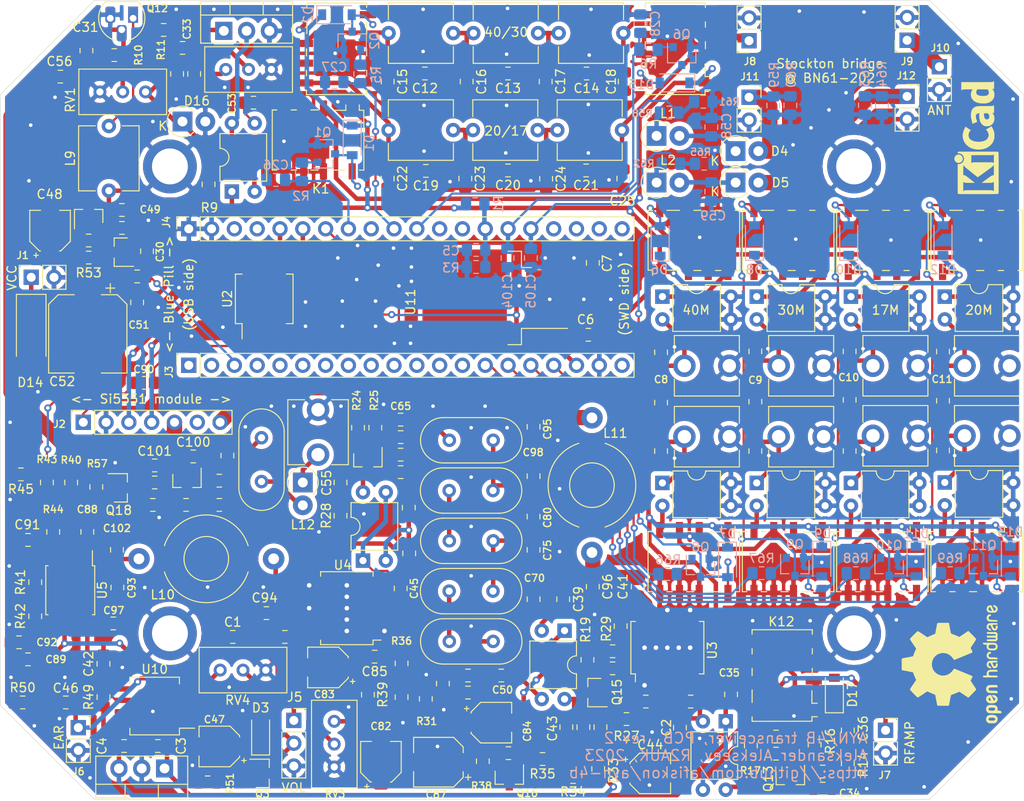
<source format=kicad_pcb>
(kicad_pcb (version 20171130) (host pcbnew "(5.1.12-1-10_14)")
  (title_block (title "AYN/4B by R2AUK ::: https://eax.me/ayn-4b-transceiver/") (date 2023-03-12) (rev 2))
  (layers (0 F.Cu signal) (31 B.Cu signal) (34 B.Paste user hide) (35 F.Paste user hide) (36 B.SilkS user hide) (37 F.SilkS user) (38 B.Mask user hide) (39 F.Mask user hide) (44 Edge.Cuts user))
  (net 0 "")
  (net 1 GND)
  (net 2 +12V)
  (net 3 +5V)
  (net 4 VCC_SAMPLE_A2)
  (net 5 I2C_SDA)
  (net 6 I2C_SCL)
  (net 7 "Net-(C11-Pad1)")
  (net 8 SI5351_CH2)
  (net 9 "Net-(C42-Pad1)")
  (net 10 AF_AMP_IN)
  (net 11 "Net-(C44-Pad1)")
  (net 12 "Net-(C46-Pad2)")
  (net 13 "Net-(C47-Pad1)")
  (net 14 "Net-(C48-Pad1)")
  (net 15 "Net-(C53-Pad2)")
  (net 16 PA_OUT)
  (net 17 SI5351_CH0)
  (net 18 "Net-(C56-Pad1)")
  (net 19 "Net-(C58-Pad1)")
  (net 20 "Net-(C59-Pad1)")
  (net 21 "Net-(D1-Pad2)")
  (net 22 ENABLE_TX)
  (net 23 "Net-(D3-Pad2)")
  (net 24 "Net-(D4-Pad2)")
  (net 25 "Net-(D5-Pad2)")
  (net 26 GND40)
  (net 27 GND30)
  (net 28 GND17)
  (net 29 GND20)
  (net 30 "Net-(J3-Pad20)")
  (net 31 CTL17)
  (net 32 CTL20)
  (net 33 CTL30)
  (net 34 CTL40)
  (net 35 FREQ_ROTB_A9)
  (net 36 FREQ_ROTA_A8)
  (net 37 KEY_DAH_B13)
  (net 38 KEY_DIT_B12)
  (net 39 "Net-(J4-Pad20)")
  (net 40 "Net-(J4-Pad19)")
  (net 41 PWR_FWD)
  (net 42 PWR_REF)
  (net 43 "Net-(J4-Pad13)")
  (net 44 "Net-(J4-Pad12)")
  (net 45 KEYER_BTN_A7)
  (net 46 "Net-(J4-Pad4)")
  (net 47 "Net-(J4-Pad3)")
  (net 48 "Net-(K2-Pad2)")
  (net 49 "Net-(K2-Pad4)")
  (net 50 "Net-(K3-Pad2)")
  (net 51 "Net-(K3-Pad4)")
  (net 52 "Net-(K4-Pad2)")
  (net 53 "Net-(K4-Pad4)")
  (net 54 "Net-(K5-Pad2)")
  (net 55 "Net-(K5-Pad4)")
  (net 56 "Net-(K6-Pad2)")
  (net 57 "Net-(K6-Pad4)")
  (net 58 "Net-(K7-Pad2)")
  (net 59 "Net-(K7-Pad4)")
  (net 60 "Net-(K8-Pad2)")
  (net 61 "Net-(K8-Pad4)")
  (net 62 "Net-(K9-Pad2)")
  (net 63 "Net-(K9-Pad4)")
  (net 64 "Net-(Q1-Pad1)")
  (net 65 "Net-(Q5-Pad3)")
  (net 66 "Net-(Q5-Pad1)")
  (net 67 "Net-(Q8-Pad1)")
  (net 68 "Net-(Q9-Pad1)")
  (net 69 "Net-(Q10-Pad1)")
  (net 70 "Net-(Q11-Pad1)")
  (net 71 "Net-(U10-Pad8)")
  (net 72 "Net-(U10-Pad7)")
  (net 73 "Net-(U10-Pad1)")
  (net 74 "Net-(C46-Pad1)")
  (net 75 5V_DIGITAL)
  (net 76 SI5351_CH1)
  (net 77 "Net-(C61-Pad1)")
  (net 78 "Net-(C63-Pad1)")
  (net 79 "Net-(C66-Pad1)")
  (net 80 "Net-(C68-Pad1)")
  (net 81 "Net-(C10-Pad2)")
  (net 82 "Net-(C10-Pad1)")
  (net 83 "Net-(C11-Pad2)")
  (net 84 "Net-(J3-Pad13)")
  (net 85 BPFS_IN)
  (net 86 BPFS_OUT)
  (net 87 LPF_40_30_IN)
  (net 88 "Net-(C12-Pad1)")
  (net 89 "Net-(C13-Pad1)")
  (net 90 LPF_40_30_OUT)
  (net 91 LPF_20_17_IN)
  (net 92 "Net-(C19-Pad1)")
  (net 93 "Net-(C20-Pad1)")
  (net 94 LPF_20_17_OUT)
  (net 95 GND_LPFS_IN)
  (net 96 GND_LPFS_OUT)
  (net 97 LPFS_OUT)
  (net 98 LPFS_IN)
  (net 99 "Net-(Q2-Pad1)")
  (net 100 "Net-(Q6-Pad1)")
  (net 101 CTL_LPFS_IN)
  (net 102 CTL_LPFS_OUT)
  (net 103 6V_REV)
  (net 104 "Net-(C31-Pad1)")
  (net 105 "Net-(C32-Pad1)")
  (net 106 "Net-(C33-Pad2)")
  (net 107 DRIVER_OUT)
  (net 108 KEYED_VCC)
  (net 109 "Net-(Q7-Pad2)")
  (net 110 ENABLE_KEYED_VCC)
  (net 111 "Net-(C2-Pad1)")
  (net 112 "Net-(C34-Pad2)")
  (net 113 "Net-(C34-Pad1)")
  (net 114 "Net-(C35-Pad2)")
  (net 115 RFAMP_OUT)
  (net 116 RFAMP_IN)
  (net 117 "Net-(C36-Pad1)")
  (net 118 "Net-(C37-Pad2)")
  (net 119 "Net-(C37-Pad1)")
  (net 120 "Net-(D17-Pad2)")
  (net 121 RFAMP_BYPASS)
  (net 122 MIX1_IN)
  (net 123 "Net-(C38-Pad1)")
  (net 124 "Net-(C39-Pad1)")
  (net 125 "Net-(C40-Pad2)")
  (net 126 "Net-(C40-Pad1)")
  (net 127 "Net-(C41-Pad1)")
  (net 128 "Net-(C43-Pad2)")
  (net 129 "Net-(C43-Pad1)")
  (net 130 "Net-(C45-Pad2)")
  (net 131 IFAMP_OUT)
  (net 132 "Net-(C50-Pad2)")
  (net 133 BUFFER_IN)
  (net 134 "Net-(C54-Pad1)")
  (net 135 "Net-(C55-Pad2)")
  (net 136 "Net-(C55-Pad1)")
  (net 137 "Net-(C57-Pad2)")
  (net 138 "Net-(C57-Pad1)")
  (net 139 XFLTR_IN)
  (net 140 "Net-(C60-Pad1)")
  (net 141 "Net-(C65-Pad2)")
  (net 142 IFAMP_IN)
  (net 143 "Net-(C70-Pad1)")
  (net 144 "Net-(C75-Pad1)")
  (net 145 "Net-(C80-Pad1)")
  (net 146 "Net-(C81-Pad1)")
  (net 147 ATT_IN)
  (net 148 MIX2_OUT)
  (net 149 CW_TONE)
  (net 150 "Net-(C82-Pad2)")
  (net 151 "Net-(C82-Pad1)")
  (net 152 "Net-(C83-Pad2)")
  (net 153 "Net-(C83-Pad1)")
  (net 154 "Net-(C84-Pad2)")
  (net 155 "Net-(C84-Pad1)")
  (net 156 "Net-(C85-Pad2)")
  (net 157 "Net-(C87-Pad1)")
  (net 158 PWM_700HZ)
  (net 159 "Net-(C88-Pad2)")
  (net 160 "Net-(C88-Pad1)")
  (net 161 "Net-(C89-Pad2)")
  (net 162 "Net-(C90-Pad1)")
  (net 163 "Net-(C91-Pad1)")
  (net 164 "Net-(C92-Pad1)")
  (net 165 "Net-(C81-Pad2)")
  (net 166 "Net-(C41-Pad2)")
  (net 167 CLAR_ROTB_B3)
  (net 168 CLAR_ROTA_A15)
  (net 169 LOCK_BTN_B15)
  (net 170 "Net-(C98-Pad1)")
  (net 171 ANALOG_BFO)
  (net 172 "Net-(C99-Pad1)")
  (net 173 "Net-(C100-Pad2)")
  (net 174 "Net-(C100-Pad1)")
  (net 175 "Net-(C102-Pad2)")
  (net 176 "Net-(C103-Pad1)")
  (net 177 "Net-(L12-Pad2)")
  (net 178 "Net-(Q18-Pad1)")
  (net 179 "Net-(J10-Pad1)")
  (net 180 "Net-(L1-Pad1)")
  (net 181 "Net-(L2-Pad1)")
  (net 182 CLAR_BTN_B4)
  (net 183 "Net-(J3-Pad9)")
  (net 184 "Net-(J3-Pad8)")
  (net 185 "Net-(J3-Pad7)")
  (net 186 FAST_BTN_C14)
  (net 187 NEXT_BTN_C15)
  (module Package_TO_SOT_THT:TO-92_HandSolder (layer F.Cu) (at 52.8 33.5 180)
    (fp_text reference Q12 (at -2.7 1.1) (layer F.SilkS) (effects (font (size 0.8 0.8))))
    (fp_text value BS170 hide)
    (pad 1 thru_hole rect (at 0 0 180) (size 1.1 1.8) (drill 0.75 (offset 0 0.4)) (layers *.Cu *.Mask) (net 106 "Net-(C33-Pad2)"))
    (pad 3 thru_hole roundrect (at 2.54 0 180) (size 1.1 1.8) (drill 0.75 (offset 0 0.4)) (layers *.Cu *.Mask) (net 1 GND))
    (pad 2 thru_hole roundrect (at 1.27 -1.27 180) (size 1.1 1.8) (drill 0.75 (offset 0 -0.4)) (layers *.Cu *.Mask) (net 18 "Net-(C56-Pad1)"))
  )
  (module Diode_THT:D_DO-41_SOD81_P2.54mm_Vertical_AnodeUp (layer F.Cu) (at 71.7 85.2 270)
    (fp_text reference L12 (at 4.7 0 180) (layer F.SilkS))
    (fp_text value 18u hide)
    (pad 2 thru_hole oval (at 2.54 0 270) (size 2.2 2.2) (drill 1.1) (layers *.Cu *.Mask) (net 177 "Net-(L12-Pad2)"))
    (pad 1 thru_hole rect (at 0 0 270) (size 2.2 2.2) (drill 1.1) (layers *.Cu *.Mask) (net 176 "Net-(C103-Pad1)"))
  )
  (module Diode_THT:D_DO-41_SOD81_P2.54mm_Vertical_AnodeUp (layer F.Cu) (at 111.1 51.8)
    (fp_text reference L2 (at 1.27 -2.5) (layer F.SilkS))
    (fp_text value 1000u hide)
    (pad 2 thru_hole oval (at 2.54 0) (size 2.2 2.2) (drill 1.1) (layers *.Cu *.Mask) (net 20 "Net-(C59-Pad1)"))
    (pad 1 thru_hole rect (at 0 0) (size 2.2 2.2) (drill 1.1) (layers *.Cu *.Mask) (net 181 "Net-(L2-Pad1)"))
  )
  (module Diode_THT:D_DO-41_SOD81_P2.54mm_Vertical_AnodeUp (layer F.Cu) (at 111.1 46.6)
    (fp_text reference L1 (at 1.27 -2.5) (layer F.SilkS))
    (fp_text value 1000u hide)
    (pad 2 thru_hole oval (at 2.54 0) (size 2.2 2.2) (drill 1.1) (layers *.Cu *.Mask) (net 19 "Net-(C58-Pad1)"))
    (pad 1 thru_hole rect (at 0 0) (size 2.2 2.2) (drill 1.1) (layers *.Cu *.Mask) (net 180 "Net-(L1-Pad1)"))
  )
  (module Diode_THT:D_DO-41_SOD81_P2.54mm_Vertical_AnodeUp (layer F.Cu) (at 119.9 51.8)
    (fp_text reference D5 (at 5 0) (layer F.SilkS))
    (fp_text value 1N34/D311 hide)
    (fp_text user K (at -2.3 1) (layer F.SilkS))
    (pad 2 thru_hole oval (at 2.54 0) (size 2.2 2.2) (drill 1.1) (layers *.Cu *.Mask) (net 25 "Net-(D5-Pad2)"))
    (pad 1 thru_hole rect (at 0 0) (size 2.2 2.2) (drill 1.1) (layers *.Cu *.Mask) (net 20 "Net-(C59-Pad1)"))
  )
  (module Diode_THT:D_DO-41_SOD81_P2.54mm_Vertical_AnodeUp (layer F.Cu) (at 119.9 48.3)
    (fp_text reference D4 (at 4.9 0) (layer F.SilkS))
    (fp_text value 1N34/D311 hide)
    (fp_text user K (at -2.3 1.1) (layer F.SilkS))
    (pad 2 thru_hole oval (at 2.54 0) (size 2.2 2.2) (drill 1.1) (layers *.Cu *.Mask) (net 24 "Net-(D4-Pad2)"))
    (pad 1 thru_hole rect (at 0 0) (size 2.2 2.2) (drill 1.1) (layers *.Cu *.Mask) (net 19 "Net-(C58-Pad1)"))
  )
  (module Capacitor_SMD:C_0805_2012Metric_Pad1.15x1.40mm_HandSolder (layer B.Cu) (at 97.1 60.2 270)
    (fp_text reference C105 (at 3.7 0 90) (layer B.SilkS) (effects (justify mirror)))
    (fp_text value 0.1u hide)
    (pad 2 smd roundrect (at 1.025 0 270) (size 1.15 1.4) (layers B.Cu B.Paste B.Mask) (roundrect_rratio 0.217391) (net 1 GND))
    (pad 1 smd roundrect (at -1.025 0 270) (size 1.15 1.4) (layers B.Cu B.Paste B.Mask) (roundrect_rratio 0.217391) (net 41 PWR_FWD))
  )
  (module Capacitor_SMD:C_0805_2012Metric_Pad1.15x1.40mm_HandSolder (layer B.Cu) (at 94.5 60.2 270)
    (fp_text reference C104 (at 3.7 0 90) (layer B.SilkS) (effects (justify mirror)))
    (fp_text value 0.1u hide)
    (pad 2 smd roundrect (at 1.025 0 270) (size 1.15 1.4) (layers B.Cu B.Paste B.Mask) (roundrect_rratio 0.217391) (net 1 GND))
    (pad 1 smd roundrect (at -1.025 0 270) (size 1.15 1.4) (layers B.Cu B.Paste B.Mask) (roundrect_rratio 0.217391) (net 42 PWR_REF))
  )
  (module Resistor_SMD:R_0805_2012Metric_Pad1.15x1.40mm_HandSolder (layer B.Cu) (at 124.1 43.225 270)
    (fp_text reference R59 (at -3.425 -0.1 90) (layer B.SilkS) (effects (justify mirror)))
    (fp_text value 100 hide)
    (pad 2 smd roundrect (at 1.025 0 270) (size 1.15 1.4) (layers B.Cu B.Paste B.Mask) (roundrect_rratio 0.217391) (net 1 GND))
    (pad 1 smd roundrect (at -1.025 0 270) (size 1.15 1.4) (layers B.Cu B.Paste B.Mask) (roundrect_rratio 0.217391) (net 24 "Net-(D4-Pad2)"))
  )
  (module Resistor_SMD:R_0805_2012Metric_Pad1.15x1.40mm_HandSolder (layer B.Cu) (at 112.5 44)
    (fp_text reference R58 (at -3 0.1 180) (layer B.SilkS) (effects (font (size 0.8 0.8)) (justify mirror)))
    (fp_text value 300 hide)
    (pad 2 smd roundrect (at 1.025 0) (size 1.15 1.4) (layers B.Cu B.Paste B.Mask) (roundrect_rratio 0.217391) (net 42 PWR_REF))
    (pad 1 smd roundrect (at -1.025 0) (size 1.15 1.4) (layers B.Cu B.Paste B.Mask) (roundrect_rratio 0.217391) (net 180 "Net-(L1-Pad1)"))
  )
  (module Resistor_SMD:R_0805_2012Metric_Pad1.15x1.40mm_HandSolder (layer B.Cu) (at 116.4 49.7)
    (fp_text reference R65 (at -0.4 -1.3 180) (layer B.SilkS) (effects (font (size 0.8 0.8)) (justify mirror)))
    (fp_text value 680 hide)
    (pad 2 smd roundrect (at 1.025 0) (size 1.15 1.4) (layers B.Cu B.Paste B.Mask) (roundrect_rratio 0.217391) (net 1 GND))
    (pad 1 smd roundrect (at -1.025 0) (size 1.15 1.4) (layers B.Cu B.Paste B.Mask) (roundrect_rratio 0.217391) (net 41 PWR_FWD))
  )
  (module Resistor_SMD:R_0805_2012Metric_Pad1.15x1.40mm_HandSolder (layer B.Cu) (at 116.3 42.8)
    (fp_text reference R61 (at 2.9 0) (layer B.SilkS) (effects (font (size 0.8 0.8)) (justify mirror)))
    (fp_text value 680 hide)
    (pad 2 smd roundrect (at 1.025 0) (size 1.15 1.4) (layers B.Cu B.Paste B.Mask) (roundrect_rratio 0.217391) (net 1 GND))
    (pad 1 smd roundrect (at -1.025 0) (size 1.15 1.4) (layers B.Cu B.Paste B.Mask) (roundrect_rratio 0.217391) (net 42 PWR_REF))
  )
  (module Connector_PinSocket_2.54mm:PinSocket_1x02_P2.54mm_Vertical (layer F.Cu) (at 142.6 38.9)
    (fp_text reference J10 (at 0.1 -2.1) (layer F.SilkS) (effects (font (size 0.8 0.8))))
    (fp_text value Conn_01x02 hide)
    (pad 2 thru_hole oval (at 0 2.54) (size 1.7 1.7) (drill 1) (layers *.Cu *.Mask) (net 1 GND))
    (pad 1 thru_hole rect (at 0 0) (size 1.7 1.7) (drill 1) (layers *.Cu *.Mask) (net 179 "Net-(J10-Pad1)"))
  )
  (module Capacitor_SMD:C_0805_2012Metric_Pad1.15x1.40mm_HandSolder (layer F.Cu) (at 58.7 87.7 180)
    (fp_text reference C99 hide)
    (fp_text value 0.1u hide)
    (pad 2 smd roundrect (at 1.025 0 180) (size 1.15 1.4) (layers F.Cu F.Paste F.Mask) (roundrect_rratio 0.217391) (net 1 GND))
    (pad 1 smd roundrect (at -1.025 0 180) (size 1.15 1.4) (layers F.Cu F.Paste F.Mask) (roundrect_rratio 0.217391) (net 172 "Net-(C99-Pad1)"))
  )
  (module Capacitor_SMD:C_0805_2012Metric_Pad1.15x1.40mm_HandSolder (layer F.Cu) (at 59.5 82.3 180)
    (fp_text reference C100 (at 0 1.6) (layer F.SilkS))
    (fp_text value 150p hide)
    (pad 2 smd roundrect (at 1.025 0 180) (size 1.15 1.4) (layers F.Cu F.Paste F.Mask) (roundrect_rratio 0.217391) (net 173 "Net-(C100-Pad2)"))
    (pad 1 smd roundrect (at -1.025 0 180) (size 1.15 1.4) (layers F.Cu F.Paste F.Mask) (roundrect_rratio 0.217391) (net 174 "Net-(C100-Pad1)"))
  )
  (module Capacitor_SMD:C_0805_2012Metric_Pad1.15x1.40mm_HandSolder (layer F.Cu) (at 55.2 83.3 180)
    (fp_text reference C101 (at 0 1.6) (layer F.SilkS))
    (fp_text value 150p hide)
    (pad 2 smd roundrect (at 1.025 0 180) (size 1.15 1.4) (layers F.Cu F.Paste F.Mask) (roundrect_rratio 0.217391) (net 1 GND))
    (pad 1 smd roundrect (at -1.025 0 180) (size 1.15 1.4) (layers F.Cu F.Paste F.Mask) (roundrect_rratio 0.217391) (net 173 "Net-(C100-Pad2)"))
  )
  (module Capacitor_SMD:C_0805_2012Metric_Pad1.15x1.40mm_HandSolder (layer F.Cu) (at 51 92.7 90)
    (fp_text reference C102 (at 2.4 0 180) (layer F.SilkS) (effects (font (size 0.8 0.8))))
    (fp_text value 0.1u hide)
    (pad 2 smd roundrect (at 1.025 0 90) (size 1.15 1.4) (layers F.Cu F.Paste F.Mask) (roundrect_rratio 0.217391) (net 175 "Net-(C102-Pad2)"))
    (pad 1 smd roundrect (at -1.025 0 90) (size 1.15 1.4) (layers F.Cu F.Paste F.Mask) (roundrect_rratio 0.217391) (net 171 ANALOG_BFO))
  )
  (module My_Library:C_Trim_THD_L7.0mm_W6.5mm_P5.00mm (layer F.Cu) (at 73.4 82.1 90)
    (fp_text reference C103 hide)
    (fp_text value 1-30p hide)
    (pad 1 thru_hole circle (at 0 0 90) (size 2.5 2.5) (drill 1.5) (layers *.Cu *.Mask) (net 176 "Net-(C103-Pad1)"))
    (pad 2 thru_hole circle (at 5 0 90) (size 2.5 2.5) (drill 1.5) (layers *.Cu *.Mask) (net 1 GND))
  )
  (module Package_TO_SOT_SMD:SOT-23 (layer F.Cu) (at 58.8 85 270)
    (fp_text reference Q17 hide)
    (fp_text value MMBT3904 hide)
    (pad 3 smd rect (at 1 0 270) (size 0.9 0.8) (layers F.Cu F.Paste F.Mask) (net 172 "Net-(C99-Pad1)"))
    (pad 2 smd rect (at -1 0.95 270) (size 0.9 0.8) (layers F.Cu F.Paste F.Mask) (net 173 "Net-(C100-Pad2)"))
    (pad 1 smd rect (at -1 -0.95 270) (size 0.9 0.8) (layers F.Cu F.Paste F.Mask) (net 174 "Net-(C100-Pad1)"))
  )
  (module Package_TO_SOT_SMD:SOT-23 (layer F.Cu) (at 51.4 85.8)
    (fp_text reference Q18 (at -0.2 2.5) (layer F.SilkS))
    (fp_text value MMBT3904 hide)
    (pad 3 smd rect (at 1 0) (size 0.9 0.8) (layers F.Cu F.Paste F.Mask) (net 172 "Net-(C99-Pad1)"))
    (pad 2 smd rect (at -1 0.95) (size 0.9 0.8) (layers F.Cu F.Paste F.Mask) (net 175 "Net-(C102-Pad2)"))
    (pad 1 smd rect (at -1 -0.95) (size 0.9 0.8) (layers F.Cu F.Paste F.Mask) (net 178 "Net-(Q18-Pad1)"))
  )
  (module Resistor_SMD:R_0805_2012Metric_Pad1.15x1.40mm_HandSolder (layer F.Cu) (at 62.4 87.7 180)
    (fp_text reference R46 hide)
    (fp_text value 22 hide)
    (pad 2 smd roundrect (at 1.025 0 180) (size 1.15 1.4) (layers F.Cu F.Paste F.Mask) (roundrect_rratio 0.217391) (net 172 "Net-(C99-Pad1)"))
    (pad 1 smd roundrect (at -1.025 0 180) (size 1.15 1.4) (layers F.Cu F.Paste F.Mask) (roundrect_rratio 0.217391) (net 2 +12V))
  )
  (module Resistor_SMD:R_0805_2012Metric_Pad1.15x1.40mm_HandSolder (layer F.Cu) (at 62.4 85)
    (fp_text reference R47 hide)
    (fp_text value 10K hide)
    (pad 2 smd roundrect (at 1.025 0) (size 1.15 1.4) (layers F.Cu F.Paste F.Mask) (roundrect_rratio 0.217391) (net 174 "Net-(C100-Pad1)"))
    (pad 1 smd roundrect (at -1.025 0) (size 1.15 1.4) (layers F.Cu F.Paste F.Mask) (roundrect_rratio 0.217391) (net 172 "Net-(C99-Pad1)"))
  )
  (module Resistor_SMD:R_0805_2012Metric_Pad1.15x1.40mm_HandSolder (layer F.Cu) (at 55.2 85.2)
    (fp_text reference R48 hide)
    (fp_text value 1K hide)
    (pad 2 smd roundrect (at 1.025 0) (size 1.15 1.4) (layers F.Cu F.Paste F.Mask) (roundrect_rratio 0.217391) (net 173 "Net-(C100-Pad2)"))
    (pad 1 smd roundrect (at -1.025 0) (size 1.15 1.4) (layers F.Cu F.Paste F.Mask) (roundrect_rratio 0.217391) (net 178 "Net-(Q18-Pad1)"))
  )
  (module Resistor_SMD:R_0805_2012Metric_Pad1.15x1.40mm_HandSolder (layer F.Cu) (at 63.3 82.2 90)
    (fp_text reference R55 hide)
    (fp_text value 10K hide)
    (pad 2 smd roundrect (at 1.025 0 90) (size 1.15 1.4) (layers F.Cu F.Paste F.Mask) (roundrect_rratio 0.217391) (net 1 GND))
    (pad 1 smd roundrect (at -1.025 0 90) (size 1.15 1.4) (layers F.Cu F.Paste F.Mask) (roundrect_rratio 0.217391) (net 174 "Net-(C100-Pad1)"))
  )
  (module Resistor_SMD:R_0805_2012Metric_Pad1.15x1.40mm_HandSolder (layer F.Cu) (at 55 87.7 180)
    (fp_text reference R56 hide)
    (fp_text value 1K hide)
    (pad 2 smd roundrect (at 1.025 0 180) (size 1.15 1.4) (layers F.Cu F.Paste F.Mask) (roundrect_rratio 0.217391) (net 1 GND))
    (pad 1 smd roundrect (at -1.025 0 180) (size 1.15 1.4) (layers F.Cu F.Paste F.Mask) (roundrect_rratio 0.217391) (net 173 "Net-(C100-Pad2)"))
  )
  (module Resistor_SMD:R_0805_2012Metric_Pad1.15x1.40mm_HandSolder (layer F.Cu) (at 48.7 85.7 90)
    (fp_text reference R57 (at 2.6 0.1 180) (layer F.SilkS) (effects (font (size 0.8 0.8))))
    (fp_text value 1K hide)
    (pad 2 smd roundrect (at 1.025 0 90) (size 1.15 1.4) (layers F.Cu F.Paste F.Mask) (roundrect_rratio 0.217391) (net 1 GND))
    (pad 1 smd roundrect (at -1.025 0 90) (size 1.15 1.4) (layers F.Cu F.Paste F.Mask) (roundrect_rratio 0.217391) (net 175 "Net-(C102-Pad2)"))
  )
  (module Crystal:Crystal_HC49-U_Vertical (layer F.Cu) (at 67.1 85.1 90)
    (fp_text reference Y6 hide)
    (fp_text value 9.000 hide)
    (pad 2 thru_hole circle (at 4.88 0 90) (size 1.5 1.5) (drill 0.8) (layers *.Cu *.Mask) (net 174 "Net-(C100-Pad1)"))
    (pad 1 thru_hole circle (at 0 0 90) (size 1.5 1.5) (drill 0.8) (layers *.Cu *.Mask) (net 177 "Net-(L12-Pad2)"))
  )
  (module Capacitor_SMD:C_0805_2012Metric_Pad1.15x1.40mm_HandSolder (layer F.Cu) (at 93.8 106.7)
    (fp_text reference C50 (at 0.15 1.6) (layer F.SilkS) (effects (font (size 0.8 0.8))))
    (fp_text value 0.1u hide)
    (pad 2 smd roundrect (at 1.025 0) (size 1.15 1.4) (layers F.Cu F.Paste F.Mask) (roundrect_rratio 0.217391) (net 132 "Net-(C50-Pad2)"))
    (pad 1 smd roundrect (at -1.025 0) (size 1.15 1.4) (layers F.Cu F.Paste F.Mask) (roundrect_rratio 0.217391) (net 147 ATT_IN))
  )
  (module Crystal:Crystal_HC49-U_Vertical (layer F.Cu) (at 92.9 80.5 180)
    (fp_text reference Y5 hide)
    (fp_text value 9.000 hide)
    (pad 2 thru_hole circle (at 4.88 0 180) (size 1.5 1.5) (drill 0.8) (layers *.Cu *.Mask) (net 141 "Net-(C65-Pad2)"))
    (pad 1 thru_hole circle (at 0 0 180) (size 1.5 1.5) (drill 0.8) (layers *.Cu *.Mask) (net 170 "Net-(C98-Pad1)"))
  )
  (module Capacitor_SMD:C_0805_2012Metric_Pad1.15x1.40mm_HandSolder (layer F.Cu) (at 97.4 84.5 90)
    (fp_text reference C98 (at 2.65 -0.05 180) (layer F.SilkS) (effects (font (size 0.8 0.8))))
    (fp_text value 270p hide)
    (pad 2 smd roundrect (at 1.025 0 90) (size 1.15 1.4) (layers F.Cu F.Paste F.Mask) (roundrect_rratio 0.217391) (net 1 GND))
    (pad 1 smd roundrect (at -1.025 0 90) (size 1.15 1.4) (layers F.Cu F.Paste F.Mask) (roundrect_rratio 0.217391) (net 170 "Net-(C98-Pad1)"))
  )
  (module Capacitor_SMD:C_0805_2012Metric_Pad1.15x1.40mm_HandSolder (layer F.Cu) (at 50.6 100.9)
    (fp_text reference C97 (at 0.05 -1.45) (layer F.SilkS) (effects (font (size 0.8 0.8))))
    (fp_text value 0.1u hide)
    (pad 2 smd roundrect (at 1.025 0) (size 1.15 1.4) (layers F.Cu F.Paste F.Mask) (roundrect_rratio 0.217391) (net 1 GND))
    (pad 1 smd roundrect (at -1.025 0) (size 1.15 1.4) (layers F.Cu F.Paste F.Mask) (roundrect_rratio 0.217391) (net 3 +5V))
  )
  (module My_Library:MountingHole_M3_Pad_Large (layer F.Cu) (at 133.1 102)
    (fp_text reference H4 hide)
    (fp_text value MountingHole_Pad hide)
    (pad 1 thru_hole circle (at 0 0) (size 6 6) (drill 4) (layers *.Cu *.Mask) (net 1 GND))
  )
  (module My_Library:MountingHole_M3_Pad_Large (layer F.Cu) (at 56.9 102)
    (fp_text reference H3 hide)
    (fp_text value MountingHole_Pad hide)
    (pad 1 thru_hole circle (at 0 0) (size 6 6) (drill 4) (layers *.Cu *.Mask) (net 1 GND))
  )
  (module My_Library:MountingHole_M3_Pad_Large (layer F.Cu) (at 133.1 50)
    (fp_text reference H2 hide)
    (fp_text value MountingHole_Pad hide)
    (pad 1 thru_hole circle (at 0 0) (size 6 6) (drill 4) (layers *.Cu *.Mask) (net 1 GND))
  )
  (module My_Library:MountingHole_M3_Pad_Large (layer F.Cu) (at 56.9 50)
    (fp_text reference H1 hide)
    (fp_text value MountingHole_Pad hide)
    (pad 1 thru_hole circle (at 0 0) (size 6 6) (drill 4) (layers *.Cu *.Mask) (net 1 GND))
  )
  (module Inductor_THT:L_Toroid_Horizontal_D9.5mm_P15.00mm_Diameter10-5mm_Amidon-T37 (layer F.Cu) (at 103.9 78 270)
    (fp_text reference L11 (at 1.7 -2.6 180) (layer F.SilkS))
    (fp_text value T37-6 hide)
    (pad 2 thru_hole circle (at 15 0 270) (size 2.4 2.4) (drill 1.2) (layers *.Cu *.Mask) (net 166 "Net-(C41-Pad2)"))
    (pad 1 thru_hole circle (at 0 0 270) (size 2.4 2.4) (drill 1.2) (layers *.Cu *.Mask) (net 17 SI5351_CH0))
  )
  (module Capacitor_SMD:C_0805_2012Metric_Pad1.15x1.40mm_HandSolder (layer F.Cu) (at 104 96.8 270)
    (fp_text reference C96 (at 0 -1.65 90) (layer F.SilkS))
    (fp_text value 220p hide)
    (pad 2 smd roundrect (at 1.025 0 270) (size 1.15 1.4) (layers F.Cu F.Paste F.Mask) (roundrect_rratio 0.217391) (net 1 GND))
    (pad 1 smd roundrect (at -1.025 0 270) (size 1.15 1.4) (layers F.Cu F.Paste F.Mask) (roundrect_rratio 0.217391) (net 166 "Net-(C41-Pad2)"))
  )
  (module Capacitor_SMD:C_0805_2012Metric_Pad1.15x1.40mm_HandSolder (layer F.Cu) (at 97.4 79 270)
    (fp_text reference C95 (at 0.25 -1.55 270) (layer F.SilkS) (effects (font (size 0.8 0.8))))
    (fp_text value 220p hide)
    (pad 2 smd roundrect (at 1.025 0 270) (size 1.15 1.4) (layers F.Cu F.Paste F.Mask) (roundrect_rratio 0.217391) (net 1 GND))
    (pad 1 smd roundrect (at -1.025 0 270) (size 1.15 1.4) (layers F.Cu F.Paste F.Mask) (roundrect_rratio 0.217391) (net 17 SI5351_CH0))
  )
  (module Inductor_THT:L_Toroid_Horizontal_D9.5mm_P15.00mm_Diameter10-5mm_Amidon-T37 (layer F.Cu) (at 53.45 93.7)
    (fp_text reference L10 (at 2.65 4) (layer F.SilkS))
    (fp_text value T37-6 hide)
    (pad 2 thru_hole circle (at 15 0) (size 2.4 2.4) (drill 1.2) (layers *.Cu *.Mask) (net 165 "Net-(C81-Pad2)"))
    (pad 1 thru_hole circle (at 0 0) (size 2.4 2.4) (drill 1.2) (layers *.Cu *.Mask) (net 171 ANALOG_BFO))
  )
  (module Capacitor_SMD:C_0805_2012Metric_Pad1.15x1.40mm_HandSolder (layer F.Cu) (at 67.65 99.75 180)
    (fp_text reference C94 (at 0.2 1.7) (layer F.SilkS))
    (fp_text value 470p hide)
    (pad 2 smd roundrect (at 1.025 0 180) (size 1.15 1.4) (layers F.Cu F.Paste F.Mask) (roundrect_rratio 0.217391) (net 1 GND))
    (pad 1 smd roundrect (at -1.025 0 180) (size 1.15 1.4) (layers F.Cu F.Paste F.Mask) (roundrect_rratio 0.217391) (net 165 "Net-(C81-Pad2)"))
  )
  (module Capacitor_SMD:C_0805_2012Metric_Pad1.15x1.40mm_HandSolder (layer F.Cu) (at 51.05 96.9 270)
    (fp_text reference C93 (at 0.05 -1.6 90) (layer F.SilkS) (effects (font (size 0.8 0.8))))
    (fp_text value 470p hide)
    (pad 2 smd roundrect (at 1.025 0 270) (size 1.15 1.4) (layers F.Cu F.Paste F.Mask) (roundrect_rratio 0.217391) (net 1 GND))
    (pad 1 smd roundrect (at -1.025 0 270) (size 1.15 1.4) (layers F.Cu F.Paste F.Mask) (roundrect_rratio 0.217391) (net 171 ANALOG_BFO))
  )
  (module Package_SO:SOIC-8_5.23x5.23mm_P1.27mm (layer F.Cu) (at 45.8 97.2 270)
    (fp_text reference U5 (at 0 -3.56 90) (layer F.SilkS))
    (fp_text value NE5532 hide)
    (pad 8 smd roundrect (at 3.6 -1.905 270) (size 1.6 0.6) (layers F.Cu F.Paste F.Mask) (net 3 +5V))
    (pad 7 smd roundrect (at 3.6 -0.635 270) (size 1.6 0.6) (layers F.Cu F.Paste F.Mask) (net 149 CW_TONE))
    (pad 6 smd roundrect (at 3.6 0.635 270) (size 1.6 0.6) (layers F.Cu F.Paste F.Mask) (net 149 CW_TONE))
    (pad 5 smd roundrect (at 3.6 1.905 270) (size 1.6 0.6) (layers F.Cu F.Paste F.Mask) (net 164 "Net-(C92-Pad1)"))
    (pad 4 smd roundrect (at -3.6 1.905 270) (size 1.6 0.6) (layers F.Cu F.Paste F.Mask) (net 1 GND))
    (pad 3 smd roundrect (at -3.6 0.635 270) (size 1.6 0.6) (layers F.Cu F.Paste F.Mask) (net 163 "Net-(C91-Pad1)"))
    (pad 2 smd roundrect (at -3.6 -0.635 270) (size 1.6 0.6) (layers F.Cu F.Paste F.Mask) (net 160 "Net-(C88-Pad1)"))
    (pad 1 smd roundrect (at -3.6 -1.905 270) (size 1.6 0.6) (layers F.Cu F.Paste F.Mask) (net 160 "Net-(C88-Pad1)"))
  )
  (module Resistor_SMD:R_0805_2012Metric_Pad1.15x1.40mm_HandSolder (layer F.Cu) (at 40.3 84.3 180)
    (fp_text reference R45 (at 0 -1.65) (layer F.SilkS))
    (fp_text value 100K hide)
    (pad 2 smd roundrect (at 1.025 0 180) (size 1.15 1.4) (layers F.Cu F.Paste F.Mask) (roundrect_rratio 0.217391) (net 1 GND))
    (pad 1 smd roundrect (at -1.025 0 180) (size 1.15 1.4) (layers F.Cu F.Paste F.Mask) (roundrect_rratio 0.217391) (net 162 "Net-(C90-Pad1)"))
  )
  (module Resistor_SMD:R_0805_2012Metric_Pad1.15x1.40mm_HandSolder (layer F.Cu) (at 43.9 90.7 90)
    (fp_text reference R44 (at 2.5 0 180) (layer F.SilkS) (effects (font (size 0.8 0.8))))
    (fp_text value 1.8K hide)
    (pad 2 smd roundrect (at 1.025 0 90) (size 1.15 1.4) (layers F.Cu F.Paste F.Mask) (roundrect_rratio 0.217391) (net 159 "Net-(C88-Pad2)"))
    (pad 1 smd roundrect (at -1.025 0 90) (size 1.15 1.4) (layers F.Cu F.Paste F.Mask) (roundrect_rratio 0.217391) (net 163 "Net-(C91-Pad1)"))
  )
  (module Resistor_SMD:R_0805_2012Metric_Pad1.15x1.40mm_HandSolder (layer F.Cu) (at 43.2 85.2 90)
    (fp_text reference R43 (at 2.575 0 180) (layer F.SilkS) (effects (font (size 0.8 0.8))))
    (fp_text value 1.8K hide)
    (pad 2 smd roundrect (at 1.025 0 90) (size 1.15 1.4) (layers F.Cu F.Paste F.Mask) (roundrect_rratio 0.217391) (net 162 "Net-(C90-Pad1)"))
    (pad 1 smd roundrect (at -1.025 0 90) (size 1.15 1.4) (layers F.Cu F.Paste F.Mask) (roundrect_rratio 0.217391) (net 159 "Net-(C88-Pad2)"))
  )
  (module Resistor_SMD:R_0805_2012Metric_Pad1.15x1.40mm_HandSolder (layer F.Cu) (at 41.9 100.1 90)
    (fp_text reference R42 (at 0 -1.65 90) (layer F.SilkS))
    (fp_text value 1.8K hide)
    (pad 2 smd roundrect (at 1.025 0 90) (size 1.15 1.4) (layers F.Cu F.Paste F.Mask) (roundrect_rratio 0.217391) (net 161 "Net-(C89-Pad2)"))
    (pad 1 smd roundrect (at -1.025 0 90) (size 1.15 1.4) (layers F.Cu F.Paste F.Mask) (roundrect_rratio 0.217391) (net 164 "Net-(C92-Pad1)"))
  )
  (module Resistor_SMD:R_0805_2012Metric_Pad1.15x1.40mm_HandSolder (layer F.Cu) (at 41.9 96.3 90)
    (fp_text reference R41 (at 0 -1.65 90) (layer F.SilkS))
    (fp_text value 1.8K hide)
    (pad 2 smd roundrect (at 1.025 0 90) (size 1.15 1.4) (layers F.Cu F.Paste F.Mask) (roundrect_rratio 0.217391) (net 160 "Net-(C88-Pad1)"))
    (pad 1 smd roundrect (at -1.025 0 90) (size 1.15 1.4) (layers F.Cu F.Paste F.Mask) (roundrect_rratio 0.217391) (net 161 "Net-(C89-Pad2)"))
  )
  (module Resistor_SMD:R_0805_2012Metric_Pad1.15x1.40mm_HandSolder (layer F.Cu) (at 45.9 85.2 90)
    (fp_text reference R40 (at 2.5 0 180) (layer F.SilkS) (effects (font (size 0.8 0.8))))
    (fp_text value 100K hide)
    (pad 2 smd roundrect (at 1.025 0 90) (size 1.15 1.4) (layers F.Cu F.Paste F.Mask) (roundrect_rratio 0.217391) (net 162 "Net-(C90-Pad1)"))
    (pad 1 smd roundrect (at -1.025 0 90) (size 1.15 1.4) (layers F.Cu F.Paste F.Mask) (roundrect_rratio 0.217391) (net 3 +5V))
  )
  (module Capacitor_SMD:C_0805_2012Metric_Pad1.15x1.40mm_HandSolder (layer F.Cu) (at 40.1 103 180)
    (fp_text reference C92 (at -3.1 0 180) (layer F.SilkS) (effects (font (size 0.8 0.8))))
    (fp_text value 0.1u hide)
    (pad 2 smd roundrect (at 1.025 0 180) (size 1.15 1.4) (layers F.Cu F.Paste F.Mask) (roundrect_rratio 0.217391) (net 1 GND))
    (pad 1 smd roundrect (at -1.025 0 180) (size 1.15 1.4) (layers F.Cu F.Paste F.Mask) (roundrect_rratio 0.217391) (net 164 "Net-(C92-Pad1)"))
  )
  (module Capacitor_SMD:C_0805_2012Metric_Pad1.15x1.40mm_HandSolder (layer F.Cu) (at 41.1 91.6 180)
    (fp_text reference C91 (at 0.075 1.7) (layer F.SilkS))
    (fp_text value 0.1u hide)
    (pad 2 smd roundrect (at 1.025 0 180) (size 1.15 1.4) (layers F.Cu F.Paste F.Mask) (roundrect_rratio 0.217391) (net 1 GND))
    (pad 1 smd roundrect (at -1.025 0 180) (size 1.15 1.4) (layers F.Cu F.Paste F.Mask) (roundrect_rratio 0.217391) (net 163 "Net-(C91-Pad1)"))
  )
  (module Capacitor_SMD:C_0805_2012Metric_Pad1.15x1.40mm_HandSolder (layer F.Cu) (at 54.1 74.1)
    (fp_text reference C90 (at -0.1 -1.5) (layer F.SilkS) (effects (font (size 0.8 0.8))))
    (fp_text value 0.1u hide)
    (pad 2 smd roundrect (at 1.025 0) (size 1.15 1.4) (layers F.Cu F.Paste F.Mask) (roundrect_rratio 0.217391) (net 158 PWM_700HZ))
    (pad 1 smd roundrect (at -1.025 0) (size 1.15 1.4) (layers F.Cu F.Paste F.Mask) (roundrect_rratio 0.217391) (net 162 "Net-(C90-Pad1)"))
  )
  (module Capacitor_SMD:C_0805_2012Metric_Pad1.15x1.40mm_HandSolder (layer F.Cu) (at 41.1 104.9 180)
    (fp_text reference C89 (at -3.1 0 180) (layer F.SilkS) (effects (font (size 0.8 0.8))))
    (fp_text value 0.1u hide)
    (pad 2 smd roundrect (at 1.025 0 180) (size 1.15 1.4) (layers F.Cu F.Paste F.Mask) (roundrect_rratio 0.217391) (net 161 "Net-(C89-Pad2)"))
    (pad 1 smd roundrect (at -1.025 0 180) (size 1.15 1.4) (layers F.Cu F.Paste F.Mask) (roundrect_rratio 0.217391) (net 149 CW_TONE))
  )
  (module Capacitor_SMD:C_0805_2012Metric_Pad1.15x1.40mm_HandSolder (layer F.Cu) (at 47.7 90.7 90)
    (fp_text reference C88 (at 2.5 0 180) (layer F.SilkS) (effects (font (size 0.8 0.8))))
    (fp_text value 0.1u hide)
    (pad 2 smd roundrect (at 1.025 0 90) (size 1.15 1.4) (layers F.Cu F.Paste F.Mask) (roundrect_rratio 0.217391) (net 159 "Net-(C88-Pad2)"))
    (pad 1 smd roundrect (at -1.025 0 90) (size 1.15 1.4) (layers F.Cu F.Paste F.Mask) (roundrect_rratio 0.217391) (net 160 "Net-(C88-Pad1)"))
  )
  (module Capacitor_SMD:CP_Elec_5x5.4 (layer F.Cu) (at 86.8 116.35 180)
    (fp_text reference C87 (at 0.25 -3.6) (layer F.SilkS) (effects (font (size 0.8 0.8))))
    (fp_text value 22u hide)
    (pad 2 smd roundrect (at 2.2 0 180) (size 3 1.6) (layers F.Cu F.Paste F.Mask) (roundrect_rratio 0.15625) (net 1 GND))
    (pad 1 smd roundrect (at -2.2 0 180) (size 3 1.6) (layers F.Cu F.Paste F.Mask) (roundrect_rratio 0.15625) (net 157 "Net-(C87-Pad1)"))
  )
  (module Capacitor_SMD:CP_Elec_4x5.4 (layer F.Cu) (at 92.7 111.95)
    (fp_text reference C84 (at 4 0.95 90) (layer F.SilkS) (effects (font (size 0.8 0.8))))
    (fp_text value 10u hide)
    (pad 2 smd roundrect (at 1.8 0) (size 2.6 1.6) (layers F.Cu F.Paste F.Mask) (roundrect_rratio 0.15625) (net 154 "Net-(C84-Pad2)"))
    (pad 1 smd roundrect (at -1.8 0) (size 2.6 1.6) (layers F.Cu F.Paste F.Mask) (roundrect_rratio 0.15625) (net 155 "Net-(C84-Pad1)"))
  )
  (module Capacitor_SMD:CP_Elec_4x5.4 (layer F.Cu) (at 74.5 105.8 180)
    (fp_text reference C83 (at 0.4 -3 180) (layer F.SilkS) (effects (font (size 0.8 0.8))))
    (fp_text value 10u hide)
    (pad 2 smd roundrect (at 1.8 0 180) (size 2.6 1.6) (layers F.Cu F.Paste F.Mask) (roundrect_rratio 0.15625) (net 152 "Net-(C83-Pad2)"))
    (pad 1 smd roundrect (at -1.8 0 180) (size 2.6 1.6) (layers F.Cu F.Paste F.Mask) (roundrect_rratio 0.15625) (net 153 "Net-(C83-Pad1)"))
  )
  (module Capacitor_SMD:CP_Elec_4x5.4 (layer F.Cu) (at 80.4 116.3 90)
    (fp_text reference C82 (at 3.95 0) (layer F.SilkS) (effects (font (size 0.8 0.8))))
    (fp_text value 10u hide)
    (pad 2 smd roundrect (at 1.8 0 90) (size 2.6 1.6) (layers F.Cu F.Paste F.Mask) (roundrect_rratio 0.15625) (net 150 "Net-(C82-Pad2)"))
    (pad 1 smd roundrect (at -1.8 0 90) (size 2.6 1.6) (layers F.Cu F.Paste F.Mask) (roundrect_rratio 0.15625) (net 151 "Net-(C82-Pad1)"))
  )
  (module Capacitor_SMD:CP_Elec_4x5.4 (layer F.Cu) (at 110.4 117.6)
    (fp_text reference C44 (at 0 -3.2) (layer F.SilkS))
    (fp_text value 10u hide)
    (pad 2 smd roundrect (at 1.8 0) (size 2.6 1.6) (layers F.Cu F.Paste F.Mask) (roundrect_rratio 0.15625) (net 1 GND))
    (pad 1 smd roundrect (at -1.8 0) (size 2.6 1.6) (layers F.Cu F.Paste F.Mask) (roundrect_rratio 0.15625) (net 11 "Net-(C44-Pad1)"))
  )
  (module Potentiometer_THT:Potentiometer_Bourns_3296W_Vertical (layer F.Cu) (at 75.2 111.8 90)
    (fp_text reference RV3 (at -8.1 0.1 180) (layer F.SilkS) (effects (font (size 0.8 0.8))))
    (fp_text value 10K hide)
    (pad 3 thru_hole circle (at -5.08 0 90) (size 1.44 1.44) (drill 0.8) (layers *.Cu *.Mask) (net 1 GND))
    (pad 2 thru_hole circle (at -2.54 0 90) (size 1.44 1.44) (drill 0.8) (layers *.Cu *.Mask) (net 153 "Net-(C83-Pad1)"))
    (pad 1 thru_hole circle (at 0 0 90) (size 1.44 1.44) (drill 0.8) (layers *.Cu *.Mask) (net 150 "Net-(C82-Pad2)"))
  )
  (module Resistor_SMD:R_0805_2012Metric_Pad1.15x1.40mm_HandSolder (layer F.Cu) (at 78.95 108.825 270)
    (fp_text reference R39 (at 0 -1.65 90) (layer F.SilkS))
    (fp_text value 51 hide)
    (pad 2 smd roundrect (at 1.025 0 270) (size 1.15 1.4) (layers F.Cu F.Paste F.Mask) (roundrect_rratio 0.217391) (net 1 GND))
    (pad 1 smd roundrect (at -1.025 0 270) (size 1.15 1.4) (layers F.Cu F.Paste F.Mask) (roundrect_rratio 0.217391) (net 156 "Net-(C85-Pad2)"))
  )
  (module Resistor_SMD:R_0805_2012Metric_Pad1.15x1.40mm_HandSolder (layer F.Cu) (at 91.75 116.25 90)
    (fp_text reference R38 (at -2.75 -0.15) (layer F.SilkS) (effects (font (size 0.8 0.8))))
    (fp_text value 1K hide)
    (pad 2 smd roundrect (at 1.025 0 90) (size 1.15 1.4) (layers F.Cu F.Paste F.Mask) (roundrect_rratio 0.217391) (net 1 GND))
    (pad 1 smd roundrect (at -1.025 0 90) (size 1.15 1.4) (layers F.Cu F.Paste F.Mask) (roundrect_rratio 0.217391) (net 157 "Net-(C87-Pad1)"))
  )
  (module Resistor_SMD:R_0805_2012Metric_Pad1.15x1.40mm_HandSolder (layer F.Cu) (at 94.6 115.35 180)
    (fp_text reference R37 hide)
    (fp_text value 47K hide)
    (pad 2 smd roundrect (at 1.025 0 180) (size 1.15 1.4) (layers F.Cu F.Paste F.Mask) (roundrect_rratio 0.217391) (net 1 GND))
    (pad 1 smd roundrect (at -1.025 0 180) (size 1.15 1.4) (layers F.Cu F.Paste F.Mask) (roundrect_rratio 0.217391) (net 154 "Net-(C84-Pad2)"))
  )
  (module Resistor_SMD:R_0805_2012Metric_Pad1.15x1.40mm_HandSolder (layer F.Cu) (at 82.7 105.35 90)
    (fp_text reference R36 (at 2.5 0 180) (layer F.SilkS) (effects (font (size 0.8 0.8))))
    (fp_text value 3.3K hide)
    (pad 2 smd roundrect (at 1.025 0 90) (size 1.15 1.4) (layers F.Cu F.Paste F.Mask) (roundrect_rratio 0.217391) (net 148 MIX2_OUT))
    (pad 1 smd roundrect (at -1.025 0 90) (size 1.15 1.4) (layers F.Cu F.Paste F.Mask) (roundrect_rratio 0.217391) (net 155 "Net-(C84-Pad1)"))
  )
  (module Resistor_SMD:R_0805_2012Metric_Pad1.15x1.40mm_HandSolder (layer F.Cu) (at 98.4 116 180)
    (fp_text reference R35 (at 0 -1.65) (layer F.SilkS))
    (fp_text value 100K hide)
    (pad 2 smd roundrect (at 1.025 0 180) (size 1.15 1.4) (layers F.Cu F.Paste F.Mask) (roundrect_rratio 0.217391) (net 154 "Net-(C84-Pad2)"))
    (pad 1 smd roundrect (at -1.025 0 180) (size 1.15 1.4) (layers F.Cu F.Paste F.Mask) (roundrect_rratio 0.217391) (net 11 "Net-(C44-Pad1)"))
  )
  (module Resistor_SMD:R_0805_2012Metric_Pad1.15x1.40mm_HandSolder (layer F.Cu) (at 101.8 118 180)
    (fp_text reference R34 (at 0 -1.65) (layer F.SilkS))
    (fp_text value 2.2K hide)
    (pad 2 smd roundrect (at 1.025 0 180) (size 1.15 1.4) (layers F.Cu F.Paste F.Mask) (roundrect_rratio 0.217391) (net 151 "Net-(C82-Pad1)"))
    (pad 1 smd roundrect (at -1.025 0 180) (size 1.15 1.4) (layers F.Cu F.Paste F.Mask) (roundrect_rratio 0.217391) (net 11 "Net-(C44-Pad1)"))
  )
  (module Resistor_SMD:R_0805_2012Metric_Pad1.15x1.40mm_HandSolder (layer F.Cu) (at 104.6 117.1 90)
    (fp_text reference R33 (at -0.2 1.7 90) (layer F.SilkS))
    (fp_text value 100 hide)
    (pad 2 smd roundrect (at 1.025 0 90) (size 1.15 1.4) (layers F.Cu F.Paste F.Mask) (roundrect_rratio 0.217391) (net 11 "Net-(C44-Pad1)"))
    (pad 1 smd roundrect (at -1.025 0 90) (size 1.15 1.4) (layers F.Cu F.Paste F.Mask) (roundrect_rratio 0.217391) (net 3 +5V))
  )
  (module Package_TO_SOT_SMD:SOT-23 (layer F.Cu) (at 94.7 118.05 270)
    (fp_text reference Q16 (at 1.75 -2 180) (layer F.SilkS) (effects (font (size 0.8 0.8))))
    (fp_text value MMBT3904 hide)
    (pad 3 smd rect (at 1 0 270) (size 0.9 0.8) (layers F.Cu F.Paste F.Mask) (net 151 "Net-(C82-Pad1)"))
    (pad 2 smd rect (at -1 0.95 270) (size 0.9 0.8) (layers F.Cu F.Paste F.Mask) (net 157 "Net-(C87-Pad1)"))
    (pad 1 smd rect (at -1 -0.95 270) (size 0.9 0.8) (layers F.Cu F.Paste F.Mask) (net 154 "Net-(C84-Pad2)"))
  )
  (module Capacitor_SMD:C_0805_2012Metric_Pad1.15x1.40mm_HandSolder (layer F.Cu) (at 82.7 109.1 270)
    (fp_text reference C86 hide)
    (fp_text value 0.047u hide)
    (pad 2 smd roundrect (at 1.025 0 270) (size 1.15 1.4) (layers F.Cu F.Paste F.Mask) (roundrect_rratio 0.217391) (net 1 GND))
    (pad 1 smd roundrect (at -1.025 0 270) (size 1.15 1.4) (layers F.Cu F.Paste F.Mask) (roundrect_rratio 0.217391) (net 155 "Net-(C84-Pad1)"))
  )
  (module Capacitor_SMD:C_0805_2012Metric_Pad1.15x1.40mm_HandSolder (layer F.Cu) (at 79.7 104.6 180)
    (fp_text reference C85 (at 0 -1.65) (layer F.SilkS))
    (fp_text value 0.01u hide)
    (pad 2 smd roundrect (at 1.025 0 180) (size 1.15 1.4) (layers F.Cu F.Paste F.Mask) (roundrect_rratio 0.217391) (net 156 "Net-(C85-Pad2)"))
    (pad 1 smd roundrect (at -1.025 0 180) (size 1.15 1.4) (layers F.Cu F.Paste F.Mask) (roundrect_rratio 0.217391) (net 148 MIX2_OUT))
  )
  (module Capacitor_SMD:C_0805_2012Metric_Pad1.15x1.40mm_HandSolder (layer F.Cu) (at 63.9 102.4)
    (fp_text reference C1 (at 0 -1.65) (layer F.SilkS))
    (fp_text value 470p hide)
    (pad 2 smd roundrect (at 1.025 0) (size 1.15 1.4) (layers F.Cu F.Paste F.Mask) (roundrect_rratio 0.217391) (net 10 AF_AMP_IN))
    (pad 1 smd roundrect (at -1.025 0) (size 1.15 1.4) (layers F.Cu F.Paste F.Mask) (roundrect_rratio 0.217391) (net 149 CW_TONE))
  )
  (module Crystal:Crystal_HC49-U_Vertical (layer F.Cu) (at 88 86.1)
    (fp_text reference Y4 hide)
    (fp_text value 9.000 hide)
    (pad 2 thru_hole circle (at 4.88 0) (size 1.5 1.5) (drill 0.8) (layers *.Cu *.Mask) (net 170 "Net-(C98-Pad1)"))
    (pad 1 thru_hole circle (at 0 0) (size 1.5 1.5) (drill 0.8) (layers *.Cu *.Mask) (net 145 "Net-(C80-Pad1)"))
  )
  (module Crystal:Crystal_HC49-U_Vertical (layer F.Cu) (at 92.9 91.7 180)
    (fp_text reference Y3 hide)
    (fp_text value 9.000 hide)
    (pad 2 thru_hole circle (at 4.88 0 180) (size 1.5 1.5) (drill 0.8) (layers *.Cu *.Mask) (net 145 "Net-(C80-Pad1)"))
    (pad 1 thru_hole circle (at 0 0 180) (size 1.5 1.5) (drill 0.8) (layers *.Cu *.Mask) (net 144 "Net-(C75-Pad1)"))
  )
  (module Crystal:Crystal_HC49-U_Vertical (layer F.Cu) (at 88 97.3)
    (fp_text reference Y2 hide)
    (fp_text value 9.000 hide)
    (pad 2 thru_hole circle (at 4.88 0) (size 1.5 1.5) (drill 0.8) (layers *.Cu *.Mask) (net 144 "Net-(C75-Pad1)"))
    (pad 1 thru_hole circle (at 0 0) (size 1.5 1.5) (drill 0.8) (layers *.Cu *.Mask) (net 143 "Net-(C70-Pad1)"))
  )
  (module Crystal:Crystal_HC49-U_Vertical (layer F.Cu) (at 92.9 102.9 180)
    (fp_text reference Y1 hide)
    (fp_text value 9.000 hide)
    (pad 2 thru_hole circle (at 4.88 0 180) (size 1.5 1.5) (drill 0.8) (layers *.Cu *.Mask) (net 143 "Net-(C70-Pad1)"))
    (pad 1 thru_hole circle (at 0 0 180) (size 1.5 1.5) (drill 0.8) (layers *.Cu *.Mask) (net 140 "Net-(C60-Pad1)"))
  )
  (module RF_Mini-Circuits:Mini-Circuits_CD542_LandPatternPL-052 (layer F.Cu) (at 76.6 99.2 180)
    (fp_text reference U4 (at 0.45 4.8 180) (layer F.SilkS))
    (fp_text value ADE-6 hide)
    (pad 4 smd rect (at 2.032 1.27 180) (size 5.334 4.191) (layers F.Cu) (net 1 GND))
    (pad 1 smd rect (at -2.54 -2.54 180) (size 2.54 1.651) (layers F.Cu F.Paste F.Mask) (net 1 GND))
    (pad 2 smd rect (at -2.54 0 180) (size 2.54 1.651) (layers F.Cu F.Paste F.Mask) (net 148 MIX2_OUT) (clearance 0.635))
    (pad 3 smd rect (at -2.54 2.54 180) (size 2.54 1.651) (layers F.Cu F.Paste F.Mask) (net 131 IFAMP_OUT) (clearance 0.635))
    (pad 6 smd rect (at 2.54 -2.54 180) (size 2.54 1.651) (layers F.Cu F.Paste F.Mask) (net 146 "Net-(C81-Pad1)") (clearance 0.635))
    (pad 5 smd rect (at 2.54 0 180) (size 2.54 1.651) (layers F.Cu F.Paste F.Mask) (net 1 GND))
    (pad 4 smd rect (at 2.54 2.54 180) (size 2.54 1.651) (layers F.Cu F.Paste F.Mask) (net 1 GND))
    (pad 1 thru_hole circle (at -4.191 -2.54 180) (size 1.016 1.016) (drill 0.508) (layers *.Cu) (net 1 GND))
    (pad 5 thru_hole circle (at 4.191 0 180) (size 1.016 1.016) (drill 0.508) (layers *.Cu) (net 1 GND))
    (pad 4 thru_hole circle (at 4.191 2.54 180) (size 1.016 1.016) (drill 0.508) (layers *.Cu) (net 1 GND))
    (pad 1 smd rect (at -2.032 -2.54 180) (size 5.334 1.651) (layers F.Cu) (net 1 GND))
    (pad 1 thru_hole circle (at 0 -2.54 180) (size 1.016 1.016) (drill 0.508) (layers *.Cu) (net 1 GND))
    (pad 1 thru_hole circle (at 0 -1.27 180) (size 1.016 1.016) (drill 0.508) (layers *.Cu) (net 1 GND))
    (pad 1 thru_hole circle (at 0 0 180) (size 1.016 1.016) (drill 0.508) (layers *.Cu) (net 1 GND))
    (pad 1 thru_hole circle (at 0 1.27 180) (size 1.016 1.016) (drill 0.508) (layers *.Cu) (net 1 GND))
    (pad 1 thru_hole circle (at 0 2.54 180) (size 1.016 1.016) (drill 0.508) (layers *.Cu) (net 1 GND))
    (pad 1 smd rect (at 0 0 180) (size 1.27 6.731) (layers F.Cu) (net 1 GND))
  )
  (module RF_Mini-Circuits:Mini-Circuits_CD542_LandPatternPL-052 (layer F.Cu) (at 112.3 103.6 90)
    (fp_text reference U3 (at -0.3 5 90) (layer F.SilkS))
    (fp_text value ADE-6 hide)
    (pad 4 smd rect (at 2.032 1.27 90) (size 5.334 4.191) (layers F.Cu) (net 1 GND))
    (pad 1 smd rect (at -2.54 -2.54 90) (size 2.54 1.651) (layers F.Cu F.Paste F.Mask) (net 1 GND))
    (pad 2 smd rect (at -2.54 0 90) (size 2.54 1.651) (layers F.Cu F.Paste F.Mask) (net 133 BUFFER_IN) (clearance 0.635))
    (pad 3 smd rect (at -2.54 2.54 90) (size 2.54 1.651) (layers F.Cu F.Paste F.Mask) (net 122 MIX1_IN) (clearance 0.635))
    (pad 6 smd rect (at 2.54 -2.54 90) (size 2.54 1.651) (layers F.Cu F.Paste F.Mask) (net 127 "Net-(C41-Pad1)") (clearance 0.635))
    (pad 5 smd rect (at 2.54 0 90) (size 2.54 1.651) (layers F.Cu F.Paste F.Mask) (net 1 GND))
    (pad 4 smd rect (at 2.54 2.54 90) (size 2.54 1.651) (layers F.Cu F.Paste F.Mask) (net 1 GND))
    (pad 1 thru_hole circle (at -4.191 -2.54 90) (size 1.016 1.016) (drill 0.508) (layers *.Cu) (net 1 GND))
    (pad 5 thru_hole circle (at 4.191 0 90) (size 1.016 1.016) (drill 0.508) (layers *.Cu) (net 1 GND))
    (pad 4 thru_hole circle (at 4.191 2.54 90) (size 1.016 1.016) (drill 0.508) (layers *.Cu) (net 1 GND))
    (pad 1 smd rect (at -2.032 -2.54 90) (size 5.334 1.651) (layers F.Cu) (net 1 GND))
    (pad 1 thru_hole circle (at 0 -2.54 90) (size 1.016 1.016) (drill 0.508) (layers *.Cu) (net 1 GND))
    (pad 1 thru_hole circle (at 0 -1.27 90) (size 1.016 1.016) (drill 0.508) (layers *.Cu) (net 1 GND))
    (pad 1 thru_hole circle (at 0 0 90) (size 1.016 1.016) (drill 0.508) (layers *.Cu) (net 1 GND))
    (pad 1 thru_hole circle (at 0 1.27 90) (size 1.016 1.016) (drill 0.508) (layers *.Cu) (net 1 GND))
    (pad 1 thru_hole circle (at 0 2.54 90) (size 1.016 1.016) (drill 0.508) (layers *.Cu) (net 1 GND))
    (pad 1 smd rect (at 0 0 90) (size 1.27 6.731) (layers F.Cu) (net 1 GND))
  )
  (module Package_DIP:DIP-4_W7.62mm (layer F.Cu) (at 100.85 101.7 270)
    (fp_text reference T12 hide)
    (fp_text value FT37-43 hide)
    (pad 4 thru_hole oval (at 7.62 0 270) (size 1.6 1.6) (drill 0.8) (layers *.Cu *.Mask) (net 129 "Net-(C43-Pad1)"))
    (pad 2 thru_hole oval (at 0 2.54 270) (size 1.6 1.6) (drill 0.8) (layers *.Cu *.Mask) (net 124 "Net-(C39-Pad1)"))
    (pad 3 thru_hole oval (at 7.62 2.54 270) (size 1.6 1.6) (drill 0.8) (layers *.Cu *.Mask) (net 132 "Net-(C50-Pad2)"))
    (pad 1 thru_hole rect (at 0 0 270) (size 1.6 1.6) (drill 0.8) (layers *.Cu *.Mask) (net 132 "Net-(C50-Pad2)"))
  )
  (module Package_DIP:DIP-4_W7.62mm (layer F.Cu) (at 78.4 93.9 90)
    (fp_text reference T3 hide)
    (fp_text value FT37-43 hide)
    (pad 4 thru_hole oval (at 7.62 0 90) (size 1.6 1.6) (drill 0.8) (layers *.Cu *.Mask) (net 126 "Net-(C40-Pad1)"))
    (pad 2 thru_hole oval (at 0 2.54 90) (size 1.6 1.6) (drill 0.8) (layers *.Cu *.Mask) (net 123 "Net-(C38-Pad1)"))
    (pad 3 thru_hole oval (at 7.62 2.54 90) (size 1.6 1.6) (drill 0.8) (layers *.Cu *.Mask) (net 130 "Net-(C45-Pad2)"))
    (pad 1 thru_hole rect (at 0 0 90) (size 1.6 1.6) (drill 0.8) (layers *.Cu *.Mask) (net 130 "Net-(C45-Pad2)"))
  )
  (module Resistor_SMD:R_0805_2012Metric_Pad1.15x1.40mm_HandSolder (layer F.Cu) (at 90.1 106.7 180)
    (fp_text reference R32 hide)
    (fp_text value 36 hide)
    (pad 2 smd roundrect (at 1.025 0 180) (size 1.15 1.4) (layers F.Cu F.Paste F.Mask) (roundrect_rratio 0.217391) (net 139 XFLTR_IN))
    (pad 1 smd roundrect (at -1.025 0 180) (size 1.15 1.4) (layers F.Cu F.Paste F.Mask) (roundrect_rratio 0.217391) (net 147 ATT_IN))
  )
  (module Resistor_SMD:R_0805_2012Metric_Pad1.15x1.40mm_HandSolder (layer F.Cu) (at 85.4 109.3 90)
    (fp_text reference R31 (at -2.5 0.1) (layer F.SilkS) (effects (font (size 0.8 0.8))))
    (fp_text value 150 hide)
    (pad 2 smd roundrect (at 1.025 0 90) (size 1.15 1.4) (layers F.Cu F.Paste F.Mask) (roundrect_rratio 0.217391) (net 139 XFLTR_IN))
    (pad 1 smd roundrect (at -1.025 0 90) (size 1.15 1.4) (layers F.Cu F.Paste F.Mask) (roundrect_rratio 0.217391) (net 1 GND))
  )
  (module Resistor_SMD:R_0805_2012Metric_Pad1.15x1.40mm_HandSolder (layer F.Cu) (at 90.1 108.6)
    (fp_text reference R30 hide)
    (fp_text value 150 hide)
    (pad 2 smd roundrect (at 1.025 0) (size 1.15 1.4) (layers F.Cu F.Paste F.Mask) (roundrect_rratio 0.217391) (net 147 ATT_IN))
    (pad 1 smd roundrect (at -1.025 0) (size 1.15 1.4) (layers F.Cu F.Paste F.Mask) (roundrect_rratio 0.217391) (net 1 GND))
  )
  (module Resistor_SMD:R_0805_2012Metric_Pad1.15x1.40mm_HandSolder (layer F.Cu) (at 107.1 101.2 90)
    (fp_text reference R29 (at -0.3 -1.6 90) (layer F.SilkS))
    (fp_text value 6.2 hide)
    (pad 2 smd roundrect (at 1.025 0 90) (size 1.15 1.4) (layers F.Cu F.Paste F.Mask) (roundrect_rratio 0.217391) (net 1 GND))
    (pad 1 smd roundrect (at -1.025 0 90) (size 1.15 1.4) (layers F.Cu F.Paste F.Mask) (roundrect_rratio 0.217391) (net 137 "Net-(C57-Pad2)"))
  )
  (module Resistor_SMD:R_0805_2012Metric_Pad1.15x1.40mm_HandSolder (layer F.Cu) (at 75.9 88.9 270)
    (fp_text reference R28 (at 0 1.6 90) (layer F.SilkS))
    (fp_text value 6.2 hide)
    (pad 2 smd roundrect (at 1.025 0 270) (size 1.15 1.4) (layers F.Cu F.Paste F.Mask) (roundrect_rratio 0.217391) (net 1 GND))
    (pad 1 smd roundrect (at -1.025 0 270) (size 1.15 1.4) (layers F.Cu F.Paste F.Mask) (roundrect_rratio 0.217391) (net 135 "Net-(C55-Pad2)"))
  )
  (module Resistor_SMD:R_0805_2012Metric_Pad1.15x1.40mm_HandSolder (layer F.Cu) (at 107.75 111.55)
    (fp_text reference R27 (at 0 1.9) (layer F.SilkS))
    (fp_text value 1K hide)
    (pad 2 smd roundrect (at 1.025 0) (size 1.15 1.4) (layers F.Cu F.Paste F.Mask) (roundrect_rratio 0.217391) (net 1 GND))
    (pad 1 smd roundrect (at -1.025 0) (size 1.15 1.4) (layers F.Cu F.Paste F.Mask) (roundrect_rratio 0.217391) (net 134 "Net-(C54-Pad1)"))
  )
  (module Resistor_SMD:R_0805_2012Metric_Pad1.15x1.40mm_HandSolder (layer F.Cu) (at 106.2 105.9)
    (fp_text reference R26 hide)
    (fp_text value 68 hide)
    (pad 2 smd roundrect (at 1.025 0) (size 1.15 1.4) (layers F.Cu F.Paste F.Mask) (roundrect_rratio 0.217391) (net 1 GND))
    (pad 1 smd roundrect (at -1.025 0) (size 1.15 1.4) (layers F.Cu F.Paste F.Mask) (roundrect_rratio 0.217391) (net 138 "Net-(C57-Pad1)"))
  )
  (module Resistor_SMD:R_0805_2012Metric_Pad1.15x1.40mm_HandSolder (layer F.Cu) (at 79.775 79.1 90)
    (fp_text reference R25 (at 3.05 -0.125 90) (layer F.SilkS) (effects (font (size 0.8 0.8))))
    (fp_text value 1K hide)
    (pad 2 smd roundrect (at 1.025 0 90) (size 1.15 1.4) (layers F.Cu F.Paste F.Mask) (roundrect_rratio 0.217391) (net 1 GND))
    (pad 1 smd roundrect (at -1.025 0 90) (size 1.15 1.4) (layers F.Cu F.Paste F.Mask) (roundrect_rratio 0.217391) (net 142 IFAMP_IN))
  )
  (module Resistor_SMD:R_0805_2012Metric_Pad1.15x1.40mm_HandSolder (layer F.Cu) (at 77.85 79.1 90)
    (fp_text reference R24 (at 3.05 -0.15 90) (layer F.SilkS) (effects (font (size 0.8 0.8))))
    (fp_text value 68 hide)
    (pad 2 smd roundrect (at 1.025 0 90) (size 1.15 1.4) (layers F.Cu F.Paste F.Mask) (roundrect_rratio 0.217391) (net 1 GND))
    (pad 1 smd roundrect (at -1.025 0 90) (size 1.15 1.4) (layers F.Cu F.Paste F.Mask) (roundrect_rratio 0.217391) (net 136 "Net-(C55-Pad1)"))
  )
  (module Resistor_SMD:R_0805_2012Metric_Pad1.15x1.40mm_HandSolder (layer F.Cu) (at 104.85 112.45 90)
    (fp_text reference R23 hide)
    (fp_text value 1.3K hide)
    (pad 2 smd roundrect (at 1.025 0 90) (size 1.15 1.4) (layers F.Cu F.Paste F.Mask) (roundrect_rratio 0.217391) (net 134 "Net-(C54-Pad1)"))
    (pad 1 smd roundrect (at -1.025 0 90) (size 1.15 1.4) (layers F.Cu F.Paste F.Mask) (roundrect_rratio 0.217391) (net 128 "Net-(C43-Pad2)"))
  )
  (module Resistor_SMD:R_0805_2012Metric_Pad1.15x1.40mm_HandSolder (layer F.Cu) (at 102.95 112.45 270)
    (fp_text reference R22 hide)
    (fp_text value 3.3K hide)
    (pad 2 smd roundrect (at 1.025 0 270) (size 1.15 1.4) (layers F.Cu F.Paste F.Mask) (roundrect_rratio 0.217391) (net 128 "Net-(C43-Pad2)"))
    (pad 1 smd roundrect (at -1.025 0 270) (size 1.15 1.4) (layers F.Cu F.Paste F.Mask) (roundrect_rratio 0.217391) (net 129 "Net-(C43-Pad1)"))
  )
  (module Resistor_SMD:R_0805_2012Metric_Pad1.15x1.40mm_HandSolder (layer F.Cu) (at 82.6 80.15 180)
    (fp_text reference R21 hide)
    (fp_text value 1.3K hide)
    (pad 2 smd roundrect (at 1.025 0 180) (size 1.15 1.4) (layers F.Cu F.Paste F.Mask) (roundrect_rratio 0.217391) (net 142 IFAMP_IN))
    (pad 1 smd roundrect (at -1.025 0 180) (size 1.15 1.4) (layers F.Cu F.Paste F.Mask) (roundrect_rratio 0.217391) (net 125 "Net-(C40-Pad2)"))
  )
  (module Resistor_SMD:R_0805_2012Metric_Pad1.15x1.40mm_HandSolder (layer F.Cu) (at 82.6 82.1)
    (fp_text reference R20 hide)
    (fp_text value 3.3K hide)
    (pad 2 smd roundrect (at 1.025 0) (size 1.15 1.4) (layers F.Cu F.Paste F.Mask) (roundrect_rratio 0.217391) (net 125 "Net-(C40-Pad2)"))
    (pad 1 smd roundrect (at -1.025 0) (size 1.15 1.4) (layers F.Cu F.Paste F.Mask) (roundrect_rratio 0.217391) (net 126 "Net-(C40-Pad1)"))
  )
  (module Resistor_SMD:R_0805_2012Metric_Pad1.15x1.40mm_HandSolder (layer F.Cu) (at 103.4 104.95 90)
    (fp_text reference R19 (at 3.35 -0.2 90) (layer F.SilkS))
    (fp_text value 22 hide)
    (pad 2 smd roundrect (at 1.025 0 90) (size 1.15 1.4) (layers F.Cu F.Paste F.Mask) (roundrect_rratio 0.217391) (net 124 "Net-(C39-Pad1)"))
    (pad 1 smd roundrect (at -1.025 0 90) (size 1.15 1.4) (layers F.Cu F.Paste F.Mask) (roundrect_rratio 0.217391) (net 2 +12V))
  )
  (module Resistor_SMD:R_0805_2012Metric_Pad1.15x1.40mm_HandSolder (layer F.Cu) (at 83.55 93.1 90)
    (fp_text reference R18 hide)
    (fp_text value 22 hide)
    (pad 2 smd roundrect (at 1.025 0 90) (size 1.15 1.4) (layers F.Cu F.Paste F.Mask) (roundrect_rratio 0.217391) (net 123 "Net-(C38-Pad1)"))
    (pad 1 smd roundrect (at -1.025 0 90) (size 1.15 1.4) (layers F.Cu F.Paste F.Mask) (roundrect_rratio 0.217391) (net 2 +12V))
  )
  (module Package_TO_SOT_SMD:SOT-23 (layer F.Cu) (at 104.2 108.6 180)
    (fp_text reference Q15 (at -2.5 0.05 90) (layer F.SilkS))
    (fp_text value MMBT3904 hide)
    (pad 3 smd rect (at 1 0 180) (size 0.9 0.8) (layers F.Cu F.Paste F.Mask) (net 129 "Net-(C43-Pad1)"))
    (pad 2 smd rect (at -1 0.95 180) (size 0.9 0.8) (layers F.Cu F.Paste F.Mask) (net 138 "Net-(C57-Pad1)"))
    (pad 1 smd rect (at -1 -0.95 180) (size 0.9 0.8) (layers F.Cu F.Paste F.Mask) (net 134 "Net-(C54-Pad1)"))
  )
  (module Package_TO_SOT_SMD:SOT-23 (layer F.Cu) (at 78.95 82.7 270)
    (fp_text reference Q14 hide)
    (fp_text value MMBT3904 hide)
    (pad 3 smd rect (at 1 0 270) (size 0.9 0.8) (layers F.Cu F.Paste F.Mask) (net 126 "Net-(C40-Pad1)"))
    (pad 2 smd rect (at -1 0.95 270) (size 0.9 0.8) (layers F.Cu F.Paste F.Mask) (net 136 "Net-(C55-Pad1)"))
    (pad 1 smd rect (at -1 -0.95 270) (size 0.9 0.8) (layers F.Cu F.Paste F.Mask) (net 142 IFAMP_IN))
  )
  (module Capacitor_SMD:C_0805_2012Metric_Pad1.15x1.40mm_HandSolder (layer F.Cu) (at 69.7 102.4 180)
    (fp_text reference C81 hide)
    (fp_text value 0.1u hide)
    (pad 2 smd roundrect (at 1.025 0 180) (size 1.15 1.4) (layers F.Cu F.Paste F.Mask) (roundrect_rratio 0.217391) (net 165 "Net-(C81-Pad2)"))
    (pad 1 smd roundrect (at -1.025 0 180) (size 1.15 1.4) (layers F.Cu F.Paste F.Mask) (roundrect_rratio 0.217391) (net 146 "Net-(C81-Pad1)"))
  )
  (module Capacitor_SMD:C_0805_2012Metric_Pad1.15x1.40mm_HandSolder (layer F.Cu) (at 97.4 89 270)
    (fp_text reference C80 (at 0.1 -1.55 90) (layer F.SilkS) (effects (font (size 0.8 0.8))))
    (fp_text value 270p hide)
    (pad 2 smd roundrect (at 1.025 0 270) (size 1.15 1.4) (layers F.Cu F.Paste F.Mask) (roundrect_rratio 0.217391) (net 1 GND))
    (pad 1 smd roundrect (at -1.025 0 270) (size 1.15 1.4) (layers F.Cu F.Paste F.Mask) (roundrect_rratio 0.217391) (net 145 "Net-(C80-Pad1)"))
  )
  (module Capacitor_SMD:C_0805_2012Metric_Pad1.15x1.40mm_HandSolder (layer F.Cu) (at 97.4 92.7 270)
    (fp_text reference C75 (at 0.05 -1.55 270) (layer F.SilkS) (effects (font (size 0.8 0.8))))
    (fp_text value 270p hide)
    (pad 2 smd roundrect (at 1.025 0 270) (size 1.15 1.4) (layers F.Cu F.Paste F.Mask) (roundrect_rratio 0.217391) (net 1 GND))
    (pad 1 smd roundrect (at -1.025 0 270) (size 1.15 1.4) (layers F.Cu F.Paste F.Mask) (roundrect_rratio 0.217391) (net 144 "Net-(C75-Pad1)"))
  )
  (module Capacitor_SMD:C_0805_2012Metric_Pad1.15x1.40mm_HandSolder (layer F.Cu) (at 97.4 98.2 90)
    (fp_text reference C70 (at 2.35 0.1 180) (layer F.SilkS) (effects (font (size 0.8 0.8))))
    (fp_text value 270p hide)
    (pad 2 smd roundrect (at 1.025 0 90) (size 1.15 1.4) (layers F.Cu F.Paste F.Mask) (roundrect_rratio 0.217391) (net 1 GND))
    (pad 1 smd roundrect (at -1.025 0 90) (size 1.15 1.4) (layers F.Cu F.Paste F.Mask) (roundrect_rratio 0.217391) (net 143 "Net-(C70-Pad1)"))
  )
  (module Capacitor_SMD:C_0805_2012Metric_Pad1.15x1.40mm_HandSolder (layer F.Cu) (at 82.6 78.2)
    (fp_text reference C65 (at 0 -1.5) (layer F.SilkS) (effects (font (size 0.8 0.8))))
    (fp_text value 270p hide)
    (pad 2 smd roundrect (at 1.025 0) (size 1.15 1.4) (layers F.Cu F.Paste F.Mask) (roundrect_rratio 0.217391) (net 141 "Net-(C65-Pad2)"))
    (pad 1 smd roundrect (at -1.025 0) (size 1.15 1.4) (layers F.Cu F.Paste F.Mask) (roundrect_rratio 0.217391) (net 142 IFAMP_IN))
  )
  (module Capacitor_SMD:C_0805_2012Metric_Pad1.15x1.40mm_HandSolder (layer F.Cu) (at 87.3 107.6 270)
    (fp_text reference C60 hide)
    (fp_text value 270p hide)
    (pad 2 smd roundrect (at 1.025 0 270) (size 1.15 1.4) (layers F.Cu F.Paste F.Mask) (roundrect_rratio 0.217391) (net 139 XFLTR_IN))
    (pad 1 smd roundrect (at -1.025 0 270) (size 1.15 1.4) (layers F.Cu F.Paste F.Mask) (roundrect_rratio 0.217391) (net 140 "Net-(C60-Pad1)"))
  )
  (module Capacitor_SMD:C_0805_2012Metric_Pad1.15x1.40mm_HandSolder (layer F.Cu) (at 106.2 104)
    (fp_text reference C57 hide)
    (fp_text value 0.1u hide)
    (pad 2 smd roundrect (at 1.025 0) (size 1.15 1.4) (layers F.Cu F.Paste F.Mask) (roundrect_rratio 0.217391) (net 137 "Net-(C57-Pad2)"))
    (pad 1 smd roundrect (at -1.025 0) (size 1.15 1.4) (layers F.Cu F.Paste F.Mask) (roundrect_rratio 0.217391) (net 138 "Net-(C57-Pad1)"))
  )
  (module Capacitor_SMD:C_0805_2012Metric_Pad1.15x1.40mm_HandSolder (layer F.Cu) (at 75.9 85.2 270)
    (fp_text reference C55 (at 0.05 1.55 90) (layer F.SilkS))
    (fp_text value 0.1u hide)
    (pad 2 smd roundrect (at 1.025 0 270) (size 1.15 1.4) (layers F.Cu F.Paste F.Mask) (roundrect_rratio 0.217391) (net 135 "Net-(C55-Pad2)"))
    (pad 1 smd roundrect (at -1.025 0 270) (size 1.15 1.4) (layers F.Cu F.Paste F.Mask) (roundrect_rratio 0.217391) (net 136 "Net-(C55-Pad1)"))
  )
  (module Capacitor_SMD:C_0805_2012Metric_Pad1.15x1.40mm_HandSolder (layer F.Cu) (at 109.9 109.6)
    (fp_text reference C54 hide)
    (fp_text value 0.1u hide)
    (pad 2 smd roundrect (at 1.025 0) (size 1.15 1.4) (layers F.Cu F.Paste F.Mask) (roundrect_rratio 0.217391) (net 133 BUFFER_IN))
    (pad 1 smd roundrect (at -1.025 0) (size 1.15 1.4) (layers F.Cu F.Paste F.Mask) (roundrect_rratio 0.217391) (net 134 "Net-(C54-Pad1)"))
  )
  (module Capacitor_SMD:C_0805_2012Metric_Pad1.15x1.40mm_HandSolder (layer F.Cu) (at 82.6 97 90)
    (fp_text reference C45 (at 0 1.5 90) (layer F.SilkS) (effects (font (size 0.8 0.8))))
    (fp_text value 0.1u hide)
    (pad 2 smd roundrect (at 1.025 0 90) (size 1.15 1.4) (layers F.Cu F.Paste F.Mask) (roundrect_rratio 0.217391) (net 130 "Net-(C45-Pad2)"))
    (pad 1 smd roundrect (at -1.025 0 90) (size 1.15 1.4) (layers F.Cu F.Paste F.Mask) (roundrect_rratio 0.217391) (net 131 IFAMP_OUT))
  )
  (module Capacitor_SMD:C_0805_2012Metric_Pad1.15x1.40mm_HandSolder (layer F.Cu) (at 101.05 112.45 270)
    (fp_text reference C43 (at 0.15 1.55 90) (layer F.SilkS))
    (fp_text value 0.1u hide)
    (pad 2 smd roundrect (at 1.025 0 270) (size 1.15 1.4) (layers F.Cu F.Paste F.Mask) (roundrect_rratio 0.217391) (net 128 "Net-(C43-Pad2)"))
    (pad 1 smd roundrect (at -1.025 0 270) (size 1.15 1.4) (layers F.Cu F.Paste F.Mask) (roundrect_rratio 0.217391) (net 129 "Net-(C43-Pad1)"))
  )
  (module Capacitor_SMD:C_0805_2012Metric_Pad1.15x1.40mm_HandSolder (layer F.Cu) (at 109 96.8 90)
    (fp_text reference C41 (at 0 -1.65 90) (layer F.SilkS))
    (fp_text value 0.1u hide)
    (pad 2 smd roundrect (at 1.025 0 90) (size 1.15 1.4) (layers F.Cu F.Paste F.Mask) (roundrect_rratio 0.217391) (net 166 "Net-(C41-Pad2)"))
    (pad 1 smd roundrect (at -1.025 0 90) (size 1.15 1.4) (layers F.Cu F.Paste F.Mask) (roundrect_rratio 0.217391) (net 127 "Net-(C41-Pad1)"))
  )
  (module Capacitor_SMD:C_0805_2012Metric_Pad1.15x1.40mm_HandSolder (layer F.Cu) (at 82.6 84.05)
    (fp_text reference C40 hide)
    (fp_text value 0.1u hide)
    (pad 2 smd roundrect (at 1.025 0) (size 1.15 1.4) (layers F.Cu F.Paste F.Mask) (roundrect_rratio 0.217391) (net 125 "Net-(C40-Pad2)"))
    (pad 1 smd roundrect (at -1.025 0) (size 1.15 1.4) (layers F.Cu F.Paste F.Mask) (roundrect_rratio 0.217391) (net 126 "Net-(C40-Pad1)"))
  )
  (module Capacitor_SMD:C_0805_2012Metric_Pad1.15x1.40mm_HandSolder (layer F.Cu) (at 100.7 98.2 90)
    (fp_text reference C39 (at 0 1.7 270) (layer F.SilkS))
    (fp_text value 0.1u hide)
    (pad 2 smd roundrect (at 1.025 0 90) (size 1.15 1.4) (layers F.Cu F.Paste F.Mask) (roundrect_rratio 0.217391) (net 1 GND))
    (pad 1 smd roundrect (at -1.025 0 90) (size 1.15 1.4) (layers F.Cu F.Paste F.Mask) (roundrect_rratio 0.217391) (net 124 "Net-(C39-Pad1)"))
  )
  (module Capacitor_SMD:C_0805_2012Metric_Pad1.15x1.40mm_HandSolder (layer F.Cu) (at 83.5 88 90)
    (fp_text reference C38 hide)
    (fp_text value 0.1u hide)
    (pad 2 smd roundrect (at 1.025 0 90) (size 1.15 1.4) (layers F.Cu F.Paste F.Mask) (roundrect_rratio 0.217391) (net 1 GND))
    (pad 1 smd roundrect (at -1.025 0 90) (size 1.15 1.4) (layers F.Cu F.Paste F.Mask) (roundrect_rratio 0.217391) (net 123 "Net-(C38-Pad1)"))
  )
  (module Symbol:OSHW-Logo2_14.6x12mm_SilkScreen (layer F.Cu) (at 143.95 105.45 90)
    (fp_text reference SYM1 hide)
    (fp_text value Logo_Open_Hardware_Small hide)
  )
  (module Package_DIP:DIP-4_W7.62mm (layer F.Cu) (at 118.8 111.8 270)
    (fp_text reference T1 hide)
    (fp_text value FT37-43 hide)
    (pad 4 thru_hole oval (at 7.62 0 270) (size 1.6 1.6) (drill 0.8) (layers *.Cu *.Mask) (net 113 "Net-(C34-Pad1)"))
    (pad 2 thru_hole oval (at 0 2.54 270) (size 1.6 1.6) (drill 0.8) (layers *.Cu *.Mask) (net 111 "Net-(C2-Pad1)"))
    (pad 3 thru_hole oval (at 7.62 2.54 270) (size 1.6 1.6) (drill 0.8) (layers *.Cu *.Mask) (net 114 "Net-(C35-Pad2)"))
    (pad 1 thru_hole rect (at 0 0 270) (size 1.6 1.6) (drill 0.8) (layers *.Cu *.Mask) (net 114 "Net-(C35-Pad2)"))
  )
  (module Resistor_SMD:R_0805_2012Metric_Pad1.15x1.40mm_HandSolder (layer F.Cu) (at 121.6 114.5 270)
    (fp_text reference R17 (at 2.8 0.05 180) (layer F.SilkS) (effects (font (size 0.8 0.8))))
    (fp_text value 6.2 hide)
    (pad 2 smd roundrect (at 1.025 0 270) (size 1.15 1.4) (layers F.Cu F.Paste F.Mask) (roundrect_rratio 0.217391) (net 1 GND))
    (pad 1 smd roundrect (at -1.025 0 270) (size 1.15 1.4) (layers F.Cu F.Paste F.Mask) (roundrect_rratio 0.217391) (net 118 "Net-(C37-Pad2)"))
  )
  (module Resistor_SMD:R_0805_2012Metric_Pad1.15x1.40mm_HandSolder (layer F.Cu) (at 128.7 114.4 90)
    (fp_text reference R16 (at 0.4 1.75 90) (layer F.SilkS))
    (fp_text value 1K hide)
    (pad 2 smd roundrect (at 1.025 0 90) (size 1.15 1.4) (layers F.Cu F.Paste F.Mask) (roundrect_rratio 0.217391) (net 1 GND))
    (pad 1 smd roundrect (at -1.025 0 90) (size 1.15 1.4) (layers F.Cu F.Paste F.Mask) (roundrect_rratio 0.217391) (net 117 "Net-(C36-Pad1)"))
  )
  (module Resistor_SMD:R_0805_2012Metric_Pad1.15x1.40mm_HandSolder (layer F.Cu) (at 124.4 115.4 180)
    (fp_text reference R15 hide)
    (fp_text value 68 hide)
    (pad 2 smd roundrect (at 1.025 0 180) (size 1.15 1.4) (layers F.Cu F.Paste F.Mask) (roundrect_rratio 0.217391) (net 1 GND))
    (pad 1 smd roundrect (at -1.025 0 180) (size 1.15 1.4) (layers F.Cu F.Paste F.Mask) (roundrect_rratio 0.217391) (net 119 "Net-(C37-Pad1)"))
  )
  (module Resistor_SMD:R_0805_2012Metric_Pad1.15x1.40mm_HandSolder (layer F.Cu) (at 132.4 116.5 90)
    (fp_text reference R14 (at -0.1 1.7 90) (layer F.SilkS))
    (fp_text value 1.3K hide)
    (pad 2 smd roundrect (at 1.025 0 90) (size 1.15 1.4) (layers F.Cu F.Paste F.Mask) (roundrect_rratio 0.217391) (net 117 "Net-(C36-Pad1)"))
    (pad 1 smd roundrect (at -1.025 0 90) (size 1.15 1.4) (layers F.Cu F.Paste F.Mask) (roundrect_rratio 0.217391) (net 112 "Net-(C34-Pad2)"))
  )
  (module Resistor_SMD:R_0805_2012Metric_Pad1.15x1.40mm_HandSolder (layer F.Cu) (at 129.6 117.4)
    (fp_text reference R13 hide)
    (fp_text value 3.3K hide)
    (pad 2 smd roundrect (at 1.025 0) (size 1.15 1.4) (layers F.Cu F.Paste F.Mask) (roundrect_rratio 0.217391) (net 112 "Net-(C34-Pad2)"))
    (pad 1 smd roundrect (at -1.025 0) (size 1.15 1.4) (layers F.Cu F.Paste F.Mask) (roundrect_rratio 0.217391) (net 113 "Net-(C34-Pad1)"))
  )
  (module Resistor_SMD:R_0805_2012Metric_Pad1.15x1.40mm_HandSolder (layer F.Cu) (at 114.9 109.6)
    (fp_text reference R12 hide)
    (fp_text value 22 hide)
    (pad 2 smd roundrect (at 1.025 0) (size 1.15 1.4) (layers F.Cu F.Paste F.Mask) (roundrect_rratio 0.217391) (net 111 "Net-(C2-Pad1)"))
    (pad 1 smd roundrect (at -1.025 0) (size 1.15 1.4) (layers F.Cu F.Paste F.Mask) (roundrect_rratio 0.217391) (net 2 +12V))
  )
  (module Package_TO_SOT_SMD:SOT-23 (layer F.Cu) (at 126 118.1 270)
    (fp_text reference Q13 (at 0.1 2.45 90) (layer F.SilkS))
    (fp_text value MMBT3904 hide)
    (pad 3 smd rect (at 1 0 270) (size 0.9 0.8) (layers F.Cu F.Paste F.Mask) (net 113 "Net-(C34-Pad1)"))
    (pad 2 smd rect (at -1 0.95 270) (size 0.9 0.8) (layers F.Cu F.Paste F.Mask) (net 119 "Net-(C37-Pad1)"))
    (pad 1 smd rect (at -1 -0.95 270) (size 0.9 0.8) (layers F.Cu F.Paste F.Mask) (net 117 "Net-(C36-Pad1)"))
  )
  (module Relay_SMD:Relay_DPDT_Omron_G6K-2F-Y (layer F.Cu) (at 125.1 106.7 180)
    (fp_text reference K12 (at 0.1 6) (layer F.SilkS))
    (fp_text value G6K-2F-Y hide)
    (pad 1 smd rect (at -3.5 -3.8 180) (size 1.8 0.8) (layers F.Cu F.Paste F.Mask) (net 2 +12V))
    (pad 2 smd rect (at -3.5 -0.6 180) (size 1.8 0.8) (layers F.Cu F.Paste F.Mask) (net 116 RFAMP_IN))
    (pad 3 smd rect (at -3.5 1.6 180) (size 1.8 0.8) (layers F.Cu F.Paste F.Mask) (net 86 BPFS_OUT))
    (pad 4 smd rect (at -3.5 3.8 180) (size 1.8 0.8) (layers F.Cu F.Paste F.Mask) (net 121 RFAMP_BYPASS))
    (pad 5 smd rect (at 3.5 3.8 180) (size 1.8 0.8) (layers F.Cu F.Paste F.Mask) (net 121 RFAMP_BYPASS))
    (pad 6 smd rect (at 3.5 1.6 180) (size 1.8 0.8) (layers F.Cu F.Paste F.Mask) (net 122 MIX1_IN))
    (pad 7 smd rect (at 3.5 -0.6 180) (size 1.8 0.8) (layers F.Cu F.Paste F.Mask) (net 115 RFAMP_OUT))
    (pad 8 smd rect (at 3.5 -3.8 180) (size 1.8 0.8) (layers F.Cu F.Paste F.Mask) (net 120 "Net-(D17-Pad2)"))
  )
  (module Connector_PinSocket_2.54mm:PinSocket_1x02_P2.54mm_Vertical (layer F.Cu) (at 136.6 112.8)
    (fp_text reference J7 (at -0.1 5) (layer F.SilkS) (effects (font (size 0.8 0.8))))
    (fp_text value Conn_01x02 hide)
    (pad 2 thru_hole oval (at 0 2.54) (size 1.7 1.7) (drill 1) (layers *.Cu *.Mask) (net 1 GND))
    (pad 1 thru_hole rect (at 0 0) (size 1.7 1.7) (drill 1) (layers *.Cu *.Mask) (net 120 "Net-(D17-Pad2)"))
  )
  (module Diode_SMD:D_SOD-123 (layer F.Cu) (at 130.9 108.6 90)
    (fp_text reference D17 (at -0.2 2 90) (layer F.SilkS))
    (fp_text value 1N4148W hide)
    (pad 2 smd rect (at 1.65 0 90) (size 0.9 1.2) (layers F.Cu F.Paste F.Mask) (net 120 "Net-(D17-Pad2)"))
    (pad 1 smd rect (at -1.65 0 90) (size 0.9 1.2) (layers F.Cu F.Paste F.Mask) (net 2 +12V))
  )
  (module Capacitor_SMD:C_0805_2012Metric_Pad1.15x1.40mm_HandSolder (layer F.Cu) (at 124.4 113.5 180)
    (fp_text reference C37 hide)
    (fp_text value 0.1u hide)
    (pad 2 smd roundrect (at 1.025 0 180) (size 1.15 1.4) (layers F.Cu F.Paste F.Mask) (roundrect_rratio 0.217391) (net 118 "Net-(C37-Pad2)"))
    (pad 1 smd roundrect (at -1.025 0 180) (size 1.15 1.4) (layers F.Cu F.Paste F.Mask) (roundrect_rratio 0.217391) (net 119 "Net-(C37-Pad1)"))
  )
  (module Capacitor_SMD:C_0805_2012Metric_Pad1.15x1.40mm_HandSolder (layer F.Cu) (at 132.4 112.8 90)
    (fp_text reference C36 (at 0.2 1.7 90) (layer F.SilkS))
    (fp_text value 0.1u hide)
    (pad 2 smd roundrect (at 1.025 0 90) (size 1.15 1.4) (layers F.Cu F.Paste F.Mask) (roundrect_rratio 0.217391) (net 116 RFAMP_IN))
    (pad 1 smd roundrect (at -1.025 0 90) (size 1.15 1.4) (layers F.Cu F.Paste F.Mask) (roundrect_rratio 0.217391) (net 117 "Net-(C36-Pad1)"))
  )
  (module Capacitor_SMD:C_0805_2012Metric_Pad1.15x1.40mm_HandSolder (layer F.Cu) (at 119.4 108.8 270)
    (fp_text reference C35 (at -2.4 0.2 180) (layer F.SilkS) (effects (font (size 0.8 0.8))))
    (fp_text value 0.1u hide)
    (pad 2 smd roundrect (at 1.025 0 270) (size 1.15 1.4) (layers F.Cu F.Paste F.Mask) (roundrect_rratio 0.217391) (net 114 "Net-(C35-Pad2)"))
    (pad 1 smd roundrect (at -1.025 0 270) (size 1.15 1.4) (layers F.Cu F.Paste F.Mask) (roundrect_rratio 0.217391) (net 115 RFAMP_OUT))
  )
  (module Capacitor_SMD:C_0805_2012Metric_Pad1.15x1.40mm_HandSolder (layer F.Cu) (at 129.6 119.3)
    (fp_text reference C34 (at 3 0.5 180) (layer F.SilkS) (effects (font (size 0.8 0.8))))
    (fp_text value 0.1u hide)
    (pad 2 smd roundrect (at 1.025 0) (size 1.15 1.4) (layers F.Cu F.Paste F.Mask) (roundrect_rratio 0.217391) (net 112 "Net-(C34-Pad2)"))
    (pad 1 smd roundrect (at -1.025 0) (size 1.15 1.4) (layers F.Cu F.Paste F.Mask) (roundrect_rratio 0.217391) (net 113 "Net-(C34-Pad1)"))
  )
  (module Capacitor_SMD:C_0805_2012Metric_Pad1.15x1.40mm_HandSolder (layer F.Cu) (at 113.7 112.5 270)
    (fp_text reference C2 (at 0 1.5 270) (layer F.SilkS))
    (fp_text value 0.1u hide)
    (pad 2 smd roundrect (at 1.025 0 270) (size 1.15 1.4) (layers F.Cu F.Paste F.Mask) (roundrect_rratio 0.217391) (net 1 GND))
    (pad 1 smd roundrect (at -1.025 0 270) (size 1.15 1.4) (layers F.Cu F.Paste F.Mask) (roundrect_rratio 0.217391) (net 111 "Net-(C2-Pad1)"))
  )
  (module Connector_PinSocket_2.54mm:PinSocket_1x03_P2.54mm_Vertical (layer F.Cu) (at 70.7 111.7)
    (fp_text reference J5 (at 0.1 -2.6) (layer F.SilkS))
    (fp_text value Conn_01x03 hide)
    (pad 3 thru_hole oval (at 0 5.08) (size 1.7 1.7) (drill 1) (layers *.Cu *.Mask) (net 1 GND))
    (pad 2 thru_hole oval (at 0 2.54) (size 1.7 1.7) (drill 1) (layers *.Cu *.Mask) (net 10 AF_AMP_IN))
    (pad 1 thru_hole rect (at 0 0) (size 1.7 1.7) (drill 1) (layers *.Cu *.Mask) (net 152 "Net-(C83-Pad2)"))
  )
  (module Diode_THT:D_DO-41_SOD81_P2.54mm_Vertical_AnodeUp (layer F.Cu) (at 58.3 45)
    (fp_text reference D16 (at 1.6 -2.3) (layer F.SilkS))
    (fp_text value 1N4736A hide)
    (fp_text user K (at -2.2 0.5) (layer F.SilkS))
    (pad 2 thru_hole oval (at 2.54 0) (size 2.2 2.2) (drill 1.1) (layers *.Cu *.Mask) (net 1 GND))
    (pad 1 thru_hole rect (at 0 0) (size 2.2 2.2) (drill 1.1) (layers *.Cu *.Mask) (net 103 6V_REV))
  )
  (module Connector_PinSocket_2.54mm:PinSocket_1x02_P2.54mm_Vertical (layer F.Cu) (at 41.45 62.35 90)
    (fp_text reference J1 (at 2.45 -0.95 180) (layer F.SilkS) (effects (font (size 0.8 0.8))))
    (fp_text value Conn_01x02 hide)
    (pad 2 thru_hole oval (at 0 2.54 90) (size 1.7 1.7) (drill 1) (layers *.Cu *.Mask) (net 1 GND))
    (pad 1 thru_hole rect (at 0 0 90) (size 1.7 1.7) (drill 1) (layers *.Cu *.Mask) (net 2 +12V))
  )
  (module Package_SO:SO-8_5.3x6.2mm_P1.27mm (layer F.Cu) (at 55.2 110.1 180)
    (fp_text reference U10 (at 0 4.1) (layer F.SilkS))
    (fp_text value LM386)
    (pad 8 smd roundrect (at 3.5 -1.905 180) (size 1.9 0.6) (layers F.Cu F.Paste F.Mask) (net 71 "Net-(U10-Pad8)"))
    (pad 7 smd roundrect (at 3.5 -0.635 180) (size 1.9 0.6) (layers F.Cu F.Paste F.Mask) (net 72 "Net-(U10-Pad7)"))
    (pad 6 smd roundrect (at 3.5 0.635 180) (size 1.9 0.6) (layers F.Cu F.Paste F.Mask) (net 9 "Net-(C42-Pad1)"))
    (pad 5 smd roundrect (at 3.5 1.905 180) (size 1.9 0.6) (layers F.Cu F.Paste F.Mask) (net 74 "Net-(C46-Pad1)"))
    (pad 4 smd roundrect (at -3.5 1.905 180) (size 1.9 0.6) (layers F.Cu F.Paste F.Mask) (net 1 GND))
    (pad 3 smd roundrect (at -3.5 0.635 180) (size 1.9 0.6) (layers F.Cu F.Paste F.Mask) (net 10 AF_AMP_IN))
    (pad 2 smd roundrect (at -3.5 -0.635 180) (size 1.9 0.6) (layers F.Cu F.Paste F.Mask) (net 1 GND))
    (pad 1 smd roundrect (at -3.5 -1.905 180) (size 1.9 0.6) (layers F.Cu F.Paste F.Mask) (net 73 "Net-(U10-Pad1)"))
  )
  (module Package_TO_SOT_THT:TO-220-3_Vertical (layer F.Cu) (at 56.3 117.05 180)
    (fp_text reference U1 hide)
    (fp_text value L7805 hide)
    (pad 3 thru_hole oval (at 5.08 0 180) (size 1.905 2) (drill 1.1) (layers *.Cu *.Mask) (net 3 +5V))
    (pad 2 thru_hole oval (at 2.54 0 180) (size 1.905 2) (drill 1.1) (layers *.Cu *.Mask) (net 1 GND))
    (pad 1 thru_hole rect (at 0 0 180) (size 1.905 2) (drill 1.1) (layers *.Cu *.Mask) (net 2 +12V))
  )
  (module Package_DIP:DIP-4_W7.62mm (layer F.Cu) (at 63.8 52.8 90)
    (fp_text reference T2 hide)
    (fp_text value FT37-43 hide)
    (pad 4 thru_hole oval (at 7.62 0 90) (size 1.6 1.6) (drill 0.8) (layers *.Cu *.Mask) (net 109 "Net-(Q7-Pad2)"))
    (pad 2 thru_hole oval (at 0 2.54 90) (size 1.6 1.6) (drill 0.8) (layers *.Cu *.Mask) (net 109 "Net-(Q7-Pad2)"))
    (pad 3 thru_hole oval (at 7.62 2.54 90) (size 1.6 1.6) (drill 0.8) (layers *.Cu *.Mask) (net 15 "Net-(C53-Pad2)"))
    (pad 1 thru_hole rect (at 0 0 90) (size 1.6 1.6) (drill 0.8) (layers *.Cu *.Mask) (net 2 +12V))
  )
  (module Potentiometer_THT:Potentiometer_Bourns_3296W_Vertical (layer F.Cu) (at 62.5 106.1 180)
    (fp_text reference RV4 (at -1.95 -3.35 180) (layer F.SilkS))
    (fp_text value 10K hide)
    (pad 3 thru_hole circle (at -5.08 0 180) (size 1.44 1.44) (drill 0.8) (layers *.Cu *.Mask) (net 1 GND))
    (pad 2 thru_hole circle (at -2.54 0 180) (size 1.44 1.44) (drill 0.8) (layers *.Cu *.Mask) (net 23 "Net-(D3-Pad2)"))
    (pad 1 thru_hole circle (at 0 0 180) (size 1.44 1.44) (drill 0.8) (layers *.Cu *.Mask) (net 74 "Net-(C46-Pad1)"))
  )
  (module Potentiometer_THT:Potentiometer_Bourns_3296W_Vertical (layer F.Cu) (at 68.2 39.2)
    (fp_text reference RV2 hide)
    (fp_text value 10K hide)
    (pad 3 thru_hole circle (at -5.08 0) (size 1.44 1.44) (drill 0.8) (layers *.Cu *.Mask) (net 103 6V_REV))
    (pad 2 thru_hole circle (at -2.54 0) (size 1.44 1.44) (drill 0.8) (layers *.Cu *.Mask) (net 105 "Net-(C32-Pad1)"))
    (pad 1 thru_hole circle (at 0 0) (size 1.44 1.44) (drill 0.8) (layers *.Cu *.Mask) (net 1 GND))
  )
  (module Potentiometer_THT:Potentiometer_Bourns_3296W_Vertical (layer F.Cu) (at 49.1 41.7 180)
    (fp_text reference RV1 (at 3.3 -0.9 270) (layer F.SilkS))
    (fp_text value 10K hide)
    (pad 3 thru_hole circle (at -5.08 0 180) (size 1.44 1.44) (drill 0.8) (layers *.Cu *.Mask) (net 103 6V_REV))
    (pad 2 thru_hole circle (at -2.54 0 180) (size 1.44 1.44) (drill 0.8) (layers *.Cu *.Mask) (net 104 "Net-(C31-Pad1)"))
    (pad 1 thru_hole circle (at 0 0 180) (size 1.44 1.44) (drill 0.8) (layers *.Cu *.Mask) (net 1 GND))
  )
  (module Resistor_SMD:R_0805_2012Metric_Pad1.15x1.40mm_HandSolder (layer F.Cu) (at 53.25 62.25)
    (fp_text reference R54 hide)
    (fp_text value 4.7K hide)
    (pad 2 smd roundrect (at 1.025 0) (size 1.15 1.4) (layers F.Cu F.Paste F.Mask) (roundrect_rratio 0.217391) (net 110 ENABLE_KEYED_VCC))
    (pad 1 smd roundrect (at -1.025 0) (size 1.15 1.4) (layers F.Cu F.Paste F.Mask) (roundrect_rratio 0.217391) (net 66 "Net-(Q5-Pad1)"))
  )
  (module Resistor_SMD:R_0805_2012Metric_Pad1.15x1.40mm_HandSolder (layer F.Cu) (at 47.85 60.15)
    (fp_text reference R53 (at 0 1.7) (layer F.SilkS))
    (fp_text value 2.2K hide)
    (pad 2 smd roundrect (at 1.025 0) (size 1.15 1.4) (layers F.Cu F.Paste F.Mask) (roundrect_rratio 0.217391) (net 65 "Net-(Q5-Pad3)"))
    (pad 1 smd roundrect (at -1.025 0) (size 1.15 1.4) (layers F.Cu F.Paste F.Mask) (roundrect_rratio 0.217391) (net 14 "Net-(C48-Pad1)"))
  )
  (module Resistor_SMD:R_0805_2012Metric_Pad1.15x1.40mm_HandSolder (layer F.Cu) (at 47.85 58.25 180)
    (fp_text reference R52 hide)
    (fp_text value 680 hide)
    (pad 2 smd roundrect (at 1.025 0 180) (size 1.15 1.4) (layers F.Cu F.Paste F.Mask) (roundrect_rratio 0.217391) (net 14 "Net-(C48-Pad1)"))
    (pad 1 smd roundrect (at -1.025 0 180) (size 1.15 1.4) (layers F.Cu F.Paste F.Mask) (roundrect_rratio 0.217391) (net 2 +12V))
  )
  (module Resistor_SMD:R_0805_2012Metric_Pad1.15x1.40mm_HandSolder (layer F.Cu) (at 61.1 118.6 180)
    (fp_text reference R51 (at -2.5 -0.1 90) (layer F.SilkS) (effects (font (size 0.8 0.8))))
    (fp_text value 1Meg hide)
    (pad 2 smd roundrect (at 1.025 0 180) (size 1.15 1.4) (layers F.Cu F.Paste F.Mask) (roundrect_rratio 0.217391) (net 1 GND))
    (pad 1 smd roundrect (at -1.025 0 180) (size 1.15 1.4) (layers F.Cu F.Paste F.Mask) (roundrect_rratio 0.217391) (net 13 "Net-(C47-Pad1)"))
  )
  (module Resistor_SMD:R_0805_2012Metric_Pad1.15x1.40mm_HandSolder (layer F.Cu) (at 40.5 109.7 180)
    (fp_text reference R50 (at 0 1.65) (layer F.SilkS))
    (fp_text value 10 hide)
    (pad 2 smd roundrect (at 1.025 0 180) (size 1.15 1.4) (layers F.Cu F.Paste F.Mask) (roundrect_rratio 0.217391) (net 1 GND))
    (pad 1 smd roundrect (at -1.025 0 180) (size 1.15 1.4) (layers F.Cu F.Paste F.Mask) (roundrect_rratio 0.217391) (net 12 "Net-(C46-Pad2)"))
  )
  (module Resistor_SMD:R_0805_2012Metric_Pad1.15x1.40mm_HandSolder (layer F.Cu) (at 49.5 109.1 90)
    (fp_text reference R49 (at 0 -1.65 90) (layer F.SilkS))
    (fp_text value 22 hide)
    (pad 2 smd roundrect (at 1.025 0 90) (size 1.15 1.4) (layers F.Cu F.Paste F.Mask) (roundrect_rratio 0.217391) (net 9 "Net-(C42-Pad1)"))
    (pad 1 smd roundrect (at -1.025 0 90) (size 1.15 1.4) (layers F.Cu F.Paste F.Mask) (roundrect_rratio 0.217391) (net 3 +5V))
  )
  (module Resistor_SMD:R_0805_2012Metric_Pad1.15x1.40mm_HandSolder (layer F.Cu) (at 58.3 36.8 180)
    (fp_text reference R11 (at 2.4 -0.2 90) (layer F.SilkS) (effects (font (size 0.8 0.8))))
    (fp_text value 220 hide)
    (pad 2 smd roundrect (at 1.025 0 180) (size 1.15 1.4) (layers F.Cu F.Paste F.Mask) (roundrect_rratio 0.217391) (net 107 DRIVER_OUT))
    (pad 1 smd roundrect (at -1.025 0 180) (size 1.15 1.4) (layers F.Cu F.Paste F.Mask) (roundrect_rratio 0.217391) (net 105 "Net-(C32-Pad1)"))
  )
  (module Resistor_SMD:R_0805_2012Metric_Pad1.15x1.40mm_HandSolder (layer F.Cu) (at 50.7 37.6)
    (fp_text reference R10 (at 2.7 0 270) (layer F.SilkS) (effects (font (size 0.8 0.8))))
    (fp_text value 1K hide)
    (pad 2 smd roundrect (at 1.025 0) (size 1.15 1.4) (layers F.Cu F.Paste F.Mask) (roundrect_rratio 0.217391) (net 18 "Net-(C56-Pad1)"))
    (pad 1 smd roundrect (at -1.025 0) (size 1.15 1.4) (layers F.Cu F.Paste F.Mask) (roundrect_rratio 0.217391) (net 104 "Net-(C31-Pad1)"))
  )
  (module Resistor_SMD:R_0805_2012Metric_Pad1.15x1.40mm_HandSolder (layer F.Cu) (at 61.2 52 90)
    (fp_text reference R9 (at -2.6 0.1 180) (layer F.SilkS))
    (fp_text value 1.8K hide)
    (pad 2 smd roundrect (at 1.025 0 90) (size 1.15 1.4) (layers F.Cu F.Paste F.Mask) (roundrect_rratio 0.217391) (net 103 6V_REV))
    (pad 1 smd roundrect (at -1.025 0 90) (size 1.15 1.4) (layers F.Cu F.Paste F.Mask) (roundrect_rratio 0.217391) (net 108 KEYED_VCC))
  )
  (module Resistor_SMD:R_0805_2012Metric_Pad1.15x1.40mm_HandSolder (layer F.Cu) (at 51.55 56.85)
    (fp_text reference R4 hide)
    (fp_text value 1.8K hide)
    (pad 2 smd roundrect (at 1.025 0) (size 1.15 1.4) (layers F.Cu F.Paste F.Mask) (roundrect_rratio 0.217391) (net 1 GND))
    (pad 1 smd roundrect (at -1.025 0) (size 1.15 1.4) (layers F.Cu F.Paste F.Mask) (roundrect_rratio 0.217391) (net 108 KEYED_VCC))
  )
  (module Package_TO_SOT_THT:TO-220-3_Vertical (layer F.Cu) (at 62.9 34.9)
    (fp_text reference Q7 hide)
    (fp_text value IRF510 hide)
    (pad 3 thru_hole oval (at 5.08 0) (size 1.905 2) (drill 1.1) (layers *.Cu *.Mask) (net 1 GND))
    (pad 2 thru_hole oval (at 2.54 0) (size 1.905 2) (drill 1.1) (layers *.Cu *.Mask) (net 109 "Net-(Q7-Pad2)"))
    (pad 1 thru_hole rect (at 0 0) (size 1.905 2) (drill 1.1) (layers *.Cu *.Mask) (net 107 DRIVER_OUT))
  )
  (module Package_TO_SOT_SMD:SOT-23 (layer F.Cu) (at 51.45 59.55 180)
    (fp_text reference Q5 hide)
    (fp_text value MMBT3904 hide)
    (pad 3 smd rect (at 1 0 180) (size 0.9 0.8) (layers F.Cu F.Paste F.Mask) (net 65 "Net-(Q5-Pad3)"))
    (pad 2 smd rect (at -1 0.95 180) (size 0.9 0.8) (layers F.Cu F.Paste F.Mask) (net 1 GND))
    (pad 1 smd rect (at -1 -0.95 180) (size 0.9 0.8) (layers F.Cu F.Paste F.Mask) (net 66 "Net-(Q5-Pad1)"))
  )
  (module Package_TO_SOT_SMD:SOT-23 (layer F.Cu) (at 47.85 55.55 90)
    (fp_text reference Q4 hide)
    (fp_text value MMBT3906 hide)
    (pad 3 smd rect (at 1 0 90) (size 0.9 0.8) (layers F.Cu F.Paste F.Mask) (net 108 KEYED_VCC))
    (pad 2 smd rect (at -1 0.95 90) (size 0.9 0.8) (layers F.Cu F.Paste F.Mask) (net 2 +12V))
    (pad 1 smd rect (at -1 -0.95 90) (size 0.9 0.8) (layers F.Cu F.Paste F.Mask) (net 14 "Net-(C48-Pad1)"))
  )
  (module Package_TO_SOT_SMD:SOT-23 (layer F.Cu) (at 67.2 117.6)
    (fp_text reference Q3 (at 0 2.3) (layer F.SilkS) (effects (font (size 0.8 0.8))))
    (fp_text value MMBF170 hide)
    (pad 3 smd rect (at 1 0) (size 0.9 0.8) (layers F.Cu F.Paste F.Mask) (net 10 AF_AMP_IN))
    (pad 2 smd rect (at -1 0.95) (size 0.9 0.8) (layers F.Cu F.Paste F.Mask) (net 1 GND))
    (pad 1 smd rect (at -1 -0.95) (size 0.9 0.8) (layers F.Cu F.Paste F.Mask) (net 13 "Net-(C47-Pad1)"))
  )
  (module My_Library:Toroid_T37_Vertical_THD_L7.0mm_W6.5mm_P5.00mm (layer F.Cu) (at 50.1 51.6 90)
    (fp_text reference L9 (at 2.5 -4.3 270) (layer F.SilkS))
    (fp_text value FT37-43 hide)
    (pad 2 thru_hole circle (at 6.1 0 90) (size 1.6 1.6) (drill 0.8) (layers *.Cu *.Mask) (net 106 "Net-(C33-Pad2)"))
    (pad 1 thru_hole circle (at -1.1 0 90) (size 1.6 1.6) (drill 0.8) (layers *.Cu *.Mask) (net 108 KEYED_VCC))
  )
  (module Connector_PinSocket_2.54mm:PinSocket_1x02_P2.54mm_Vertical (layer F.Cu) (at 46.7 112.5)
    (fp_text reference J6 (at 0 4.9) (layer F.SilkS) (effects (font (size 0.8 0.8))))
    (fp_text value Conn_01x02 hide)
    (pad 2 thru_hole oval (at 0 2.54) (size 1.7 1.7) (drill 1) (layers *.Cu *.Mask) (net 1 GND))
    (pad 1 thru_hole rect (at 0 0) (size 1.7 1.7) (drill 1) (layers *.Cu *.Mask) (net 74 "Net-(C46-Pad1)"))
  )
  (module Diode_SMD:D_SMA_Handsoldering (layer F.Cu) (at 41.45 68.65 270)
    (fp_text reference D14 (at 5.4 0.1 180) (layer F.SilkS))
    (fp_text value SS14 hide)
    (pad 2 smd rect (at 2.5 0 270) (size 3.5 1.8) (layers F.Cu F.Paste F.Mask) (net 1 GND))
    (pad 1 smd rect (at -2.5 0 270) (size 3.5 1.8) (layers F.Cu F.Paste F.Mask) (net 2 +12V))
  )
  (module Diode_SMD:D_SOD-123 (layer F.Cu) (at 67 113.3 90)
    (fp_text reference D3 (at 3 0) (layer F.SilkS))
    (fp_text value 1N4148W hide)
    (pad 2 smd rect (at 1.65 0 90) (size 0.9 1.2) (layers F.Cu F.Paste F.Mask) (net 23 "Net-(D3-Pad2)"))
    (pad 1 smd rect (at -1.65 0 90) (size 0.9 1.2) (layers F.Cu F.Paste F.Mask) (net 13 "Net-(C47-Pad1)"))
  )
  (module Capacitor_SMD:C_0805_2012Metric_Pad1.15x1.40mm_HandSolder (layer F.Cu) (at 44.7 40 180)
    (fp_text reference C56 (at 0.1 1.7) (layer F.SilkS))
    (fp_text value 0.01u hide)
    (pad 2 smd roundrect (at 1.025 0 180) (size 1.15 1.4) (layers F.Cu F.Paste F.Mask) (roundrect_rratio 0.217391) (net 8 SI5351_CH2))
    (pad 1 smd roundrect (at -1.025 0 180) (size 1.15 1.4) (layers F.Cu F.Paste F.Mask) (roundrect_rratio 0.217391) (net 18 "Net-(C56-Pad1)"))
  )
  (module Capacitor_SMD:C_0805_2012Metric_Pad1.15x1.40mm_HandSolder (layer F.Cu) (at 66.2 42.9 180)
    (fp_text reference C53 (at 2.4 -0.1 90) (layer F.SilkS) (effects (font (size 0.8 0.8))))
    (fp_text value 0.1u hide)
    (pad 2 smd roundrect (at 1.025 0 180) (size 1.15 1.4) (layers F.Cu F.Paste F.Mask) (roundrect_rratio 0.217391) (net 15 "Net-(C53-Pad2)"))
    (pad 1 smd roundrect (at -1.025 0 180) (size 1.15 1.4) (layers F.Cu F.Paste F.Mask) (roundrect_rratio 0.217391) (net 16 PA_OUT))
  )
  (module Capacitor_SMD:CP_Elec_8x10.5 (layer F.Cu) (at 47.75 68.65 270)
    (fp_text reference C52 (at 5.3 2.85 180) (layer F.SilkS))
    (fp_text value 220u hide)
    (pad 2 smd roundrect (at 3.7 0 270) (size 4.4 2.5) (layers F.Cu F.Paste F.Mask) (roundrect_rratio 0.1) (net 1 GND))
    (pad 1 smd roundrect (at -3.7 0 270) (size 4.4 2.5) (layers F.Cu F.Paste F.Mask) (roundrect_rratio 0.1) (net 2 +12V))
  )
  (module Capacitor_SMD:C_0805_2012Metric_Pad1.15x1.40mm_HandSolder (layer F.Cu) (at 53.25 65.15 270)
    (fp_text reference C51 (at 2.5 -0.2 180) (layer F.SilkS) (effects (font (size 0.8 0.8))))
    (fp_text value 0.1u hide)
    (pad 2 smd roundrect (at 1.025 0 270) (size 1.15 1.4) (layers F.Cu F.Paste F.Mask) (roundrect_rratio 0.217391) (net 1 GND))
    (pad 1 smd roundrect (at -1.025 0 270) (size 1.15 1.4) (layers F.Cu F.Paste F.Mask) (roundrect_rratio 0.217391) (net 2 +12V))
  )
  (module Capacitor_SMD:C_0805_2012Metric_Pad1.15x1.40mm_HandSolder (layer F.Cu) (at 51.55 54.85)
    (fp_text reference C49 (at 3.15 -0.05) (layer F.SilkS) (effects (font (size 0.8 0.8))))
    (fp_text value 0.1u hide)
    (pad 2 smd roundrect (at 1.025 0) (size 1.15 1.4) (layers F.Cu F.Paste F.Mask) (roundrect_rratio 0.217391) (net 1 GND))
    (pad 1 smd roundrect (at -1.025 0) (size 1.15 1.4) (layers F.Cu F.Paste F.Mask) (roundrect_rratio 0.217391) (net 108 KEYED_VCC))
  )
  (module Capacitor_SMD:CP_Elec_4x5.4 (layer F.Cu) (at 43.55 57.15 90)
    (fp_text reference C48 (at 4.05 -0.05 180) (layer F.SilkS))
    (fp_text value 2.2u hide)
    (pad 2 smd roundrect (at 1.8 0 90) (size 2.6 1.6) (layers F.Cu F.Paste F.Mask) (roundrect_rratio 0.15625) (net 108 KEYED_VCC))
    (pad 1 smd roundrect (at -1.8 0 90) (size 2.6 1.6) (layers F.Cu F.Paste F.Mask) (roundrect_rratio 0.15625) (net 14 "Net-(C48-Pad1)"))
  )
  (module Capacitor_SMD:CP_Elec_4x5.4 (layer F.Cu) (at 62.4 114.6 180)
    (fp_text reference C47 (at 0.55 3 180) (layer F.SilkS) (effects (font (size 0.8 0.8))))
    (fp_text value 10u hide)
    (pad 2 smd roundrect (at 1.8 0 180) (size 2.6 1.6) (layers F.Cu F.Paste F.Mask) (roundrect_rratio 0.15625) (net 1 GND))
    (pad 1 smd roundrect (at -1.8 0 180) (size 2.6 1.6) (layers F.Cu F.Paste F.Mask) (roundrect_rratio 0.15625) (net 13 "Net-(C47-Pad1)"))
  )
  (module Capacitor_SMD:C_0805_2012Metric_Pad1.15x1.40mm_HandSolder (layer F.Cu) (at 45.3 109.7 180)
    (fp_text reference C46 (at 0 1.6 180) (layer F.SilkS))
    (fp_text value 0.047u hide)
    (pad 2 smd roundrect (at 1.025 0 180) (size 1.15 1.4) (layers F.Cu F.Paste F.Mask) (roundrect_rratio 0.217391) (net 12 "Net-(C46-Pad2)"))
    (pad 1 smd roundrect (at -1.025 0 180) (size 1.15 1.4) (layers F.Cu F.Paste F.Mask) (roundrect_rratio 0.217391) (net 74 "Net-(C46-Pad1)"))
  )
  (module Capacitor_SMD:C_0805_2012Metric_Pad1.15x1.40mm_HandSolder (layer F.Cu) (at 49.5 105.4 90)
    (fp_text reference C42 (at 0 -1.65 90) (layer F.SilkS))
    (fp_text value 0.1u hide)
    (pad 2 smd roundrect (at 1.025 0 90) (size 1.15 1.4) (layers F.Cu F.Paste F.Mask) (roundrect_rratio 0.217391) (net 1 GND))
    (pad 1 smd roundrect (at -1.025 0 90) (size 1.15 1.4) (layers F.Cu F.Paste F.Mask) (roundrect_rratio 0.217391) (net 9 "Net-(C42-Pad1)"))
  )
  (module Capacitor_SMD:C_0805_2012Metric_Pad1.15x1.40mm_HandSolder (layer F.Cu) (at 56.2 34.8 180)
    (fp_text reference C33 (at -2.6 0.1 90) (layer F.SilkS) (effects (font (size 0.8 0.8))))
    (fp_text value 0.01u hide)
    (pad 2 smd roundrect (at 1.025 0 180) (size 1.15 1.4) (layers F.Cu F.Paste F.Mask) (roundrect_rratio 0.217391) (net 106 "Net-(C33-Pad2)"))
    (pad 1 smd roundrect (at -1.025 0 180) (size 1.15 1.4) (layers F.Cu F.Paste F.Mask) (roundrect_rratio 0.217391) (net 107 DRIVER_OUT))
  )
  (module Capacitor_SMD:C_0805_2012Metric_Pad1.15x1.40mm_HandSolder (layer F.Cu) (at 59.6 39.7 270)
    (fp_text reference C32 hide)
    (fp_text value 0.1u hide)
    (pad 2 smd roundrect (at 1.025 0 270) (size 1.15 1.4) (layers F.Cu F.Paste F.Mask) (roundrect_rratio 0.217391) (net 1 GND))
    (pad 1 smd roundrect (at -1.025 0 270) (size 1.15 1.4) (layers F.Cu F.Paste F.Mask) (roundrect_rratio 0.217391) (net 105 "Net-(C32-Pad1)"))
  )
  (module Capacitor_SMD:C_0805_2012Metric_Pad1.15x1.40mm_HandSolder (layer F.Cu) (at 47.6 37.1 270)
    (fp_text reference C31 (at -2.6 0.1 180) (layer F.SilkS))
    (fp_text value 0.1u hide)
    (pad 2 smd roundrect (at 1.025 0 270) (size 1.15 1.4) (layers F.Cu F.Paste F.Mask) (roundrect_rratio 0.217391) (net 1 GND))
    (pad 1 smd roundrect (at -1.025 0 270) (size 1.15 1.4) (layers F.Cu F.Paste F.Mask) (roundrect_rratio 0.217391) (net 104 "Net-(C31-Pad1)"))
  )
  (module Capacitor_SMD:C_0805_2012Metric_Pad1.15x1.40mm_HandSolder (layer F.Cu) (at 54.35 59.45 90)
    (fp_text reference C30 (at -0.05 1.45 90) (layer F.SilkS) (effects (font (size 0.8 0.8))))
    (fp_text value 0.1u hide)
    (pad 2 smd roundrect (at 1.025 0 90) (size 1.15 1.4) (layers F.Cu F.Paste F.Mask) (roundrect_rratio 0.217391) (net 1 GND))
    (pad 1 smd roundrect (at -1.025 0 90) (size 1.15 1.4) (layers F.Cu F.Paste F.Mask) (roundrect_rratio 0.217391) (net 110 ENABLE_KEYED_VCC))
  )
  (module Capacitor_SMD:C_0805_2012Metric_Pad1.15x1.40mm_HandSolder (layer F.Cu) (at 57.7 39.7 270)
    (fp_text reference C29 hide)
    (fp_text value 0.1u hide)
    (pad 2 smd roundrect (at 1.025 0 270) (size 1.15 1.4) (layers F.Cu F.Paste F.Mask) (roundrect_rratio 0.217391) (net 1 GND))
    (pad 1 smd roundrect (at -1.025 0 270) (size 1.15 1.4) (layers F.Cu F.Paste F.Mask) (roundrect_rratio 0.217391) (net 103 6V_REV))
  )
  (module Capacitor_SMD:C_0805_2012Metric_Pad1.15x1.40mm_HandSolder (layer F.Cu) (at 51.8 114.55)
    (fp_text reference C4 (at -2.475 0 90) (layer F.SilkS))
    (fp_text value 0.1u hide)
    (pad 2 smd roundrect (at 1.025 0) (size 1.15 1.4) (layers F.Cu F.Paste F.Mask) (roundrect_rratio 0.217391) (net 1 GND))
    (pad 1 smd roundrect (at -1.025 0) (size 1.15 1.4) (layers F.Cu F.Paste F.Mask) (roundrect_rratio 0.217391) (net 3 +5V))
  )
  (module Capacitor_SMD:C_0805_2012Metric_Pad1.15x1.40mm_HandSolder (layer F.Cu) (at 55.55 114.55 180)
    (fp_text reference C3 (at -2.6 0 90) (layer F.SilkS))
    (fp_text value 0.47u hide)
    (pad 2 smd roundrect (at 1.025 0 180) (size 1.15 1.4) (layers F.Cu F.Paste F.Mask) (roundrect_rratio 0.217391) (net 1 GND))
    (pad 1 smd roundrect (at -1.025 0 180) (size 1.15 1.4) (layers F.Cu F.Paste F.Mask) (roundrect_rratio 0.217391) (net 2 +12V))
  )
  (module Capacitor_SMD:C_0805_2012Metric_Pad1.15x1.40mm_HandSolder (layer B.Cu) (at 117.2 52.8 270)
    (fp_text reference C59 (at 2.7 -0.2 180) (layer B.SilkS) (effects (justify mirror)))
    (fp_text value 0.01u hide)
    (pad 2 smd roundrect (at 1.025 0 270) (size 1.15 1.4) (layers B.Cu B.Paste B.Mask) (roundrect_rratio 0.217391) (net 1 GND))
    (pad 1 smd roundrect (at -1.025 0 270) (size 1.15 1.4) (layers B.Cu B.Paste B.Mask) (roundrect_rratio 0.217391) (net 20 "Net-(C59-Pad1)"))
  )
  (module Capacitor_SMD:C_0805_2012Metric_Pad1.15x1.40mm_HandSolder (layer B.Cu) (at 117.2 45.625 90)
    (fp_text reference C58 (at 0.125 1.7 270) (layer B.SilkS) (effects (justify mirror)))
    (fp_text value 0.01u hide)
    (pad 2 smd roundrect (at 1.025 0 90) (size 1.15 1.4) (layers B.Cu B.Paste B.Mask) (roundrect_rratio 0.217391) (net 1 GND))
    (pad 1 smd roundrect (at -1.025 0 90) (size 1.15 1.4) (layers B.Cu B.Paste B.Mask) (roundrect_rratio 0.217391) (net 19 "Net-(C58-Pad1)"))
  )
  (module Capacitor_SMD:C_0805_2012Metric_Pad1.15x1.40mm_HandSolder (layer B.Cu) (at 109.3 34.1 90)
    (fp_text reference C28 (at 0 1.65 90) (layer B.SilkS) (effects (justify mirror)))
    (fp_text value 0.1u hide)
    (pad 2 smd roundrect (at 1.025 0 90) (size 1.15 1.4) (layers B.Cu B.Paste B.Mask) (roundrect_rratio 0.217391) (net 1 GND))
    (pad 1 smd roundrect (at -1.025 0 90) (size 1.15 1.4) (layers B.Cu B.Paste B.Mask) (roundrect_rratio 0.217391) (net 102 CTL_LPFS_OUT))
  )
  (module Capacitor_SMD:C_0805_2012Metric_Pad1.15x1.40mm_HandSolder (layer B.Cu) (at 75.2 40.6 180)
    (fp_text reference C27 (at 0 1.65) (layer B.SilkS) (effects (justify mirror)))
    (fp_text value 0.1u hide)
    (pad 2 smd roundrect (at 1.025 0 180) (size 1.15 1.4) (layers B.Cu B.Paste B.Mask) (roundrect_rratio 0.217391) (net 1 GND))
    (pad 1 smd roundrect (at -1.025 0 180) (size 1.15 1.4) (layers B.Cu B.Paste B.Mask) (roundrect_rratio 0.217391) (net 101 CTL_LPFS_IN))
  )
  (module Capacitor_SMD:C_0805_2012Metric_Pad1.15x1.40mm_HandSolder (layer B.Cu) (at 68.7 51.5 180)
    (fp_text reference C26 (at 0 1.65) (layer B.SilkS) (effects (justify mirror)))
    (fp_text value 0.1u hide)
    (pad 2 smd roundrect (at 1.025 0 180) (size 1.15 1.4) (layers B.Cu B.Paste B.Mask) (roundrect_rratio 0.217391) (net 1 GND))
    (pad 1 smd roundrect (at -1.025 0 180) (size 1.15 1.4) (layers B.Cu B.Paste B.Mask) (roundrect_rratio 0.217391) (net 22 ENABLE_TX))
  )
  (module Resistor_SMD:R_0805_2012Metric_Pad1.15x1.40mm_HandSolder (layer B.Cu) (at 136.2 43.2 270)
    (fp_text reference R64 (at -3.5 0 90) (layer B.SilkS) (effects (justify mirror)))
    (fp_text value 100 hide)
    (pad 2 smd roundrect (at 1.025 0 270) (size 1.15 1.4) (layers B.Cu B.Paste B.Mask) (roundrect_rratio 0.217391) (net 1 GND))
    (pad 1 smd roundrect (at -1.025 0 270) (size 1.15 1.4) (layers B.Cu B.Paste B.Mask) (roundrect_rratio 0.217391) (net 25 "Net-(D5-Pad2)"))
  )
  (module Resistor_SMD:R_0805_2012Metric_Pad1.15x1.40mm_HandSolder (layer B.Cu) (at 126 43.2 270)
    (fp_text reference R60 (at -3.4 -0.1 90) (layer B.SilkS) (effects (justify mirror)))
    (fp_text value 100 hide)
    (pad 2 smd roundrect (at 1.025 0 270) (size 1.15 1.4) (layers B.Cu B.Paste B.Mask) (roundrect_rratio 0.217391) (net 1 GND))
    (pad 1 smd roundrect (at -1.025 0 270) (size 1.15 1.4) (layers B.Cu B.Paste B.Mask) (roundrect_rratio 0.217391) (net 24 "Net-(D4-Pad2)"))
  )
  (module Resistor_SMD:R_0805_2012Metric_Pad1.15x1.40mm_HandSolder (layer B.Cu) (at 91 61.2 180)
    (fp_text reference R3 (at 2.8 -0.1 180) (layer B.SilkS) (effects (justify mirror)))
    (fp_text value 2.7K hide)
    (pad 2 smd roundrect (at 1.025 0 180) (size 1.15 1.4) (layers B.Cu B.Paste B.Mask) (roundrect_rratio 0.217391) (net 1 GND))
    (pad 1 smd roundrect (at -1.025 0 180) (size 1.15 1.4) (layers B.Cu B.Paste B.Mask) (roundrect_rratio 0.217391) (net 4 VCC_SAMPLE_A2))
  )
  (module Resistor_SMD:R_0805_2012Metric_Pad1.15x1.40mm_HandSolder (layer B.Cu) (at 90.9 54.2)
    (fp_text reference R1 (at 2.6 0 90) (layer B.SilkS) (effects (justify mirror)))
    (fp_text value 15K hide)
    (pad 2 smd roundrect (at 1.025 0) (size 1.15 1.4) (layers B.Cu B.Paste B.Mask) (roundrect_rratio 0.217391) (net 4 VCC_SAMPLE_A2))
    (pad 1 smd roundrect (at -1.025 0) (size 1.15 1.4) (layers B.Cu B.Paste B.Mask) (roundrect_rratio 0.217391) (net 2 +12V))
  )
  (module Capacitor_SMD:C_0805_2012Metric_Pad1.15x1.40mm_HandSolder (layer B.Cu) (at 91 59.3 180)
    (fp_text reference C5 (at 2.8 -0.1 180) (layer B.SilkS) (effects (justify mirror)))
    (fp_text value 0.1u hide)
    (pad 2 smd roundrect (at 1.025 0 180) (size 1.15 1.4) (layers B.Cu B.Paste B.Mask) (roundrect_rratio 0.217391) (net 1 GND))
    (pad 1 smd roundrect (at -1.025 0 180) (size 1.15 1.4) (layers B.Cu B.Paste B.Mask) (roundrect_rratio 0.217391) (net 4 VCC_SAMPLE_A2))
  )
  (module My_Library:Toroid_T37_Vertical_THD_L7.0mm_W6.5mm_P5.00mm (layer F.Cu) (at 101.15 45.95)
    (fp_text reference L8 hide)
    (fp_text value T37-6 hide)
    (pad 2 thru_hole circle (at 6.1 0) (size 1.6 1.6) (drill 0.8) (layers *.Cu *.Mask) (net 94 LPF_20_17_OUT))
    (pad 1 thru_hole circle (at -1.1 0) (size 1.6 1.6) (drill 0.8) (layers *.Cu *.Mask) (net 93 "Net-(C20-Pad1)"))
  )
  (module My_Library:Toroid_T37_Vertical_THD_L7.0mm_W6.5mm_P5.00mm (layer F.Cu) (at 91.75 45.95)
    (fp_text reference L7 hide)
    (fp_text value T37-6 hide)
    (pad 2 thru_hole circle (at 6.1 0) (size 1.6 1.6) (drill 0.8) (layers *.Cu *.Mask) (net 93 "Net-(C20-Pad1)"))
    (pad 1 thru_hole circle (at -1.1 0) (size 1.6 1.6) (drill 0.8) (layers *.Cu *.Mask) (net 92 "Net-(C19-Pad1)"))
  )
  (module My_Library:Toroid_T37_Vertical_THD_L7.0mm_W6.5mm_P5.00mm (layer F.Cu) (at 82.35 45.95)
    (fp_text reference L6 hide)
    (fp_text value T37-6 hide)
    (pad 2 thru_hole circle (at 6.1 0) (size 1.6 1.6) (drill 0.8) (layers *.Cu *.Mask) (net 92 "Net-(C19-Pad1)"))
    (pad 1 thru_hole circle (at -1.1 0) (size 1.6 1.6) (drill 0.8) (layers *.Cu *.Mask) (net 91 LPF_20_17_IN))
  )
  (module My_Library:Toroid_T37_Vertical_THD_L7.0mm_W6.5mm_P5.00mm (layer F.Cu) (at 101.3 35.15)
    (fp_text reference L5 hide)
    (fp_text value T37-6 hide)
    (pad 2 thru_hole circle (at 6.1 0) (size 1.6 1.6) (drill 0.8) (layers *.Cu *.Mask) (net 90 LPF_40_30_OUT))
    (pad 1 thru_hole circle (at -1.1 0) (size 1.6 1.6) (drill 0.8) (layers *.Cu *.Mask) (net 89 "Net-(C13-Pad1)"))
  )
  (module My_Library:Toroid_T37_Vertical_THD_L7.0mm_W6.5mm_P5.00mm (layer F.Cu) (at 91.8 35.15)
    (fp_text reference L4 hide)
    (fp_text value T37-6 hide)
    (pad 2 thru_hole circle (at 6.1 0) (size 1.6 1.6) (drill 0.8) (layers *.Cu *.Mask) (net 89 "Net-(C13-Pad1)"))
    (pad 1 thru_hole circle (at -1.1 0) (size 1.6 1.6) (drill 0.8) (layers *.Cu *.Mask) (net 88 "Net-(C12-Pad1)"))
  )
  (module My_Library:Toroid_T37_Vertical_THD_L7.0mm_W6.5mm_P5.00mm (layer F.Cu) (at 82.35 35.15)
    (fp_text reference L3 hide)
    (fp_text value T37-6 hide)
    (pad 2 thru_hole circle (at 6.1 0) (size 1.6 1.6) (drill 0.8) (layers *.Cu *.Mask) (net 88 "Net-(C12-Pad1)"))
    (pad 1 thru_hole circle (at -1.1 0) (size 1.6 1.6) (drill 0.8) (layers *.Cu *.Mask) (net 87 LPF_40_30_IN))
  )
  (module Resistor_SMD:R_0805_2012Metric_Pad1.15x1.40mm_HandSolder (layer B.Cu) (at 112.7 49.7)
    (fp_text reference R62 (at -3 0) (layer B.SilkS) (effects (font (size 0.8 0.8)) (justify mirror)))
    (fp_text value 300 hide)
    (pad 2 smd roundrect (at 1.025 0) (size 1.15 1.4) (layers B.Cu B.Paste B.Mask) (roundrect_rratio 0.217391) (net 41 PWR_FWD))
    (pad 1 smd roundrect (at -1.025 0) (size 1.15 1.4) (layers B.Cu B.Paste B.Mask) (roundrect_rratio 0.217391) (net 181 "Net-(L2-Pad1)"))
  )
  (module Resistor_SMD:R_0805_2012Metric_Pad1.15x1.40mm_HandSolder (layer B.Cu) (at 134.3 43.2 270)
    (fp_text reference R63 (at -3.5 0 270) (layer B.SilkS) (effects (justify mirror)))
    (fp_text value 100 hide)
    (pad 2 smd roundrect (at 1.025 0 270) (size 1.15 1.4) (layers B.Cu B.Paste B.Mask) (roundrect_rratio 0.217391) (net 1 GND))
    (pad 1 smd roundrect (at -1.025 0 270) (size 1.15 1.4) (layers B.Cu B.Paste B.Mask) (roundrect_rratio 0.217391) (net 25 "Net-(D5-Pad2)"))
  )
  (module Resistor_SMD:R_0805_2012Metric_Pad1.15x1.40mm_HandSolder (layer B.Cu) (at 110.2 37 180)
    (fp_text reference R6 (at 0 -1.6) (layer B.SilkS) (effects (justify mirror)))
    (fp_text value 4.7K hide)
    (pad 2 smd roundrect (at 1.025 0 180) (size 1.15 1.4) (layers B.Cu B.Paste B.Mask) (roundrect_rratio 0.217391) (net 102 CTL_LPFS_OUT))
    (pad 1 smd roundrect (at -1.025 0 180) (size 1.15 1.4) (layers B.Cu B.Paste B.Mask) (roundrect_rratio 0.217391) (net 100 "Net-(Q6-Pad1)"))
  )
  (module Resistor_SMD:R_0805_2012Metric_Pad1.15x1.40mm_HandSolder (layer B.Cu) (at 78.1 39.7 270)
    (fp_text reference R5 (at 0.1 -1.8 90) (layer B.SilkS) (effects (justify mirror)))
    (fp_text value 4.7K hide)
    (pad 2 smd roundrect (at 1.025 0 270) (size 1.15 1.4) (layers B.Cu B.Paste B.Mask) (roundrect_rratio 0.217391) (net 101 CTL_LPFS_IN))
    (pad 1 smd roundrect (at -1.025 0 270) (size 1.15 1.4) (layers B.Cu B.Paste B.Mask) (roundrect_rratio 0.217391) (net 99 "Net-(Q2-Pad1)"))
  )
  (module Resistor_SMD:R_0805_2012Metric_Pad1.15x1.40mm_HandSolder (layer B.Cu) (at 71.6 50.6 270)
    (fp_text reference R2 (at 2.7 0.1 180) (layer B.SilkS) (effects (justify mirror)))
    (fp_text value 4.7K hide)
    (pad 2 smd roundrect (at 1.025 0 270) (size 1.15 1.4) (layers B.Cu B.Paste B.Mask) (roundrect_rratio 0.217391) (net 22 ENABLE_TX))
    (pad 1 smd roundrect (at -1.025 0 270) (size 1.15 1.4) (layers B.Cu B.Paste B.Mask) (roundrect_rratio 0.217391) (net 64 "Net-(Q1-Pad1)"))
  )
  (module Package_TO_SOT_SMD:SOT-23 (layer B.Cu) (at 113.9 37.7 270)
    (fp_text reference Q6 (at -2.4 0 180) (layer B.SilkS) (effects (justify mirror)))
    (fp_text value MMBT3904 hide)
    (pad 3 smd rect (at 1 0 270) (size 0.9 0.8) (layers B.Cu B.Paste B.Mask) (net 96 GND_LPFS_OUT))
    (pad 2 smd rect (at -1 -0.95 270) (size 0.9 0.8) (layers B.Cu B.Paste B.Mask) (net 1 GND))
    (pad 1 smd rect (at -1 0.95 270) (size 0.9 0.8) (layers B.Cu B.Paste B.Mask) (net 100 "Net-(Q6-Pad1)"))
  )
  (module Package_TO_SOT_SMD:SOT-23 (layer B.Cu) (at 77.2 36 90)
    (fp_text reference Q2 (at 0 2.5 90) (layer B.SilkS) (effects (justify mirror)))
    (fp_text value MMBT3904 hide)
    (pad 3 smd rect (at 1 0 90) (size 0.9 0.8) (layers B.Cu B.Paste B.Mask) (net 95 GND_LPFS_IN))
    (pad 2 smd rect (at -1 -0.95 90) (size 0.9 0.8) (layers B.Cu B.Paste B.Mask) (net 1 GND))
    (pad 1 smd rect (at -1 0.95 90) (size 0.9 0.8) (layers B.Cu B.Paste B.Mask) (net 99 "Net-(Q2-Pad1)"))
  )
  (module Package_TO_SOT_SMD:SOT-23 (layer B.Cu) (at 74.3 48.6)
    (fp_text reference Q1 (at -0.4 -2.4) (layer B.SilkS) (effects (justify mirror)))
    (fp_text value MMBT3904 hide)
    (pad 3 smd rect (at 1 0) (size 0.9 0.8) (layers B.Cu B.Paste B.Mask) (net 21 "Net-(D1-Pad2)"))
    (pad 2 smd rect (at -1 -0.95) (size 0.9 0.8) (layers B.Cu B.Paste B.Mask) (net 1 GND))
    (pad 1 smd rect (at -1 0.95) (size 0.9 0.8) (layers B.Cu B.Paste B.Mask) (net 64 "Net-(Q1-Pad1)"))
  )
  (module Relay_SMD:Relay_DPDT_Omron_G6K-2F-Y (layer F.Cu) (at 113.2 36.9 180)
    (fp_text reference K11 hide)
    (fp_text value G6K-2F-Y hide)
    (pad 1 smd rect (at -3.5 -3.8 180) (size 1.8 0.8) (layers F.Cu F.Paste F.Mask) (net 2 +12V))
    (pad 2 smd rect (at -3.5 -0.6 180) (size 1.8 0.8) (layers F.Cu F.Paste F.Mask) (net 94 LPF_20_17_OUT))
    (pad 3 smd rect (at -3.5 1.6 180) (size 1.8 0.8) (layers F.Cu F.Paste F.Mask) (net 97 LPFS_OUT))
    (pad 4 smd rect (at -3.5 3.8 180) (size 1.8 0.8) (layers F.Cu F.Paste F.Mask) (net 90 LPF_40_30_OUT))
    (pad 5 smd rect (at 3.5 3.8 180) (size 1.8 0.8) (layers F.Cu F.Paste F.Mask) (net 1 GND))
    (pad 6 smd rect (at 3.5 1.6 180) (size 1.8 0.8) (layers F.Cu F.Paste F.Mask) (net 1 GND))
    (pad 7 smd rect (at 3.5 -0.6 180) (size 1.8 0.8) (layers F.Cu F.Paste F.Mask) (net 1 GND))
    (pad 8 smd rect (at 3.5 -3.8 180) (size 1.8 0.8) (layers F.Cu F.Paste F.Mask) (net 96 GND_LPFS_OUT))
  )
  (module Relay_SMD:Relay_DPDT_Omron_G6K-2F-Y (layer F.Cu) (at 75.45 36.9)
    (fp_text reference K10 hide)
    (fp_text value G6K-2F-Y hide)
    (pad 1 smd rect (at -3.5 -3.8) (size 1.8 0.8) (layers F.Cu F.Paste F.Mask) (net 2 +12V))
    (pad 2 smd rect (at -3.5 -0.6) (size 1.8 0.8) (layers F.Cu F.Paste F.Mask) (net 87 LPF_40_30_IN))
    (pad 3 smd rect (at -3.5 1.6) (size 1.8 0.8) (layers F.Cu F.Paste F.Mask) (net 98 LPFS_IN))
    (pad 4 smd rect (at -3.5 3.8) (size 1.8 0.8) (layers F.Cu F.Paste F.Mask) (net 91 LPF_20_17_IN))
    (pad 5 smd rect (at 3.5 3.8) (size 1.8 0.8) (layers F.Cu F.Paste F.Mask) (net 1 GND))
    (pad 6 smd rect (at 3.5 1.6) (size 1.8 0.8) (layers F.Cu F.Paste F.Mask) (net 1 GND))
    (pad 7 smd rect (at 3.5 -0.6) (size 1.8 0.8) (layers F.Cu F.Paste F.Mask) (net 1 GND))
    (pad 8 smd rect (at 3.5 -3.8) (size 1.8 0.8) (layers F.Cu F.Paste F.Mask) (net 95 GND_LPFS_IN))
  )
  (module Relay_SMD:Relay_DPDT_Omron_G6K-2F-Y (layer F.Cu) (at 73.4 47.05 270)
    (fp_text reference K1 (at 5.45 -0.3 180) (layer F.SilkS))
    (fp_text value G6K-2F-Y hide)
    (pad 1 smd rect (at -3.5 -3.8 270) (size 1.8 0.8) (layers F.Cu F.Paste F.Mask) (net 2 +12V))
    (pad 2 smd rect (at -3.5 -0.6 270) (size 1.8 0.8) (layers F.Cu F.Paste F.Mask) (net 85 BPFS_IN))
    (pad 3 smd rect (at -3.5 1.6 270) (size 1.8 0.8) (layers F.Cu F.Paste F.Mask) (net 98 LPFS_IN))
    (pad 4 smd rect (at -3.5 3.8 270) (size 1.8 0.8) (layers F.Cu F.Paste F.Mask) (net 16 PA_OUT))
    (pad 5 smd rect (at 3.5 3.8 270) (size 1.8 0.8) (layers F.Cu F.Paste F.Mask) (net 1 GND))
    (pad 6 smd rect (at 3.5 1.6 270) (size 1.8 0.8) (layers F.Cu F.Paste F.Mask) (net 1 GND))
    (pad 7 smd rect (at 3.5 -0.6 270) (size 1.8 0.8) (layers F.Cu F.Paste F.Mask) (net 1 GND))
    (pad 8 smd rect (at 3.5 -3.8 270) (size 1.8 0.8) (layers F.Cu F.Paste F.Mask) (net 21 "Net-(D1-Pad2)"))
  )
  (module Diode_SMD:D_SOD-123 (layer B.Cu) (at 113.1 40.7 180)
    (fp_text reference D15 (at 3.7 -0.2) (layer B.SilkS) (effects (justify mirror)))
    (fp_text value 1N4148W hide)
    (pad 2 smd rect (at 1.65 0 180) (size 0.9 1.2) (layers B.Cu B.Paste B.Mask) (net 96 GND_LPFS_OUT))
    (pad 1 smd rect (at -1.65 0 180) (size 0.9 1.2) (layers B.Cu B.Paste B.Mask) (net 2 +12V))
  )
  (module Diode_SMD:D_SOD-123 (layer B.Cu) (at 75.5 33.1)
    (fp_text reference D2 (at -3.2 0 90) (layer B.SilkS) (effects (justify mirror)))
    (fp_text value 1N4148W hide)
    (pad 2 smd rect (at 1.65 0) (size 0.9 1.2) (layers B.Cu B.Paste B.Mask) (net 95 GND_LPFS_IN))
    (pad 1 smd rect (at -1.65 0) (size 0.9 1.2) (layers B.Cu B.Paste B.Mask) (net 2 +12V))
  )
  (module Diode_SMD:D_SOD-123 (layer B.Cu) (at 77.2 47.1 270)
    (fp_text reference D1 (at 0.3 -1.9 90) (layer B.SilkS) (effects (justify mirror)))
    (fp_text value 1N4148W hide)
    (pad 2 smd rect (at 1.65 0 270) (size 0.9 1.2) (layers B.Cu B.Paste B.Mask) (net 21 "Net-(D1-Pad2)"))
    (pad 1 smd rect (at -1.65 0 270) (size 0.9 1.2) (layers B.Cu B.Paste B.Mask) (net 2 +12V))
  )
  (module Capacitor_SMD:C_0805_2012Metric_Pad1.15x1.40mm_HandSolder (layer F.Cu) (at 107.4 51.35 270)
    (fp_text reference C25 (at 2.5 0.1 180) (layer F.SilkS))
    (fp_text value 68p hide)
    (pad 2 smd roundrect (at 1.025 0 270) (size 1.15 1.4) (layers F.Cu F.Paste F.Mask) (roundrect_rratio 0.217391) (net 1 GND))
    (pad 1 smd roundrect (at -1.025 0 270) (size 1.15 1.4) (layers F.Cu F.Paste F.Mask) (roundrect_rratio 0.217391) (net 94 LPF_20_17_OUT))
  )
  (module Capacitor_SMD:C_0805_2012Metric_Pad1.15x1.40mm_HandSolder (layer F.Cu) (at 98.8 51.375 270)
    (fp_text reference C24 (at 0 -1.65 90) (layer F.SilkS))
    (fp_text value 150p hide)
    (pad 2 smd roundrect (at 1.025 0 270) (size 1.15 1.4) (layers F.Cu F.Paste F.Mask) (roundrect_rratio 0.217391) (net 1 GND))
    (pad 1 smd roundrect (at -1.025 0 270) (size 1.15 1.4) (layers F.Cu F.Paste F.Mask) (roundrect_rratio 0.217391) (net 93 "Net-(C20-Pad1)"))
  )
  (module Capacitor_SMD:C_0805_2012Metric_Pad1.15x1.40mm_HandSolder (layer F.Cu) (at 89.8 51.35 270)
    (fp_text reference C23 (at 0 -1.65 90) (layer F.SilkS))
    (fp_text value 150p hide)
    (pad 2 smd roundrect (at 1.025 0 270) (size 1.15 1.4) (layers F.Cu F.Paste F.Mask) (roundrect_rratio 0.217391) (net 1 GND))
    (pad 1 smd roundrect (at -1.025 0 270) (size 1.15 1.4) (layers F.Cu F.Paste F.Mask) (roundrect_rratio 0.217391) (net 92 "Net-(C19-Pad1)"))
  )
  (module Capacitor_SMD:C_0805_2012Metric_Pad1.15x1.40mm_HandSolder (layer F.Cu) (at 81.15 51.35 270)
    (fp_text reference C22 (at 0 -1.65 90) (layer F.SilkS))
    (fp_text value 150p hide)
    (pad 2 smd roundrect (at 1.025 0 270) (size 1.15 1.4) (layers F.Cu F.Paste F.Mask) (roundrect_rratio 0.217391) (net 1 GND))
    (pad 1 smd roundrect (at -1.025 0 270) (size 1.15 1.4) (layers F.Cu F.Paste F.Mask) (roundrect_rratio 0.217391) (net 91 LPF_20_17_IN))
  )
  (module Capacitor_SMD:C_0805_2012Metric_Pad1.15x1.40mm_HandSolder (layer F.Cu) (at 103.25 50.45 180)
    (fp_text reference C21 (at 0 -1.65) (layer F.SilkS))
    (fp_text value 150p hide)
    (pad 2 smd roundrect (at 1.025 0 180) (size 1.15 1.4) (layers F.Cu F.Paste F.Mask) (roundrect_rratio 0.217391) (net 93 "Net-(C20-Pad1)"))
    (pad 1 smd roundrect (at -1.025 0 180) (size 1.15 1.4) (layers F.Cu F.Paste F.Mask) (roundrect_rratio 0.217391) (net 94 LPF_20_17_OUT))
  )
  (module Capacitor_SMD:C_0805_2012Metric_Pad1.15x1.40mm_HandSolder (layer F.Cu) (at 94.55 50.45 180)
    (fp_text reference C20 (at 0 -1.65) (layer F.SilkS))
    (fp_text value 150p hide)
    (pad 2 smd roundrect (at 1.025 0 180) (size 1.15 1.4) (layers F.Cu F.Paste F.Mask) (roundrect_rratio 0.217391) (net 92 "Net-(C19-Pad1)"))
    (pad 1 smd roundrect (at -1.025 0 180) (size 1.15 1.4) (layers F.Cu F.Paste F.Mask) (roundrect_rratio 0.217391) (net 93 "Net-(C20-Pad1)"))
  )
  (module Capacitor_SMD:C_0805_2012Metric_Pad1.15x1.40mm_HandSolder (layer F.Cu) (at 85.4 50.5 180)
    (fp_text reference C19 (at 0 -1.65) (layer F.SilkS))
    (fp_text value 33p hide)
    (pad 2 smd roundrect (at 1.025 0 180) (size 1.15 1.4) (layers F.Cu F.Paste F.Mask) (roundrect_rratio 0.217391) (net 91 LPF_20_17_IN))
    (pad 1 smd roundrect (at -1.025 0 180) (size 1.15 1.4) (layers F.Cu F.Paste F.Mask) (roundrect_rratio 0.217391) (net 92 "Net-(C19-Pad1)"))
  )
  (module Capacitor_SMD:C_0805_2012Metric_Pad1.15x1.40mm_HandSolder (layer F.Cu) (at 107.55 40.55 270)
    (fp_text reference C18 (at 0 1.5 90) (layer F.SilkS))
    (fp_text value 150p hide)
    (pad 2 smd roundrect (at 1.025 0 270) (size 1.15 1.4) (layers F.Cu F.Paste F.Mask) (roundrect_rratio 0.217391) (net 1 GND))
    (pad 1 smd roundrect (at -1.025 0 270) (size 1.15 1.4) (layers F.Cu F.Paste F.Mask) (roundrect_rratio 0.217391) (net 90 LPF_40_30_OUT))
  )
  (module Capacitor_SMD:C_0805_2012Metric_Pad1.15x1.40mm_HandSolder (layer F.Cu) (at 98.75 40.55 270)
    (fp_text reference C17 (at 0 -1.65 90) (layer F.SilkS))
    (fp_text value 330p hide)
    (pad 2 smd roundrect (at 1.025 0 270) (size 1.15 1.4) (layers F.Cu F.Paste F.Mask) (roundrect_rratio 0.217391) (net 1 GND))
    (pad 1 smd roundrect (at -1.025 0 270) (size 1.15 1.4) (layers F.Cu F.Paste F.Mask) (roundrect_rratio 0.217391) (net 89 "Net-(C13-Pad1)"))
  )
  (module Capacitor_SMD:C_0805_2012Metric_Pad1.15x1.40mm_HandSolder (layer F.Cu) (at 89.95 40.55 270)
    (fp_text reference C16 (at 0 -1.65 90) (layer F.SilkS))
    (fp_text value 330p hide)
    (pad 2 smd roundrect (at 1.025 0 270) (size 1.15 1.4) (layers F.Cu F.Paste F.Mask) (roundrect_rratio 0.217391) (net 1 GND))
    (pad 1 smd roundrect (at -1.025 0 270) (size 1.15 1.4) (layers F.Cu F.Paste F.Mask) (roundrect_rratio 0.217391) (net 88 "Net-(C12-Pad1)"))
  )
  (module Capacitor_SMD:C_0805_2012Metric_Pad1.15x1.40mm_HandSolder (layer F.Cu) (at 81.15 40.55 270)
    (fp_text reference C15 (at 0 -1.65 90) (layer F.SilkS))
    (fp_text value 330p hide)
    (pad 2 smd roundrect (at 1.025 0 270) (size 1.15 1.4) (layers F.Cu F.Paste F.Mask) (roundrect_rratio 0.217391) (net 1 GND))
    (pad 1 smd roundrect (at -1.025 0 270) (size 1.15 1.4) (layers F.Cu F.Paste F.Mask) (roundrect_rratio 0.217391) (net 87 LPF_40_30_IN))
  )
  (module Capacitor_SMD:C_0805_2012Metric_Pad1.15x1.40mm_HandSolder (layer F.Cu) (at 103.3 39.65 180)
    (fp_text reference C14 (at 0 -1.65) (layer F.SilkS))
    (fp_text value 220p hide)
    (pad 2 smd roundrect (at 1.025 0 180) (size 1.15 1.4) (layers F.Cu F.Paste F.Mask) (roundrect_rratio 0.217391) (net 89 "Net-(C13-Pad1)"))
    (pad 1 smd roundrect (at -1.025 0 180) (size 1.15 1.4) (layers F.Cu F.Paste F.Mask) (roundrect_rratio 0.217391) (net 90 LPF_40_30_OUT))
  )
  (module Capacitor_SMD:C_0805_2012Metric_Pad1.15x1.40mm_HandSolder (layer F.Cu) (at 94.55 39.65 180)
    (fp_text reference C13 (at 0 -1.65) (layer F.SilkS))
    (fp_text value 330p hide)
    (pad 2 smd roundrect (at 1.025 0 180) (size 1.15 1.4) (layers F.Cu F.Paste F.Mask) (roundrect_rratio 0.217391) (net 88 "Net-(C12-Pad1)"))
    (pad 1 smd roundrect (at -1.025 0 180) (size 1.15 1.4) (layers F.Cu F.Paste F.Mask) (roundrect_rratio 0.217391) (net 89 "Net-(C13-Pad1)"))
  )
  (module Capacitor_SMD:C_0805_2012Metric_Pad1.15x1.40mm_HandSolder (layer F.Cu) (at 85.3 39.65 180)
    (fp_text reference C12 (at 0 -1.65) (layer F.SilkS))
    (fp_text value 68p hide)
    (pad 2 smd roundrect (at 1.025 0 180) (size 1.15 1.4) (layers F.Cu F.Paste F.Mask) (roundrect_rratio 0.217391) (net 87 LPF_40_30_IN))
    (pad 1 smd roundrect (at -1.025 0 180) (size 1.15 1.4) (layers F.Cu F.Paste F.Mask) (roundrect_rratio 0.217391) (net 88 "Net-(C12-Pad1)"))
  )
  (module Resistor_SMD:R_0805_2012Metric_Pad1.15x1.40mm_HandSolder (layer B.Cu) (at 143.8 95.3 180)
    (fp_text reference R69 (at 0 1.65) (layer B.SilkS) (effects (justify mirror)))
    (fp_text value 4.7K hide)
    (pad 2 smd roundrect (at 1.025 0 180) (size 1.15 1.4) (layers B.Cu B.Paste B.Mask) (roundrect_rratio 0.217391) (net 32 CTL20))
    (pad 1 smd roundrect (at -1.025 0 180) (size 1.15 1.4) (layers B.Cu B.Paste B.Mask) (roundrect_rratio 0.217391) (net 70 "Net-(Q11-Pad1)"))
  )
  (module Resistor_SMD:R_0805_2012Metric_Pad1.15x1.40mm_HandSolder (layer B.Cu) (at 133.3 95.3 180)
    (fp_text reference R68 (at 0 1.65) (layer B.SilkS) (effects (justify mirror)))
    (fp_text value 4.7K hide)
    (pad 2 smd roundrect (at 1.025 0 180) (size 1.15 1.4) (layers B.Cu B.Paste B.Mask) (roundrect_rratio 0.217391) (net 31 CTL17))
    (pad 1 smd roundrect (at -1.025 0 180) (size 1.15 1.4) (layers B.Cu B.Paste B.Mask) (roundrect_rratio 0.217391) (net 69 "Net-(Q10-Pad1)"))
  )
  (module Resistor_SMD:R_0805_2012Metric_Pad1.15x1.40mm_HandSolder (layer B.Cu) (at 122.8 95.3 180)
    (fp_text reference R67 (at 0 1.65) (layer B.SilkS) (effects (justify mirror)))
    (fp_text value 4.7K hide)
    (pad 2 smd roundrect (at 1.025 0 180) (size 1.15 1.4) (layers B.Cu B.Paste B.Mask) (roundrect_rratio 0.217391) (net 33 CTL30))
    (pad 1 smd roundrect (at -1.025 0 180) (size 1.15 1.4) (layers B.Cu B.Paste B.Mask) (roundrect_rratio 0.217391) (net 68 "Net-(Q9-Pad1)"))
  )
  (module Resistor_SMD:R_0805_2012Metric_Pad1.15x1.40mm_HandSolder (layer B.Cu) (at 112.3 95.4 180)
    (fp_text reference R66 (at -0.1 1.6 180) (layer B.SilkS) (effects (justify mirror)))
    (fp_text value 4.7K hide)
    (pad 2 smd roundrect (at 1.025 0 180) (size 1.15 1.4) (layers B.Cu B.Paste B.Mask) (roundrect_rratio 0.217391) (net 34 CTL40))
    (pad 1 smd roundrect (at -1.025 0 180) (size 1.15 1.4) (layers B.Cu B.Paste B.Mask) (roundrect_rratio 0.217391) (net 67 "Net-(Q8-Pad1)"))
  )
  (module Package_TO_SOT_SMD:SOT-23 (layer B.Cu) (at 147.5 94.6 270)
    (fp_text reference Q11 (at -2.4 0 180) (layer B.SilkS) (effects (justify mirror)))
    (fp_text value MMBT3904 hide)
    (pad 3 smd rect (at 1 0 270) (size 0.9 0.8) (layers B.Cu B.Paste B.Mask) (net 29 GND20))
    (pad 2 smd rect (at -1 -0.95 270) (size 0.9 0.8) (layers B.Cu B.Paste B.Mask) (net 1 GND))
    (pad 1 smd rect (at -1 0.95 270) (size 0.9 0.8) (layers B.Cu B.Paste B.Mask) (net 70 "Net-(Q11-Pad1)"))
  )
  (module Package_TO_SOT_SMD:SOT-23 (layer B.Cu) (at 137 94.6 270)
    (fp_text reference Q10 (at -2.4 0 180) (layer B.SilkS) (effects (justify mirror)))
    (fp_text value MMBT3904 hide)
    (pad 3 smd rect (at 1 0 270) (size 0.9 0.8) (layers B.Cu B.Paste B.Mask) (net 28 GND17))
    (pad 2 smd rect (at -1 -0.95 270) (size 0.9 0.8) (layers B.Cu B.Paste B.Mask) (net 1 GND))
    (pad 1 smd rect (at -1 0.95 270) (size 0.9 0.8) (layers B.Cu B.Paste B.Mask) (net 69 "Net-(Q10-Pad1)"))
  )
  (module Package_TO_SOT_SMD:SOT-23 (layer B.Cu) (at 126.5 94.6 270)
    (fp_text reference Q9 (at -2.5 0 180) (layer B.SilkS) (effects (justify mirror)))
    (fp_text value MMBT3904 hide)
    (pad 3 smd rect (at 1 0 270) (size 0.9 0.8) (layers B.Cu B.Paste B.Mask) (net 27 GND30))
    (pad 2 smd rect (at -1 -0.95 270) (size 0.9 0.8) (layers B.Cu B.Paste B.Mask) (net 1 GND))
    (pad 1 smd rect (at -1 0.95 270) (size 0.9 0.8) (layers B.Cu B.Paste B.Mask) (net 68 "Net-(Q9-Pad1)"))
  )
  (module Package_TO_SOT_SMD:SOT-23 (layer B.Cu) (at 116 94.7 270)
    (fp_text reference Q8 (at -2.3 0 180) (layer B.SilkS) (effects (justify mirror)))
    (fp_text value MMBT3904 hide)
    (pad 3 smd rect (at 1 0 270) (size 0.9 0.8) (layers B.Cu B.Paste B.Mask) (net 26 GND40))
    (pad 2 smd rect (at -1 -0.95 270) (size 0.9 0.8) (layers B.Cu B.Paste B.Mask) (net 1 GND))
    (pad 1 smd rect (at -1 0.95 270) (size 0.9 0.8) (layers B.Cu B.Paste B.Mask) (net 67 "Net-(Q8-Pad1)"))
  )
  (module Diode_SMD:D_SOD-123 (layer B.Cu) (at 150.5 94 270)
    (fp_text reference D13 (at -3.3 0 180) (layer B.SilkS) (effects (justify mirror)))
    (fp_text value 1N4148W hide)
    (pad 2 smd rect (at 1.65 0 270) (size 0.9 1.2) (layers B.Cu B.Paste B.Mask) (net 29 GND20))
    (pad 1 smd rect (at -1.65 0 270) (size 0.9 1.2) (layers B.Cu B.Paste B.Mask) (net 2 +12V))
  )
  (module Diode_SMD:D_SOD-123 (layer B.Cu) (at 143 58.2 90)
    (fp_text reference D12 (at -3.3 0 180) (layer B.SilkS) (effects (justify mirror)))
    (fp_text value 1N4148W hide)
    (pad 2 smd rect (at 1.65 0 90) (size 0.9 1.2) (layers B.Cu B.Paste B.Mask) (net 29 GND20))
    (pad 1 smd rect (at -1.65 0 90) (size 0.9 1.2) (layers B.Cu B.Paste B.Mask) (net 2 +12V))
  )
  (module Diode_SMD:D_SOD-123 (layer B.Cu) (at 140 94 270)
    (fp_text reference D11 (at -3.1 0) (layer B.SilkS) (effects (justify mirror)))
    (fp_text value 1N4148W hide)
    (pad 2 smd rect (at 1.65 0 270) (size 0.9 1.2) (layers B.Cu B.Paste B.Mask) (net 28 GND17))
    (pad 1 smd rect (at -1.65 0 270) (size 0.9 1.2) (layers B.Cu B.Paste B.Mask) (net 2 +12V))
  )
  (module Diode_SMD:D_SOD-123 (layer B.Cu) (at 132.5 58.2 90)
    (fp_text reference D10 (at -3.3 0) (layer B.SilkS) (effects (justify mirror)))
    (fp_text value 1N4148W hide)
    (pad 2 smd rect (at 1.65 0 90) (size 0.9 1.2) (layers B.Cu B.Paste B.Mask) (net 28 GND17))
    (pad 1 smd rect (at -1.65 0 90) (size 0.9 1.2) (layers B.Cu B.Paste B.Mask) (net 2 +12V))
  )
  (module Diode_SMD:D_SOD-123 (layer B.Cu) (at 129.5 94 270)
    (fp_text reference D9 (at -3.1 -0.1) (layer B.SilkS) (effects (justify mirror)))
    (fp_text value 1N4148W hide)
    (pad 2 smd rect (at 1.65 0 270) (size 0.9 1.2) (layers B.Cu B.Paste B.Mask) (net 27 GND30))
    (pad 1 smd rect (at -1.65 0 270) (size 0.9 1.2) (layers B.Cu B.Paste B.Mask) (net 2 +12V))
  )
  (module Diode_SMD:D_SOD-123 (layer B.Cu) (at 122 58.2 90)
    (fp_text reference D8 (at -3.3 0 180) (layer B.SilkS) (effects (justify mirror)))
    (fp_text value 1N4148W hide)
    (pad 2 smd rect (at 1.65 0 90) (size 0.9 1.2) (layers B.Cu B.Paste B.Mask) (net 27 GND30))
    (pad 1 smd rect (at -1.65 0 90) (size 0.9 1.2) (layers B.Cu B.Paste B.Mask) (net 2 +12V))
  )
  (module Diode_SMD:D_SOD-123 (layer B.Cu) (at 119 94.1 270)
    (fp_text reference D7 (at -3.2 0 180) (layer B.SilkS) (effects (justify mirror)))
    (fp_text value 1N4148W hide)
    (pad 2 smd rect (at 1.65 0 270) (size 0.9 1.2) (layers B.Cu B.Paste B.Mask) (net 26 GND40))
    (pad 1 smd rect (at -1.65 0 270) (size 0.9 1.2) (layers B.Cu B.Paste B.Mask) (net 2 +12V))
  )
  (module Diode_SMD:D_SOD-123 (layer B.Cu) (at 111.5 58.3 90)
    (fp_text reference D6 (at -3.2 -0.1) (layer B.SilkS) (effects (justify mirror)))
    (fp_text value 1N4148W hide)
    (pad 2 smd rect (at 1.65 0 90) (size 0.9 1.2) (layers B.Cu B.Paste B.Mask) (net 26 GND40))
    (pad 1 smd rect (at -1.65 0 90) (size 0.9 1.2) (layers B.Cu B.Paste B.Mask) (net 2 +12V))
  )
  (module Capacitor_SMD:C_0805_2012Metric_Pad1.15x1.40mm_HandSolder (layer F.Cu) (at 143 76.1 90)
    (fp_text reference C11 (at 2.4 -0.1 180) (layer F.SilkS) (effects (font (size 0.8 0.8))))
    (fp_text value 5.6p hide)
    (pad 2 smd roundrect (at 1.025 0 90) (size 1.15 1.4) (layers F.Cu F.Paste F.Mask) (roundrect_rratio 0.217391) (net 83 "Net-(C11-Pad2)"))
    (pad 1 smd roundrect (at -1.025 0 90) (size 1.15 1.4) (layers F.Cu F.Paste F.Mask) (roundrect_rratio 0.217391) (net 7 "Net-(C11-Pad1)"))
  )
  (module Capacitor_SMD:C_0805_2012Metric_Pad1.15x1.40mm_HandSolder (layer F.Cu) (at 132.6 76 90)
    (fp_text reference C10 (at 2.5 -0.1 180) (layer F.SilkS) (effects (font (size 0.8 0.8))))
    (fp_text value 3.9p hide)
    (pad 2 smd roundrect (at 1.025 0 90) (size 1.15 1.4) (layers F.Cu F.Paste F.Mask) (roundrect_rratio 0.217391) (net 81 "Net-(C10-Pad2)"))
    (pad 1 smd roundrect (at -1.025 0 90) (size 1.15 1.4) (layers F.Cu F.Paste F.Mask) (roundrect_rratio 0.217391) (net 82 "Net-(C10-Pad1)"))
  )
  (module Capacitor_SMD:C_0805_2012Metric_Pad1.15x1.40mm_HandSolder (layer F.Cu) (at 122.1 76.2 90)
    (fp_text reference C9 (at 2.4 0 180) (layer F.SilkS) (effects (font (size 0.8 0.8))))
    (fp_text value 8p hide)
    (pad 2 smd roundrect (at 1.025 0 90) (size 1.15 1.4) (layers F.Cu F.Paste F.Mask) (roundrect_rratio 0.217391) (net 79 "Net-(C66-Pad1)"))
    (pad 1 smd roundrect (at -1.025 0 90) (size 1.15 1.4) (layers F.Cu F.Paste F.Mask) (roundrect_rratio 0.217391) (net 80 "Net-(C68-Pad1)"))
  )
  (module Capacitor_SMD:C_0805_2012Metric_Pad1.15x1.40mm_HandSolder (layer F.Cu) (at 111.6 76.3 90)
    (fp_text reference C8 (at 2.575 0 180) (layer F.SilkS) (effects (font (size 0.8 0.8))))
    (fp_text value 15p hide)
    (pad 2 smd roundrect (at 1.025 0 90) (size 1.15 1.4) (layers F.Cu F.Paste F.Mask) (roundrect_rratio 0.217391) (net 77 "Net-(C61-Pad1)"))
    (pad 1 smd roundrect (at -1.025 0 90) (size 1.15 1.4) (layers F.Cu F.Paste F.Mask) (roundrect_rratio 0.217391) (net 78 "Net-(C63-Pad1)"))
  )
  (module Package_DIP:DIP-4_W7.62mm (layer F.Cu) (at 143.2 85.2)
    (fp_text reference T11 hide)
    (fp_text value T37-6 hide)
    (pad 4 thru_hole oval (at 7.62 0) (size 1.6 1.6) (drill 0.8) (layers *.Cu *.Mask) (net 1 GND))
    (pad 2 thru_hole oval (at 0 2.54) (size 1.6 1.6) (drill 0.8) (layers *.Cu *.Mask) (net 63 "Net-(K9-Pad4)"))
    (pad 3 thru_hole oval (at 7.62 2.54) (size 1.6 1.6) (drill 0.8) (layers *.Cu *.Mask) (net 1 GND))
    (pad 1 thru_hole rect (at 0 0) (size 1.6 1.6) (drill 0.8) (layers *.Cu *.Mask) (net 7 "Net-(C11-Pad1)"))
  )
  (module Package_DIP:DIP-4_W7.62mm (layer F.Cu) (at 143.2 64.5)
    (fp_text reference T10 hide)
    (fp_text value T37-6 hide)
    (pad 4 thru_hole oval (at 7.62 0) (size 1.6 1.6) (drill 0.8) (layers *.Cu *.Mask) (net 1 GND))
    (pad 2 thru_hole oval (at 0 2.54) (size 1.6 1.6) (drill 0.8) (layers *.Cu *.Mask) (net 83 "Net-(C11-Pad2)"))
    (pad 3 thru_hole oval (at 7.62 2.54) (size 1.6 1.6) (drill 0.8) (layers *.Cu *.Mask) (net 1 GND))
    (pad 1 thru_hole rect (at 0 0) (size 1.6 1.6) (drill 0.8) (layers *.Cu *.Mask) (net 61 "Net-(K8-Pad4)"))
  )
  (module Package_DIP:DIP-4_W7.62mm (layer F.Cu) (at 132.75 85.25)
    (fp_text reference T9 hide)
    (fp_text value T37-6 hide)
    (pad 4 thru_hole oval (at 7.62 0) (size 1.6 1.6) (drill 0.8) (layers *.Cu *.Mask) (net 1 GND))
    (pad 2 thru_hole oval (at 0 2.54) (size 1.6 1.6) (drill 0.8) (layers *.Cu *.Mask) (net 59 "Net-(K7-Pad4)"))
    (pad 3 thru_hole oval (at 7.62 2.54) (size 1.6 1.6) (drill 0.8) (layers *.Cu *.Mask) (net 1 GND))
    (pad 1 thru_hole rect (at 0 0) (size 1.6 1.6) (drill 0.8) (layers *.Cu *.Mask) (net 82 "Net-(C10-Pad1)"))
  )
  (module Package_DIP:DIP-4_W7.62mm (layer F.Cu) (at 132.75 64.5)
    (fp_text reference T8 hide)
    (fp_text value T37-6 hide)
    (pad 4 thru_hole oval (at 7.62 0) (size 1.6 1.6) (drill 0.8) (layers *.Cu *.Mask) (net 1 GND))
    (pad 2 thru_hole oval (at 0 2.54) (size 1.6 1.6) (drill 0.8) (layers *.Cu *.Mask) (net 81 "Net-(C10-Pad2)"))
    (pad 3 thru_hole oval (at 7.62 2.54) (size 1.6 1.6) (drill 0.8) (layers *.Cu *.Mask) (net 1 GND))
    (pad 1 thru_hole rect (at 0 0) (size 1.6 1.6) (drill 0.8) (layers *.Cu *.Mask) (net 57 "Net-(K6-Pad4)"))
  )
  (module Package_DIP:DIP-4_W7.62mm (layer F.Cu) (at 122.25 85.25)
    (fp_text reference T7 hide)
    (fp_text value T37-6 hide)
    (pad 4 thru_hole oval (at 7.62 0) (size 1.6 1.6) (drill 0.8) (layers *.Cu *.Mask) (net 1 GND))
    (pad 2 thru_hole oval (at 0 2.54) (size 1.6 1.6) (drill 0.8) (layers *.Cu *.Mask) (net 55 "Net-(K5-Pad4)"))
    (pad 3 thru_hole oval (at 7.62 2.54) (size 1.6 1.6) (drill 0.8) (layers *.Cu *.Mask) (net 1 GND))
    (pad 1 thru_hole rect (at 0 0) (size 1.6 1.6) (drill 0.8) (layers *.Cu *.Mask) (net 80 "Net-(C68-Pad1)"))
  )
  (module Package_DIP:DIP-4_W7.62mm (layer F.Cu) (at 122.25 64.5)
    (fp_text reference T6 hide)
    (fp_text value T37-6 hide)
    (pad 4 thru_hole oval (at 7.62 0) (size 1.6 1.6) (drill 0.8) (layers *.Cu *.Mask) (net 1 GND))
    (pad 2 thru_hole oval (at 0 2.54) (size 1.6 1.6) (drill 0.8) (layers *.Cu *.Mask) (net 79 "Net-(C66-Pad1)"))
    (pad 3 thru_hole oval (at 7.62 2.54) (size 1.6 1.6) (drill 0.8) (layers *.Cu *.Mask) (net 1 GND))
    (pad 1 thru_hole rect (at 0 0) (size 1.6 1.6) (drill 0.8) (layers *.Cu *.Mask) (net 53 "Net-(K4-Pad4)"))
  )
  (module Package_DIP:DIP-4_W7.62mm (layer F.Cu) (at 111.75 85.25)
    (fp_text reference T5 hide)
    (fp_text value T37-6 hide)
    (pad 4 thru_hole oval (at 7.62 0) (size 1.6 1.6) (drill 0.8) (layers *.Cu *.Mask) (net 1 GND))
    (pad 2 thru_hole oval (at 0 2.54) (size 1.6 1.6) (drill 0.8) (layers *.Cu *.Mask) (net 51 "Net-(K3-Pad4)"))
    (pad 3 thru_hole oval (at 7.62 2.54) (size 1.6 1.6) (drill 0.8) (layers *.Cu *.Mask) (net 1 GND))
    (pad 1 thru_hole rect (at 0 0) (size 1.6 1.6) (drill 0.8) (layers *.Cu *.Mask) (net 78 "Net-(C63-Pad1)"))
  )
  (module Package_DIP:DIP-4_W7.62mm (layer F.Cu) (at 111.75 64.5)
    (fp_text reference T4 hide)
    (fp_text value T37-6 hide)
    (pad 4 thru_hole oval (at 7.62 0) (size 1.6 1.6) (drill 0.8) (layers *.Cu *.Mask) (net 1 GND))
    (pad 2 thru_hole oval (at 0 2.54) (size 1.6 1.6) (drill 0.8) (layers *.Cu *.Mask) (net 77 "Net-(C61-Pad1)"))
    (pad 3 thru_hole oval (at 7.62 2.54) (size 1.6 1.6) (drill 0.8) (layers *.Cu *.Mask) (net 1 GND))
    (pad 1 thru_hole rect (at 0 0) (size 1.6 1.6) (drill 0.8) (layers *.Cu *.Mask) (net 49 "Net-(K2-Pad4)"))
  )
  (module Symbol:KiCad-Logo_5mm_SilkScreen (layer F.Cu) (at 147.25 46.8 90)
    (fp_text reference SYM2 hide)
    (fp_text value SYM_Radio_Waves_Large hide)
  )
  (module Relay_SMD:Relay_DPDT_Omron_G6K-2F-Y (layer F.Cu) (at 146.75 94 270)
    (fp_text reference K9 hide)
    (fp_text value G6K-2F-Y hide)
    (pad 1 smd rect (at -3.5 -3.8 270) (size 1.8 0.8) (layers F.Cu F.Paste F.Mask) (net 2 +12V))
    (pad 2 smd rect (at -3.5 -0.6 270) (size 1.8 0.8) (layers F.Cu F.Paste F.Mask) (net 62 "Net-(K9-Pad2)"))
    (pad 3 smd rect (at -3.5 1.6 270) (size 1.8 0.8) (layers F.Cu F.Paste F.Mask) (net 86 BPFS_OUT))
    (pad 4 smd rect (at -3.5 3.8 270) (size 1.8 0.8) (layers F.Cu F.Paste F.Mask) (net 63 "Net-(K9-Pad4)"))
    (pad 5 smd rect (at 3.5 3.8 270) (size 1.8 0.8) (layers F.Cu F.Paste F.Mask) (net 1 GND))
    (pad 6 smd rect (at 3.5 1.6 270) (size 1.8 0.8) (layers F.Cu F.Paste F.Mask) (net 1 GND))
    (pad 7 smd rect (at 3.5 -0.6 270) (size 1.8 0.8) (layers F.Cu F.Paste F.Mask) (net 1 GND))
    (pad 8 smd rect (at 3.5 -3.8 270) (size 1.8 0.8) (layers F.Cu F.Paste F.Mask) (net 29 GND20))
  )
  (module Relay_SMD:Relay_DPDT_Omron_G6K-2F-Y (layer F.Cu) (at 146.75 58.25 90)
    (fp_text reference K8 hide)
    (fp_text value G6K-2F-Y hide)
    (pad 1 smd rect (at -3.5 -3.8 90) (size 1.8 0.8) (layers F.Cu F.Paste F.Mask) (net 2 +12V))
    (pad 2 smd rect (at -3.5 -0.6 90) (size 1.8 0.8) (layers F.Cu F.Paste F.Mask) (net 60 "Net-(K8-Pad2)"))
    (pad 3 smd rect (at -3.5 1.6 90) (size 1.8 0.8) (layers F.Cu F.Paste F.Mask) (net 85 BPFS_IN))
    (pad 4 smd rect (at -3.5 3.8 90) (size 1.8 0.8) (layers F.Cu F.Paste F.Mask) (net 61 "Net-(K8-Pad4)"))
    (pad 5 smd rect (at 3.5 3.8 90) (size 1.8 0.8) (layers F.Cu F.Paste F.Mask) (net 1 GND))
    (pad 6 smd rect (at 3.5 1.6 90) (size 1.8 0.8) (layers F.Cu F.Paste F.Mask) (net 1 GND))
    (pad 7 smd rect (at 3.5 -0.6 90) (size 1.8 0.8) (layers F.Cu F.Paste F.Mask) (net 1 GND))
    (pad 8 smd rect (at 3.5 -3.8 90) (size 1.8 0.8) (layers F.Cu F.Paste F.Mask) (net 29 GND20))
  )
  (module Relay_SMD:Relay_DPDT_Omron_G6K-2F-Y (layer F.Cu) (at 136.25 94 270)
    (fp_text reference K7 hide)
    (fp_text value G6K-2F-Y hide)
    (pad 1 smd rect (at -3.5 -3.8 270) (size 1.8 0.8) (layers F.Cu F.Paste F.Mask) (net 2 +12V))
    (pad 2 smd rect (at -3.5 -0.6 270) (size 1.8 0.8) (layers F.Cu F.Paste F.Mask) (net 58 "Net-(K7-Pad2)"))
    (pad 3 smd rect (at -3.5 1.6 270) (size 1.8 0.8) (layers F.Cu F.Paste F.Mask) (net 86 BPFS_OUT))
    (pad 4 smd rect (at -3.5 3.8 270) (size 1.8 0.8) (layers F.Cu F.Paste F.Mask) (net 59 "Net-(K7-Pad4)"))
    (pad 5 smd rect (at 3.5 3.8 270) (size 1.8 0.8) (layers F.Cu F.Paste F.Mask) (net 1 GND))
    (pad 6 smd rect (at 3.5 1.6 270) (size 1.8 0.8) (layers F.Cu F.Paste F.Mask) (net 1 GND))
    (pad 7 smd rect (at 3.5 -0.6 270) (size 1.8 0.8) (layers F.Cu F.Paste F.Mask) (net 1 GND))
    (pad 8 smd rect (at 3.5 -3.8 270) (size 1.8 0.8) (layers F.Cu F.Paste F.Mask) (net 28 GND17))
  )
  (module Relay_SMD:Relay_DPDT_Omron_G6K-2F-Y (layer F.Cu) (at 136.25 58.25 90)
    (fp_text reference K6 hide)
    (fp_text value G6K-2F-Y hide)
    (pad 1 smd rect (at -3.5 -3.8 90) (size 1.8 0.8) (layers F.Cu F.Paste F.Mask) (net 2 +12V))
    (pad 2 smd rect (at -3.5 -0.6 90) (size 1.8 0.8) (layers F.Cu F.Paste F.Mask) (net 56 "Net-(K6-Pad2)"))
    (pad 3 smd rect (at -3.5 1.6 90) (size 1.8 0.8) (layers F.Cu F.Paste F.Mask) (net 85 BPFS_IN))
    (pad 4 smd rect (at -3.5 3.8 90) (size 1.8 0.8) (layers F.Cu F.Paste F.Mask) (net 57 "Net-(K6-Pad4)"))
    (pad 5 smd rect (at 3.5 3.8 90) (size 1.8 0.8) (layers F.Cu F.Paste F.Mask) (net 1 GND))
    (pad 6 smd rect (at 3.5 1.6 90) (size 1.8 0.8) (layers F.Cu F.Paste F.Mask) (net 1 GND))
    (pad 7 smd rect (at 3.5 -0.6 90) (size 1.8 0.8) (layers F.Cu F.Paste F.Mask) (net 1 GND))
    (pad 8 smd rect (at 3.5 -3.8 90) (size 1.8 0.8) (layers F.Cu F.Paste F.Mask) (net 28 GND17))
  )
  (module Relay_SMD:Relay_DPDT_Omron_G6K-2F-Y (layer F.Cu) (at 125.75 94 270)
    (fp_text reference K5 hide)
    (fp_text value G6K-2F-Y hide)
    (pad 1 smd rect (at -3.5 -3.8 270) (size 1.8 0.8) (layers F.Cu F.Paste F.Mask) (net 2 +12V))
    (pad 2 smd rect (at -3.5 -0.6 270) (size 1.8 0.8) (layers F.Cu F.Paste F.Mask) (net 54 "Net-(K5-Pad2)"))
    (pad 3 smd rect (at -3.5 1.6 270) (size 1.8 0.8) (layers F.Cu F.Paste F.Mask) (net 86 BPFS_OUT))
    (pad 4 smd rect (at -3.5 3.8 270) (size 1.8 0.8) (layers F.Cu F.Paste F.Mask) (net 55 "Net-(K5-Pad4)"))
    (pad 5 smd rect (at 3.5 3.8 270) (size 1.8 0.8) (layers F.Cu F.Paste F.Mask) (net 1 GND))
    (pad 6 smd rect (at 3.5 1.6 270) (size 1.8 0.8) (layers F.Cu F.Paste F.Mask) (net 1 GND))
    (pad 7 smd rect (at 3.5 -0.6 270) (size 1.8 0.8) (layers F.Cu F.Paste F.Mask) (net 1 GND))
    (pad 8 smd rect (at 3.5 -3.8 270) (size 1.8 0.8) (layers F.Cu F.Paste F.Mask) (net 27 GND30))
  )
  (module Relay_SMD:Relay_DPDT_Omron_G6K-2F-Y (layer F.Cu) (at 125.75 58.25 90)
    (fp_text reference K4 hide)
    (fp_text value G6K-2F-Y hide)
    (pad 1 smd rect (at -3.5 -3.8 90) (size 1.8 0.8) (layers F.Cu F.Paste F.Mask) (net 2 +12V))
    (pad 2 smd rect (at -3.5 -0.6 90) (size 1.8 0.8) (layers F.Cu F.Paste F.Mask) (net 52 "Net-(K4-Pad2)"))
    (pad 3 smd rect (at -3.5 1.6 90) (size 1.8 0.8) (layers F.Cu F.Paste F.Mask) (net 85 BPFS_IN))
    (pad 4 smd rect (at -3.5 3.8 90) (size 1.8 0.8) (layers F.Cu F.Paste F.Mask) (net 53 "Net-(K4-Pad4)"))
    (pad 5 smd rect (at 3.5 3.8 90) (size 1.8 0.8) (layers F.Cu F.Paste F.Mask) (net 1 GND))
    (pad 6 smd rect (at 3.5 1.6 90) (size 1.8 0.8) (layers F.Cu F.Paste F.Mask) (net 1 GND))
    (pad 7 smd rect (at 3.5 -0.6 90) (size 1.8 0.8) (layers F.Cu F.Paste F.Mask) (net 1 GND))
    (pad 8 smd rect (at 3.5 -3.8 90) (size 1.8 0.8) (layers F.Cu F.Paste F.Mask) (net 27 GND30))
  )
  (module Relay_SMD:Relay_DPDT_Omron_G6K-2F-Y (layer F.Cu) (at 115.25 94 270)
    (fp_text reference K3 hide)
    (fp_text value G6K-2F-Y hide)
    (pad 1 smd rect (at -3.5 -3.8 270) (size 1.8 0.8) (layers F.Cu F.Paste F.Mask) (net 2 +12V))
    (pad 2 smd rect (at -3.5 -0.6 270) (size 1.8 0.8) (layers F.Cu F.Paste F.Mask) (net 50 "Net-(K3-Pad2)"))
    (pad 3 smd rect (at -3.5 1.6 270) (size 1.8 0.8) (layers F.Cu F.Paste F.Mask) (net 86 BPFS_OUT))
    (pad 4 smd rect (at -3.5 3.8 270) (size 1.8 0.8) (layers F.Cu F.Paste F.Mask) (net 51 "Net-(K3-Pad4)"))
    (pad 5 smd rect (at 3.5 3.8 270) (size 1.8 0.8) (layers F.Cu F.Paste F.Mask) (net 1 GND))
    (pad 6 smd rect (at 3.5 1.6 270) (size 1.8 0.8) (layers F.Cu F.Paste F.Mask) (net 1 GND))
    (pad 7 smd rect (at 3.5 -0.6 270) (size 1.8 0.8) (layers F.Cu F.Paste F.Mask) (net 1 GND))
    (pad 8 smd rect (at 3.5 -3.8 270) (size 1.8 0.8) (layers F.Cu F.Paste F.Mask) (net 26 GND40))
  )
  (module Relay_SMD:Relay_DPDT_Omron_G6K-2F-Y (layer F.Cu) (at 115.25 58.25 90)
    (fp_text reference K2 hide)
    (fp_text value G6K-2F-Y hide)
    (pad 1 smd rect (at -3.5 -3.8 90) (size 1.8 0.8) (layers F.Cu F.Paste F.Mask) (net 2 +12V))
    (pad 2 smd rect (at -3.5 -0.6 90) (size 1.8 0.8) (layers F.Cu F.Paste F.Mask) (net 48 "Net-(K2-Pad2)"))
    (pad 3 smd rect (at -3.5 1.6 90) (size 1.8 0.8) (layers F.Cu F.Paste F.Mask) (net 85 BPFS_IN))
    (pad 4 smd rect (at -3.5 3.8 90) (size 1.8 0.8) (layers F.Cu F.Paste F.Mask) (net 49 "Net-(K2-Pad4)"))
    (pad 5 smd rect (at 3.5 3.8 90) (size 1.8 0.8) (layers F.Cu F.Paste F.Mask) (net 1 GND))
    (pad 6 smd rect (at 3.5 1.6 90) (size 1.8 0.8) (layers F.Cu F.Paste F.Mask) (net 1 GND))
    (pad 7 smd rect (at 3.5 -0.6 90) (size 1.8 0.8) (layers F.Cu F.Paste F.Mask) (net 1 GND))
    (pad 8 smd rect (at 3.5 -3.8 90) (size 1.8 0.8) (layers F.Cu F.Paste F.Mask) (net 26 GND40))
  )
  (module Capacitor_SMD:C_0805_2012Metric_Pad1.15x1.40mm_HandSolder (layer F.Cu) (at 143 81.625 270)
    (fp_text reference C79 hide)
    (fp_text value 68p hide)
    (pad 2 smd roundrect (at 1.025 0 270) (size 1.15 1.4) (layers F.Cu F.Paste F.Mask) (roundrect_rratio 0.217391) (net 1 GND))
    (pad 1 smd roundrect (at -1.025 0 270) (size 1.15 1.4) (layers F.Cu F.Paste F.Mask) (roundrect_rratio 0.217391) (net 7 "Net-(C11-Pad1)"))
  )
  (module My_Library:C_Trim_THD_L7.0mm_W6.5mm_P5.00mm (layer F.Cu) (at 145.4 80)
    (fp_text reference C78 hide)
    (fp_text value 1-30p hide)
    (pad 1 thru_hole circle (at 0 0) (size 2.5 2.5) (drill 1.5) (layers *.Cu *.Mask) (net 7 "Net-(C11-Pad1)"))
    (pad 2 thru_hole circle (at 5 0) (size 2.5 2.5) (drill 1.5) (layers *.Cu *.Mask) (net 1 GND))
  )
  (module My_Library:C_Trim_THD_L7.0mm_W6.5mm_P5.00mm (layer F.Cu) (at 145.4 72.2)
    (fp_text reference C77 hide)
    (fp_text value 1-30p hide)
    (pad 1 thru_hole circle (at 0 0) (size 2.5 2.5) (drill 1.5) (layers *.Cu *.Mask) (net 83 "Net-(C11-Pad2)"))
    (pad 2 thru_hole circle (at 5 0) (size 2.5 2.5) (drill 1.5) (layers *.Cu *.Mask) (net 1 GND))
  )
  (module Capacitor_SMD:C_0805_2012Metric_Pad1.15x1.40mm_HandSolder (layer F.Cu) (at 143 70.625 90)
    (fp_text reference C76 hide)
    (fp_text value 68p hide)
    (pad 2 smd roundrect (at 1.025 0 90) (size 1.15 1.4) (layers F.Cu F.Paste F.Mask) (roundrect_rratio 0.217391) (net 1 GND))
    (pad 1 smd roundrect (at -1.025 0 90) (size 1.15 1.4) (layers F.Cu F.Paste F.Mask) (roundrect_rratio 0.217391) (net 83 "Net-(C11-Pad2)"))
  )
  (module Capacitor_SMD:C_0805_2012Metric_Pad1.15x1.40mm_HandSolder (layer F.Cu) (at 132.6 81.7 270)
    (fp_text reference C74 hide)
    (fp_text value 47p hide)
    (pad 2 smd roundrect (at 1.025 0 270) (size 1.15 1.4) (layers F.Cu F.Paste F.Mask) (roundrect_rratio 0.217391) (net 1 GND))
    (pad 1 smd roundrect (at -1.025 0 270) (size 1.15 1.4) (layers F.Cu F.Paste F.Mask) (roundrect_rratio 0.217391) (net 82 "Net-(C10-Pad1)"))
  )
  (module My_Library:C_Trim_THD_L7.0mm_W6.5mm_P5.00mm (layer F.Cu) (at 135.2 80)
    (fp_text reference C73 hide)
    (fp_text value 1-30p hide)
    (pad 1 thru_hole circle (at 0 0) (size 2.5 2.5) (drill 1.5) (layers *.Cu *.Mask) (net 82 "Net-(C10-Pad1)"))
    (pad 2 thru_hole circle (at 5 0) (size 2.5 2.5) (drill 1.5) (layers *.Cu *.Mask) (net 1 GND))
  )
  (module My_Library:C_Trim_THD_L7.0mm_W6.5mm_P5.00mm (layer F.Cu) (at 135.2 72.2)
    (fp_text reference C72 hide)
    (fp_text value 1-30p hide)
    (pad 1 thru_hole circle (at 0 0) (size 2.5 2.5) (drill 1.5) (layers *.Cu *.Mask) (net 81 "Net-(C10-Pad2)"))
    (pad 2 thru_hole circle (at 5 0) (size 2.5 2.5) (drill 1.5) (layers *.Cu *.Mask) (net 1 GND))
  )
  (module Capacitor_SMD:C_0805_2012Metric_Pad1.15x1.40mm_HandSolder (layer F.Cu) (at 132.6 70.6 90)
    (fp_text reference C71 hide)
    (fp_text value 47p hide)
    (pad 2 smd roundrect (at 1.025 0 90) (size 1.15 1.4) (layers F.Cu F.Paste F.Mask) (roundrect_rratio 0.217391) (net 1 GND))
    (pad 1 smd roundrect (at -1.025 0 90) (size 1.15 1.4) (layers F.Cu F.Paste F.Mask) (roundrect_rratio 0.217391) (net 81 "Net-(C10-Pad2)"))
  )
  (module Capacitor_SMD:C_0805_2012Metric_Pad1.15x1.40mm_HandSolder (layer F.Cu) (at 122.1 81.7 270)
    (fp_text reference C69 hide)
    (fp_text value 100p hide)
    (pad 2 smd roundrect (at 1.025 0 270) (size 1.15 1.4) (layers F.Cu F.Paste F.Mask) (roundrect_rratio 0.217391) (net 1 GND))
    (pad 1 smd roundrect (at -1.025 0 270) (size 1.15 1.4) (layers F.Cu F.Paste F.Mask) (roundrect_rratio 0.217391) (net 80 "Net-(C68-Pad1)"))
  )
  (module My_Library:C_Trim_THD_L7.0mm_W6.5mm_P5.00mm (layer F.Cu) (at 124.7 80.1)
    (fp_text reference C68 hide)
    (fp_text value 1-30p hide)
    (pad 1 thru_hole circle (at 0 0) (size 2.5 2.5) (drill 1.5) (layers *.Cu *.Mask) (net 80 "Net-(C68-Pad1)"))
    (pad 2 thru_hole circle (at 5 0) (size 2.5 2.5) (drill 1.5) (layers *.Cu *.Mask) (net 1 GND))
  )
  (module My_Library:C_Trim_THD_L7.0mm_W6.5mm_P5.00mm (layer F.Cu) (at 124.7 72.2)
    (fp_text reference C67 hide)
    (fp_text value 1-30p hide)
    (pad 1 thru_hole circle (at 0 0) (size 2.5 2.5) (drill 1.5) (layers *.Cu *.Mask) (net 79 "Net-(C66-Pad1)"))
    (pad 2 thru_hole circle (at 5 0) (size 2.5 2.5) (drill 1.5) (layers *.Cu *.Mask) (net 1 GND))
  )
  (module Capacitor_SMD:C_0805_2012Metric_Pad1.15x1.40mm_HandSolder (layer F.Cu) (at 122.1 70.6 90)
    (fp_text reference C66 hide)
    (fp_text value 100p hide)
    (pad 2 smd roundrect (at 1.025 0 90) (size 1.15 1.4) (layers F.Cu F.Paste F.Mask) (roundrect_rratio 0.217391) (net 1 GND))
    (pad 1 smd roundrect (at -1.025 0 90) (size 1.15 1.4) (layers F.Cu F.Paste F.Mask) (roundrect_rratio 0.217391) (net 79 "Net-(C66-Pad1)"))
  )
  (module Capacitor_SMD:C_0805_2012Metric_Pad1.15x1.40mm_HandSolder (layer F.Cu) (at 111.6 81.7 270)
    (fp_text reference C64 hide)
    (fp_text value 150p hide)
    (pad 2 smd roundrect (at 1.025 0 270) (size 1.15 1.4) (layers F.Cu F.Paste F.Mask) (roundrect_rratio 0.217391) (net 1 GND))
    (pad 1 smd roundrect (at -1.025 0 270) (size 1.15 1.4) (layers F.Cu F.Paste F.Mask) (roundrect_rratio 0.217391) (net 78 "Net-(C63-Pad1)"))
  )
  (module My_Library:C_Trim_THD_L7.0mm_W6.5mm_P5.00mm (layer F.Cu) (at 114.2 80.1)
    (fp_text reference C63 hide)
    (fp_text value 1-30p hide)
    (pad 1 thru_hole circle (at 0 0) (size 2.5 2.5) (drill 1.5) (layers *.Cu *.Mask) (net 78 "Net-(C63-Pad1)"))
    (pad 2 thru_hole circle (at 5 0) (size 2.5 2.5) (drill 1.5) (layers *.Cu *.Mask) (net 1 GND))
  )
  (module My_Library:C_Trim_THD_L7.0mm_W6.5mm_P5.00mm (layer F.Cu) (at 114.2 72.2)
    (fp_text reference C62 hide)
    (fp_text value 1-30p hide)
    (pad 1 thru_hole circle (at 0 0) (size 2.5 2.5) (drill 1.5) (layers *.Cu *.Mask) (net 77 "Net-(C61-Pad1)"))
    (pad 2 thru_hole circle (at 5 0) (size 2.5 2.5) (drill 1.5) (layers *.Cu *.Mask) (net 1 GND))
  )
  (module Capacitor_SMD:C_0805_2012Metric_Pad1.15x1.40mm_HandSolder (layer F.Cu) (at 111.6 70.7 90)
    (fp_text reference C61 hide)
    (fp_text value 150p hide)
    (pad 2 smd roundrect (at 1.025 0 90) (size 1.15 1.4) (layers F.Cu F.Paste F.Mask) (roundrect_rratio 0.217391) (net 1 GND))
    (pad 1 smd roundrect (at -1.025 0 90) (size 1.15 1.4) (layers F.Cu F.Paste F.Mask) (roundrect_rratio 0.217391) (net 77 "Net-(C61-Pad1)"))
  )
  (module Package_TO_SOT_SMD:TO-263-2 (layer F.Cu) (at 93.1 64.65 180)
    (fp_text reference U11 (at 9.4 -0.45 90) (layer F.SilkS))
    (fp_text value L7805)
    (pad 2 smd rect (at 3.375 0 180) (size 9.4 10.8) (layers F.Cu F.Mask) (net 1 GND))
    (pad 3 smd rect (at -5.775 2.54 180) (size 4.6 1.1) (layers F.Cu F.Paste F.Mask) (net 75 5V_DIGITAL))
    (pad 1 smd rect (at -5.775 -2.54 180) (size 4.6 1.1) (layers F.Cu F.Paste F.Mask) (net 2 +12V))
  )
  (module Capacitor_SMD:C_0805_2012Metric_Pad1.15x1.40mm_HandSolder (layer F.Cu) (at 103.5 68.75 180)
    (fp_text reference C6 (at 0.3 1.7) (layer F.SilkS))
    (fp_text value 0.47u hide)
    (pad 2 smd roundrect (at 1.025 0 180) (size 1.15 1.4) (layers F.Cu F.Paste F.Mask) (roundrect_rratio 0.217391) (net 1 GND))
    (pad 1 smd roundrect (at -1.025 0 180) (size 1.15 1.4) (layers F.Cu F.Paste F.Mask) (roundrect_rratio 0.217391) (net 2 +12V))
  )
  (module Capacitor_SMD:C_0805_2012Metric_Pad1.15x1.40mm_HandSolder (layer F.Cu) (at 104 60.75 90)
    (fp_text reference C7 (at -0.05 1.6 90) (layer F.SilkS))
    (fp_text value 0.1u hide)
    (pad 2 smd roundrect (at 1.025 0 90) (size 1.15 1.4) (layers F.Cu F.Paste F.Mask) (roundrect_rratio 0.217391) (net 1 GND))
    (pad 1 smd roundrect (at -1.025 0 90) (size 1.15 1.4) (layers F.Cu F.Paste F.Mask) (roundrect_rratio 0.217391) (net 75 5V_DIGITAL))
  )
  (module Package_SO:SO-8_5.3x6.2mm_P1.27mm (layer F.Cu) (at 67.4 64.75 90)
    (fp_text reference U2 (at 0 -4.1 270) (layer F.SilkS))
    (fp_text value 24LC64)
    (pad 8 smd roundrect (at 3.5 -1.905 90) (size 1.9 0.6) (layers F.Cu F.Paste F.Mask) (net 75 5V_DIGITAL))
    (pad 7 smd roundrect (at 3.5 -0.635 90) (size 1.9 0.6) (layers F.Cu F.Paste F.Mask) (net 1 GND))
    (pad 6 smd roundrect (at 3.5 0.635 90) (size 1.9 0.6) (layers F.Cu F.Paste F.Mask) (net 6 I2C_SCL))
    (pad 5 smd roundrect (at 3.5 1.905 90) (size 1.9 0.6) (layers F.Cu F.Paste F.Mask) (net 5 I2C_SDA))
    (pad 4 smd roundrect (at -3.5 1.905 90) (size 1.9 0.6) (layers F.Cu F.Paste F.Mask) (net 1 GND))
    (pad 3 smd roundrect (at -3.5 0.635 90) (size 1.9 0.6) (layers F.Cu F.Paste F.Mask) (net 1 GND))
    (pad 2 smd roundrect (at -3.5 -0.635 90) (size 1.9 0.6) (layers F.Cu F.Paste F.Mask) (net 1 GND))
    (pad 1 smd roundrect (at -3.5 -1.905 90) (size 1.9 0.6) (layers F.Cu F.Paste F.Mask) (net 1 GND))
  )
  (module Connector_PinSocket_2.54mm:PinSocket_1x02_P2.54mm_Vertical (layer F.Cu) (at 139 42.2)
    (fp_text reference J12 (at -0.1 -2.3 180) (layer F.SilkS) (effects (font (size 0.8 0.8))))
    (fp_text value Conn_Coaxial hide)
    (pad 2 thru_hole oval (at 0 2.54) (size 1.7 1.7) (drill 1) (layers *.Cu *.Mask) (net 1 GND))
    (pad 1 thru_hole rect (at 0 0) (size 1.7 1.7) (drill 1) (layers *.Cu *.Mask) (net 25 "Net-(D5-Pad2)"))
  )
  (module Connector_PinSocket_2.54mm:PinSocket_1x02_P2.54mm_Vertical (layer F.Cu) (at 121.4 42.3)
    (fp_text reference J11 (at 0.1 -2.3) (layer F.SilkS) (effects (font (size 0.8 0.8))))
    (fp_text value Conn_Coaxial hide)
    (pad 2 thru_hole oval (at 0 2.54) (size 1.7 1.7) (drill 1) (layers *.Cu *.Mask) (net 1 GND))
    (pad 1 thru_hole rect (at 0 0) (size 1.7 1.7) (drill 1) (layers *.Cu *.Mask) (net 24 "Net-(D4-Pad2)"))
  )
  (module Connector_PinSocket_2.54mm:PinSocket_1x02_P2.54mm_Vertical (layer F.Cu) (at 139 35.95 180)
    (fp_text reference J9 (at 0 -2.35 180) (layer F.SilkS) (effects (font (size 0.8 0.8))))
    (fp_text value Conn_Coaxial hide)
    (pad 2 thru_hole oval (at 0 2.54 180) (size 1.7 1.7) (drill 1) (layers *.Cu *.Mask) (net 1 GND))
    (pad 1 thru_hole rect (at 0 0 180) (size 1.7 1.7) (drill 1) (layers *.Cu *.Mask) (net 179 "Net-(J10-Pad1)"))
  )
  (module Connector_PinSocket_2.54mm:PinSocket_1x02_P2.54mm_Vertical (layer F.Cu) (at 121.4 36 180)
    (fp_text reference J8 (at -0.1 -2.3) (layer F.SilkS) (effects (font (size 0.8 0.8))))
    (fp_text value Conn_Coaxial hide)
    (pad 2 thru_hole oval (at 0 2.54 180) (size 1.7 1.7) (drill 1) (layers *.Cu *.Mask) (net 1 GND))
    (pad 1 thru_hole rect (at 0 0 180) (size 1.7 1.7) (drill 1) (layers *.Cu *.Mask) (net 97 LPFS_OUT))
  )
  (module Connector_PinSocket_2.54mm:PinSocket_1x20_P2.54mm_Vertical (layer F.Cu) (at 59 56.95 90)
    (fp_text reference J4 (at 0.75 -2.5 270) (layer F.SilkS) (effects (font (size 0.8 0.8))))
    (fp_text value BluePill_Right hide)
    (pad 20 thru_hole oval (at 0 48.26 90) (size 1.7 1.7) (drill 1) (layers *.Cu *.Mask) (net 39 "Net-(J4-Pad20)"))
    (pad 19 thru_hole oval (at 0 45.72 90) (size 1.7 1.7) (drill 1) (layers *.Cu *.Mask) (net 40 "Net-(J4-Pad19)"))
    (pad 18 thru_hole oval (at 0 43.18 90) (size 1.7 1.7) (drill 1) (layers *.Cu *.Mask) (net 186 FAST_BTN_C14))
    (pad 17 thru_hole oval (at 0 40.64 90) (size 1.7 1.7) (drill 1) (layers *.Cu *.Mask) (net 187 NEXT_BTN_C15))
    (pad 16 thru_hole oval (at 0 38.1 90) (size 1.7 1.7) (drill 1) (layers *.Cu *.Mask) (net 41 PWR_FWD))
    (pad 15 thru_hole oval (at 0 35.56 90) (size 1.7 1.7) (drill 1) (layers *.Cu *.Mask) (net 42 PWR_REF))
    (pad 14 thru_hole oval (at 0 33.02 90) (size 1.7 1.7) (drill 1) (layers *.Cu *.Mask) (net 4 VCC_SAMPLE_A2))
    (pad 13 thru_hole oval (at 0 30.48 90) (size 1.7 1.7) (drill 1) (layers *.Cu *.Mask) (net 43 "Net-(J4-Pad13)"))
    (pad 12 thru_hole oval (at 0 27.94 90) (size 1.7 1.7) (drill 1) (layers *.Cu *.Mask) (net 44 "Net-(J4-Pad12)"))
    (pad 11 thru_hole oval (at 0 25.4 90) (size 1.7 1.7) (drill 1) (layers *.Cu *.Mask) (net 102 CTL_LPFS_OUT))
    (pad 10 thru_hole oval (at 0 22.86 90) (size 1.7 1.7) (drill 1) (layers *.Cu *.Mask) (net 101 CTL_LPFS_IN))
    (pad 9 thru_hole oval (at 0 20.32 90) (size 1.7 1.7) (drill 1) (layers *.Cu *.Mask) (net 45 KEYER_BTN_A7))
    (pad 8 thru_hole oval (at 0 17.78 90) (size 1.7 1.7) (drill 1) (layers *.Cu *.Mask) (net 22 ENABLE_TX))
    (pad 7 thru_hole oval (at 0 15.24 90) (size 1.7 1.7) (drill 1) (layers *.Cu *.Mask) (net 158 PWM_700HZ))
    (pad 6 thru_hole oval (at 0 12.7 90) (size 1.7 1.7) (drill 1) (layers *.Cu *.Mask) (net 6 I2C_SCL))
    (pad 5 thru_hole oval (at 0 10.16 90) (size 1.7 1.7) (drill 1) (layers *.Cu *.Mask) (net 5 I2C_SDA))
    (pad 4 thru_hole oval (at 0 7.62 90) (size 1.7 1.7) (drill 1) (layers *.Cu *.Mask) (net 46 "Net-(J4-Pad4)"))
    (pad 3 thru_hole oval (at 0 5.08 90) (size 1.7 1.7) (drill 1) (layers *.Cu *.Mask) (net 47 "Net-(J4-Pad3)"))
    (pad 2 thru_hole oval (at 0 2.54 90) (size 1.7 1.7) (drill 1) (layers *.Cu *.Mask) (net 1 GND))
    (pad 1 thru_hole rect (at 0 0 90) (size 1.7 1.7) (drill 1) (layers *.Cu *.Mask) (net 1 GND))
  )
  (module Connector_PinSocket_2.54mm:PinSocket_1x20_P2.54mm_Vertical (layer F.Cu) (at 59 72.15 90)
    (fp_text reference J3 (at -0.75 -2.2 270) (layer F.SilkS) (effects (font (size 0.8 0.8))))
    (fp_text value BluePill_Left hide)
    (pad 20 thru_hole oval (at 0 48.26 90) (size 1.7 1.7) (drill 1) (layers *.Cu *.Mask) (net 30 "Net-(J3-Pad20)"))
    (pad 19 thru_hole oval (at 0 45.72 90) (size 1.7 1.7) (drill 1) (layers *.Cu *.Mask) (net 1 GND))
    (pad 18 thru_hole oval (at 0 43.18 90) (size 1.7 1.7) (drill 1) (layers *.Cu *.Mask) (net 75 5V_DIGITAL))
    (pad 17 thru_hole oval (at 0 40.64 90) (size 1.7 1.7) (drill 1) (layers *.Cu *.Mask) (net 34 CTL40))
    (pad 16 thru_hole oval (at 0 38.1 90) (size 1.7 1.7) (drill 1) (layers *.Cu *.Mask) (net 33 CTL30))
    (pad 15 thru_hole oval (at 0 35.56 90) (size 1.7 1.7) (drill 1) (layers *.Cu *.Mask) (net 31 CTL17))
    (pad 14 thru_hole oval (at 0 33.02 90) (size 1.7 1.7) (drill 1) (layers *.Cu *.Mask) (net 32 CTL20))
    (pad 13 thru_hole oval (at 0 30.48 90) (size 1.7 1.7) (drill 1) (layers *.Cu *.Mask) (net 84 "Net-(J3-Pad13)"))
    (pad 12 thru_hole oval (at 0 27.94 90) (size 1.7 1.7) (drill 1) (layers *.Cu *.Mask) (net 182 CLAR_BTN_B4))
    (pad 11 thru_hole oval (at 0 25.4 90) (size 1.7 1.7) (drill 1) (layers *.Cu *.Mask) (net 167 CLAR_ROTB_B3))
    (pad 10 thru_hole oval (at 0 22.86 90) (size 1.7 1.7) (drill 1) (layers *.Cu *.Mask) (net 168 CLAR_ROTA_A15))
    (pad 9 thru_hole oval (at 0 20.32 90) (size 1.7 1.7) (drill 1) (layers *.Cu *.Mask) (net 183 "Net-(J3-Pad9)"))
    (pad 8 thru_hole oval (at 0 17.78 90) (size 1.7 1.7) (drill 1) (layers *.Cu *.Mask) (net 184 "Net-(J3-Pad8)"))
    (pad 7 thru_hole oval (at 0 15.24 90) (size 1.7 1.7) (drill 1) (layers *.Cu *.Mask) (net 185 "Net-(J3-Pad7)"))
    (pad 6 thru_hole oval (at 0 12.7 90) (size 1.7 1.7) (drill 1) (layers *.Cu *.Mask) (net 35 FREQ_ROTB_A9))
    (pad 5 thru_hole oval (at 0 10.16 90) (size 1.7 1.7) (drill 1) (layers *.Cu *.Mask) (net 36 FREQ_ROTA_A8))
    (pad 4 thru_hole oval (at 0 7.62 90) (size 1.7 1.7) (drill 1) (layers *.Cu *.Mask) (net 169 LOCK_BTN_B15))
    (pad 3 thru_hole oval (at 0 5.08 90) (size 1.7 1.7) (drill 1) (layers *.Cu *.Mask) (net 110 ENABLE_KEYED_VCC))
    (pad 2 thru_hole oval (at 0 2.54 90) (size 1.7 1.7) (drill 1) (layers *.Cu *.Mask) (net 37 KEY_DAH_B13))
    (pad 1 thru_hole rect (at 0 0 90) (size 1.7 1.7) (drill 1) (layers *.Cu *.Mask) (net 38 KEY_DIT_B12))
  )
  (module Connector_PinSocket_2.54mm:PinSocket_1x07_P2.54mm_Vertical (layer F.Cu) (at 47.25 78.5 90)
    (fp_text reference J2 (at -0.2 -2.65) (layer F.SilkS) (effects (font (size 0.8 0.8))))
    (fp_text value Si5351_Module)
    (pad 7 thru_hole oval (at 0 15.24 90) (size 1.7 1.7) (drill 1) (layers *.Cu *.Mask) (net 17 SI5351_CH0))
    (pad 6 thru_hole oval (at 0 12.7 90) (size 1.7 1.7) (drill 1) (layers *.Cu *.Mask) (net 76 SI5351_CH1))
    (pad 5 thru_hole oval (at 0 10.16 90) (size 1.7 1.7) (drill 1) (layers *.Cu *.Mask) (net 8 SI5351_CH2))
    (pad 4 thru_hole oval (at 0 7.62 90) (size 1.7 1.7) (drill 1) (layers *.Cu *.Mask) (net 6 I2C_SCL))
    (pad 3 thru_hole oval (at 0 5.08 90) (size 1.7 1.7) (drill 1) (layers *.Cu *.Mask) (net 5 I2C_SDA))
    (pad 2 thru_hole oval (at 0 2.54 90) (size 1.7 1.7) (drill 1) (layers *.Cu *.Mask) (net 1 GND))
    (pad 1 thru_hole rect (at 0 0 90) (size 1.7 1.7) (drill 1) (layers *.Cu *.Mask) (net 75 5V_DIGITAL))
  )
  (gr_text VOL (at 70.7 119.2) (layer F.SilkS) (effects (font (size 1 1))))
  (gr_text VCC (at 39.3 62.4 90) (layer F.SilkS) (effects (font (size 1 1))))
  (gr_text ANT (at 142.6 43.75) (layer F.SilkS) (effects (font (size 1 1))))
  (gr_text EAR (at 44.55 113.6 90) (layer F.SilkS) (effects (font (size 1 1))))
  (gr_text RFAMP (at 139.3 114.2 90) (layer F.SilkS) (effects (font (size 1 1))))
  (gr_text "<- Si5351 module ->" (at 54.8 75.9) (layer F.SilkS) (effects (font (size 1 1))))
  (gr_text 40M (at 115.5 66) (layer F.SilkS) (effects (font (size 1 1))))
  (gr_text 20/17 (at 94.35 46.05) (layer F.SilkS) (effects (font (size 1 1))))
  (gr_text 40/30 (at 94.35 35.05) (layer F.SilkS) (effects (font (size 1 1))))
  (gr_text 30M (at 126.1 66) (layer F.SilkS) (effects (font (size 1 1))))
  (gr_text 20M (at 147 66) (layer F.SilkS) (effects (font (size 1 1))))
  (gr_text 17M (at 136.6 66) (layer F.SilkS) (effects (font (size 1 1))))
  (gr_line (start 48.5 120.5) (end 141.5 120.5) (layer Edge.Cuts) (width 0.05))
  (gr_line (start 141.5 31.5) (end 48.5 31.5) (layer Edge.Cuts) (width 0.05))
  (gr_line (start 48.5 31.5) (end 38 42) (layer Edge.Cuts) (width 0.05))
  (gr_line (start 152 42) (end 141.5 31.5) (layer Edge.Cuts) (width 0.05))
  (gr_line (start 141.5 120.5) (end 152 110) (layer Edge.Cuts) (width 0.05))
  (gr_line (start 48.5 120.5) (end 38 110) (layer Edge.Cuts) (width 0.05))
  (gr_line (start 38 110) (end 38 42) (layer Edge.Cuts) (width 0.05))
  (gr_line (start 152 42) (end 152 110) (layer Edge.Cuts) (width 0.05))
  (gr_text "AYN/4B transceiver, PCB  rev 2\nAleksander Alekseev, R2AUK, 2023\nhttps://github.com/afiskon/ayn-4b" (at 134.7 115.6) (layer B.SilkS) (effects (font (size 1.2 1.2)) (justify left mirror)))
  (gr_text "(SWD side)" (at 107.5 64.75 90) (layer F.SilkS) (effects (font (size 1 1))))
  (gr_text "(USB side)" (at 59 64.25 90) (layer F.SilkS) (effects (font (size 1 1))))
  (gr_text "<- Blue Pill ->" (at 56.8 64.25 90) (layer F.SilkS) (effects (font (size 1 1))))
  (gr_text "Stockton bridge\n@ BN61-202" (at 130.4 39.35) (layer F.SilkS) (effects (font (size 1 1))))
  (via (at 69.6 47.2) (size 0.8) (drill 0.4) (layers F.Cu B.Cu) (net 1))
  (via (at 75.3 37.4) (size 0.8) (drill 0.4) (layers F.Cu B.Cu) (net 1))
  (via (at 85.1 37.2) (size 0.8) (drill 0.4) (layers F.Cu B.Cu) (net 1))
  (via (at 94.4 37.5) (size 0.8) (drill 0.4) (layers F.Cu B.Cu) (net 1))
  (via (at 103.6 37.6) (size 0.8) (drill 0.4) (layers F.Cu B.Cu) (net 1))
  (via (at 85.2 48.3) (size 0.8) (drill 0.4) (layers F.Cu B.Cu) (net 1))
  (via (at 94.3 48.5) (size 0.8) (drill 0.4) (layers F.Cu B.Cu) (net 1))
  (via (at 103.5 48.5) (size 0.8) (drill 0.4) (layers F.Cu B.Cu) (net 1))
  (via (at 88.1 51.7) (size 0.8) (drill 0.4) (layers F.Cu B.Cu) (net 1))
  (via (at 97.1 51.6) (size 0.8) (drill 0.4) (layers F.Cu B.Cu) (net 1))
  (via (at 105.8 51.5) (size 0.8) (drill 0.4) (layers F.Cu B.Cu) (net 1))
  (via (at 79.8 65) (size 0.8) (drill 0.4) (layers F.Cu B.Cu) (net 1))
  (via (at 79.8 67.8) (size 0.8) (drill 0.4) (layers F.Cu B.Cu) (net 1))
  (via (at 76.1 65) (size 0.8) (drill 0.4) (layers F.Cu B.Cu) (net 1))
  (via (at 76.1 67.8) (size 0.8) (drill 0.4) (layers F.Cu B.Cu) (net 1))
  (via (at 72 67.8) (size 0.8) (drill 0.4) (layers F.Cu B.Cu) (net 1))
  (via (at 72 65.1) (size 0.8) (drill 0.4) (layers F.Cu B.Cu) (net 1))
  (via (at 62.8 67.9) (size 0.8) (drill 0.4) (layers F.Cu B.Cu) (net 1))
  (via (at 57.9 63.5) (size 0.8) (drill 0.4) (layers F.Cu B.Cu) (net 1))
  (via (at 55.6 65.7) (size 0.8) (drill 0.4) (layers F.Cu B.Cu) (net 1))
  (via (at 59.3 68.9) (size 0.8) (drill 0.4) (layers F.Cu B.Cu) (net 1))
  (via (at 113.1 70.1) (size 0.8) (drill 0.4) (layers F.Cu B.Cu) (net 1))
  (via (at 115.9 57.9) (size 0.8) (drill 0.4) (layers F.Cu B.Cu) (net 1))
  (via (at 126.6 58.1) (size 0.8) (drill 0.4) (layers F.Cu B.Cu) (net 1))
  (via (at 137.2 58.2) (size 0.8) (drill 0.4) (layers F.Cu B.Cu) (net 1))
  (via (at 147.2 58.2) (size 0.8) (drill 0.4) (layers F.Cu B.Cu) (net 1))
  (via (at 144.3 70.3) (size 0.8) (drill 0.4) (layers F.Cu B.Cu) (net 1))
  (via (at 134.1 70.3) (size 0.8) (drill 0.4) (layers F.Cu B.Cu) (net 1))
  (via (at 123.5 70.3) (size 0.8) (drill 0.4) (layers F.Cu B.Cu) (net 1))
  (via (at 113.1 82.5) (size 0.8) (drill 0.4) (layers F.Cu B.Cu) (net 1))
  (via (at 123.6 82.2) (size 0.8) (drill 0.4) (layers F.Cu B.Cu) (net 1))
  (via (at 134.1 82.1) (size 0.8) (drill 0.4) (layers F.Cu B.Cu) (net 1))
  (via (at 144.3 82.2) (size 0.8) (drill 0.4) (layers F.Cu B.Cu) (net 1))
  (via (at 150.5 94) (size 0.8) (drill 0.4) (layers F.Cu B.Cu) (net 1))
  (via (at 140 94) (size 0.8) (drill 0.4) (layers F.Cu B.Cu) (net 1))
  (via (at 129.5 94.1) (size 0.8) (drill 0.4) (layers F.Cu B.Cu) (net 1))
  (via (at 114.8 91.2) (size 0.8) (drill 0.4) (layers F.Cu B.Cu) (net 1))
  (via (at 126.4 111.2) (size 0.8) (drill 0.4) (layers F.Cu B.Cu) (net 1))
  (via (at 118.8 116.8) (size 0.8) (drill 0.4) (layers F.Cu B.Cu) (net 1))
  (via (at 110.6 113) (size 0.8) (drill 0.4) (layers F.Cu B.Cu) (net 1))
  (via (at 110.3 118.9) (size 0.8) (drill 0.4) (layers F.Cu B.Cu) (net 1))
  (via (at 115.9 113.7) (size 0.8) (drill 0.4) (layers F.Cu B.Cu) (net 1))
  (via (at 76.8 110.2) (size 0.8) (drill 0.4) (layers F.Cu B.Cu) (net 1))
  (via (at 112.3 35.5) (size 0.8) (drill 0.4) (layers F.Cu B.Cu) (net 1))
  (via (at 54.5 56) (size 0.8) (drill 0.4) (layers F.Cu B.Cu) (net 1))
  (via (at 41.8 112.3) (size 0.8) (drill 0.4) (layers F.Cu B.Cu) (net 1))
  (via (at 44.6 111.5) (size 0.8) (drill 0.4) (layers F.Cu B.Cu) (net 1))
  (via (at 45.2 106.9) (size 0.8) (drill 0.4) (layers F.Cu B.Cu) (net 1))
  (via (at 39.2 106.9) (size 0.8) (drill 0.4) (layers F.Cu B.Cu) (net 1))
  (via (at 39.1 87.1) (size 0.8) (drill 0.4) (layers F.Cu B.Cu) (net 1))
  (via (at 39 94.5) (size 0.8) (drill 0.4) (layers F.Cu B.Cu) (net 1))
  (via (at 39 101) (size 0.8) (drill 0.4) (layers F.Cu B.Cu) (net 1))
  (via (at 65 110.6) (size 0.8) (drill 0.4) (layers F.Cu B.Cu) (net 1))
  (via (at 63.5 108) (size 0.8) (drill 0.4) (layers F.Cu B.Cu) (net 1))
  (via (at 55 110.7) (size 0.8) (drill 0.4) (layers F.Cu B.Cu) (net 1))
  (via (at 59.4 116.7) (size 0.8) (drill 0.4) (layers F.Cu B.Cu) (net 1))
  (via (at 75.6 42.8) (size 0.8) (drill 0.4) (layers F.Cu B.Cu) (net 1))
  (via (at 104.2 99.9) (size 0.8) (drill 0.4) (layers F.Cu B.Cu) (net 1))
  (via (at 100.3 92.9) (size 0.8) (drill 0.4) (layers F.Cu B.Cu) (net 1))
  (via (at 100.3 85.9) (size 0.8) (drill 0.4) (layers F.Cu B.Cu) (net 1))
  (via (at 100.1 80.5) (size 0.8) (drill 0.4) (layers F.Cu B.Cu) (net 1))
  (via (at 92 76.7) (size 0.8) (drill 0.4) (layers F.Cu B.Cu) (net 1))
  (via (at 86.2 76.7) (size 0.8) (drill 0.4) (layers F.Cu B.Cu) (net 1))
  (via (at 39.1 78.5) (size 0.8) (drill 0.4) (layers F.Cu B.Cu) (net 1))
  (via (at 42.2 75.1) (size 0.8) (drill 0.4) (layers F.Cu B.Cu) (net 1))
  (via (at 44.1 42.3) (size 0.8) (drill 0.4) (layers F.Cu B.Cu) (net 1))
  (via (at 41.4 45.4) (size 0.8) (drill 0.4) (layers F.Cu B.Cu) (net 1))
  (via (at 41.2 51.6) (size 0.8) (drill 0.4) (layers F.Cu B.Cu) (net 1))
  (via (at 57.6 42.5) (size 0.8) (drill 0.4) (layers F.Cu B.Cu) (net 1))
  (via (at 55 45) (size 0.8) (drill 0.4) (layers F.Cu B.Cu) (net 1))
  (via (at 63 41.2) (size 0.8) (drill 0.4) (layers F.Cu B.Cu) (net 1))
  (via (at 65.6 41.2) (size 0.8) (drill 0.4) (layers F.Cu B.Cu) (net 1))
  (via (at 150.9 100.9) (size 0.8) (drill 0.4) (layers F.Cu B.Cu) (net 1))
  (via (at 150.6 109.3) (size 0.8) (drill 0.4) (layers F.Cu B.Cu) (net 1))
  (via (at 145.8 114.1) (size 0.8) (drill 0.4) (layers F.Cu B.Cu) (net 1))
  (via (at 140.9 119.1) (size 0.8) (drill 0.4) (layers F.Cu B.Cu) (net 1))
  (via (at 150.6 51.7) (size 0.8) (drill 0.4) (layers F.Cu B.Cu) (net 1))
  (via (at 150.8 42.5) (size 0.8) (drill 0.4) (layers F.Cu B.Cu) (net 1))
  (via (at 144.7 36.3) (size 0.8) (drill 0.4) (layers F.Cu B.Cu) (net 1))
  (via (at 134.2 32.8) (size 0.8) (drill 0.4) (layers F.Cu B.Cu) (net 1))
  (via (at 127 32.7) (size 0.8) (drill 0.4) (layers F.Cu B.Cu) (net 1))
  (via (at 48 118.1) (size 0.8) (drill 0.4) (layers F.Cu B.Cu) (net 1))
  (via (at 103.8 32.5) (size 0.8) (drill 0.4) (layers F.Cu B.Cu) (net 1))
  (via (at 94.5 32.4) (size 0.8) (drill 0.4) (layers F.Cu B.Cu) (net 1))
  (via (at 85.1 32.5) (size 0.8) (drill 0.4) (layers F.Cu B.Cu) (net 1))
  (via (at 85.2 43.2) (size 0.8) (drill 0.4) (layers F.Cu B.Cu) (net 1))
  (via (at 94.4 43.2) (size 0.8) (drill 0.4) (layers F.Cu B.Cu) (net 1))
  (via (at 103.5 43.1) (size 0.8) (drill 0.4) (layers F.Cu B.Cu) (net 1))
  (via (at 68.9 32.5) (size 0.8) (drill 0.4) (layers F.Cu B.Cu) (net 1))
  (via (at 61.8 32.5) (size 0.8) (drill 0.4) (layers F.Cu B.Cu) (net 1))
  (via (at 57.6 32.5) (size 0.8) (drill 0.4) (layers F.Cu B.Cu) (net 1))
  (via (at 134.5 119.3) (size 0.8) (drill 0.4) (layers F.Cu B.Cu) (net 1))
  (via (at 82.4 63.3) (size 0.8) (drill 0.4) (layers F.Cu B.Cu) (net 1))
  (via (at 77.7 62.6) (size 0.8) (drill 0.4) (layers F.Cu B.Cu) (net 1))
  (via (at 80.1 61) (size 0.8) (drill 0.4) (layers F.Cu B.Cu) (net 1))
  (via (at 77.8 58.8) (size 0.8) (drill 0.4) (layers F.Cu B.Cu) (net 1))
  (via (at 75.6 60.2) (size 0.8) (drill 0.4) (layers F.Cu B.Cu) (net 1))
  (via (at 98.7 60.2) (size 0.8) (drill 0.4) (layers F.Cu B.Cu) (net 1))
  (via (at 107.1 59.8) (size 0.8) (drill 0.4) (layers F.Cu B.Cu) (net 1))
  (via (at 99.2 64.8) (size 0.8) (drill 0.4) (layers F.Cu B.Cu) (net 1))
  (via (at 103 64.8) (size 0.8) (drill 0.4) (layers F.Cu B.Cu) (net 1))
  (via (at 106 64.8) (size 0.8) (drill 0.4) (layers F.Cu B.Cu) (net 1))
  (via (at 137.8 100.5) (size 0.8) (drill 0.4) (layers F.Cu B.Cu) (net 1))
  (via (at 128.2 100.6) (size 0.8) (drill 0.4) (layers F.Cu B.Cu) (net 1))
  (via (at 121.8 100.6) (size 0.8) (drill 0.4) (layers F.Cu B.Cu) (net 1))
  (via (at 83.7 69.7) (size 0.8) (drill 0.4) (layers F.Cu B.Cu) (net 1))
  (via (at 83.7 67.8) (size 0.8) (drill 0.4) (layers F.Cu B.Cu) (net 1))
  (via (at 83.8 62.8) (size 0.8) (drill 0.4) (layers F.Cu B.Cu) (net 1))
  (via (at 83.8 61.2) (size 0.8) (drill 0.4) (layers F.Cu B.Cu) (net 1))
  (via (at 83.8 59.1) (size 0.8) (drill 0.4) (layers F.Cu B.Cu) (net 1))
  (via (at 81.8 59.1) (size 0.8) (drill 0.4) (layers F.Cu B.Cu) (net 1))
  (via (at 81.9 69.7) (size 0.8) (drill 0.4) (layers F.Cu B.Cu) (net 1))
  (via (at 101.9 60.2) (size 0.8) (drill 0.4) (layers F.Cu B.Cu) (net 1))
  (via (at 95.8 63.3) (size 0.8) (drill 0.4) (layers F.Cu B.Cu) (net 1))
  (via (at 86.7 114.6) (size 0.8) (drill 0.4) (layers F.Cu B.Cu) (net 1))
  (via (at 87.4 110.5) (size 0.8) (drill 0.4) (layers F.Cu B.Cu) (net 1))
  (via (at 82.85 111.95) (size 0.8) (drill 0.4) (layers F.Cu B.Cu) (net 1))
  (via (at 80.7 76.5) (size 0.8) (drill 0.4) (layers F.Cu B.Cu) (net 1))
  (via (at 75.95 76.7) (size 0.8) (drill 0.4) (layers F.Cu B.Cu) (net 1))
  (via (at 70.7 76.7) (size 0.8) (drill 0.4) (layers F.Cu B.Cu) (net 1))
  (via (at 68.2 76.7) (size 0.8) (drill 0.4) (layers F.Cu B.Cu) (net 1))
  (via (at 65.3 79) (size 0.8) (drill 0.4) (layers F.Cu B.Cu) (net 1))
  (via (at 90.45 101.2) (size 0.8) (drill 0.4) (layers F.Cu B.Cu) (net 1))
  (via (at 90.45 95.6) (size 0.8) (drill 0.4) (layers F.Cu B.Cu) (net 1))
  (via (at 90.45 90.1) (size 0.8) (drill 0.4) (layers F.Cu B.Cu) (net 1))
  (via (at 90.45 84.6) (size 0.8) (drill 0.4) (layers F.Cu B.Cu) (net 1))
  (via (at 94.45 79.1) (size 0.8) (drill 0.4) (layers F.Cu B.Cu) (net 1))
  (via (at 90.45 79.1) (size 0.8) (drill 0.4) (layers F.Cu B.Cu) (net 1))
  (via (at 85.45 106.6) (size 0.8) (drill 0.4) (layers F.Cu B.Cu) (net 1))
  (via (at 78.5 88.7) (size 0.8) (drill 0.4) (layers F.Cu B.Cu) (net 1))
  (via (at 54.1 96.9) (size 0.8) (drill 0.4) (layers F.Cu B.Cu) (net 1))
  (via (at 61.1 96.85) (size 0.8) (drill 0.4) (layers F.Cu B.Cu) (net 1))
  (via (at 67.3 96.85) (size 0.8) (drill 0.4) (layers F.Cu B.Cu) (net 1))
  (via (at 51.6 105.8) (size 0.8) (drill 0.4) (layers F.Cu B.Cu) (net 1))
  (via (at 50.8 83) (size 0.8) (drill 0.4) (layers F.Cu B.Cu) (net 1))
  (segment (start 57.675 87.7) (end 57.675 88.225) (width 0.25) (layer F.Cu) (net 1))
  (segment (start 54.6 89.1) (end 53.975 88.475) (width 0.5) (layer F.Cu) (net 1))
  (segment (start 53.975 88.475) (end 53.975 87.7) (width 0.5) (layer F.Cu) (net 1))
  (segment (start 56.8 89.1) (end 55.7 89.1) (width 0.5) (layer F.Cu) (net 1))
  (segment (start 57.675 88.225) (end 56.8 89.1) (width 0.5) (layer F.Cu) (net 1))
  (segment (start 55.7 89.1) (end 54.6 89.1) (width 0.5) (layer F.Cu) (net 1))
  (via (at 55.7 89.1) (size 0.8) (drill 0.4) (layers F.Cu B.Cu) (net 1))
  (via (at 117.6 48.2) (size 0.8) (drill 0.4) (layers F.Cu B.Cu) (net 1))
  (via (at 132.2 41.8) (size 0.8) (drill 0.4) (layers F.Cu B.Cu) (net 1))
  (via (at 130.3 43.7) (size 0.8) (drill 0.4) (layers F.Cu B.Cu) (net 1))
  (via (at 128.3 45.7) (size 0.8) (drill 0.4) (layers F.Cu B.Cu) (net 1))
  (via (at 126.3 47.6) (size 0.8) (drill 0.4) (layers F.Cu B.Cu) (net 1))
  (via (at 73.5 90.7) (size 0.8) (drill 0.4) (layers F.Cu B.Cu) (net 1))
  (via (at 71.3 34.8) (size 0.8) (drill 0.4) (layers F.Cu B.Cu) (net 2))
  (via (at 109.2 53.5) (size 0.8) (drill 0.4) (layers F.Cu B.Cu) (net 2))
  (via (at 113 61.9) (size 0.8) (drill 0.4) (layers F.Cu B.Cu) (net 2))
  (segment (start 98.875 67.19) (end 104.16 67.19) (width 0.5) (layer F.Cu) (net 2))
  (segment (start 104.525 67.555) (end 104.16 67.19) (width 0.5) (layer F.Cu) (net 2))
  (segment (start 104.525 68.75) (end 104.525 67.555) (width 0.5) (layer F.Cu) (net 2))
  (via (at 138.4 90.1) (size 0.8) (drill 0.4) (layers F.Cu B.Cu) (net 2))
  (segment (start 140 92.35) (end 140 91.7) (width 0.5) (layer B.Cu) (net 2))
  (segment (start 140.05 90.5) (end 138.799999 90.499999) (width 0.5) (layer F.Cu) (net 2))
  (segment (start 138.799999 90.499999) (end 138.4 90.1) (width 0.5) (layer F.Cu) (net 2))
  (segment (start 140 91.7) (end 138.4 90.1) (width 0.5) (layer B.Cu) (net 2))
  (segment (start 128.399999 90.499999) (end 128 90.1) (width 0.5) (layer F.Cu) (net 2))
  (segment (start 129.5 91.6) (end 128 90.1) (width 0.5) (layer B.Cu) (net 2))
  (segment (start 129.55 90.5) (end 128.399999 90.499999) (width 0.5) (layer F.Cu) (net 2))
  (segment (start 129.5 92.35) (end 129.5 91.6) (width 0.5) (layer B.Cu) (net 2))
  (via (at 128 90.1) (size 0.8) (drill 0.4) (layers F.Cu B.Cu) (net 2))
  (via (at 117.3 90) (size 0.8) (drill 0.4) (layers F.Cu B.Cu) (net 2))
  (segment (start 119 92.45) (end 119 91.7) (width 0.5) (layer B.Cu) (net 2))
  (segment (start 119 91.7) (end 117.3 90) (width 0.5) (layer B.Cu) (net 2))
  (segment (start 119.05 90.5) (end 117.8 90.5) (width 0.5) (layer F.Cu) (net 2))
  (segment (start 117.8 90.5) (end 117.3 90) (width 0.5) (layer F.Cu) (net 2))
  (via (at 123.7 61.9) (size 0.8) (drill 0.4) (layers F.Cu B.Cu) (net 2))
  (via (at 134.3 62) (size 0.8) (drill 0.4) (layers F.Cu B.Cu) (net 2))
  (via (at 144.8 62.1) (size 0.8) (drill 0.4) (layers F.Cu B.Cu) (net 2))
  (segment (start 144.45 61.75) (end 144.8 62.1) (width 0.5) (layer F.Cu) (net 2))
  (segment (start 142.95 61.75) (end 144.45 61.75) (width 0.5) (layer F.Cu) (net 2))
  (segment (start 134.05 61.75) (end 134.3 62) (width 0.5) (layer F.Cu) (net 2))
  (segment (start 132.45 61.75) (end 134.05 61.75) (width 0.5) (layer F.Cu) (net 2))
  (segment (start 123.55 61.75) (end 123.7 61.9) (width 0.5) (layer F.Cu) (net 2))
  (segment (start 121.95 61.75) (end 123.55 61.75) (width 0.5) (layer F.Cu) (net 2))
  (segment (start 112.85 61.75) (end 113 61.9) (width 0.5) (layer F.Cu) (net 2))
  (segment (start 111.45 61.75) (end 112.85 61.75) (width 0.5) (layer F.Cu) (net 2))
  (segment (start 111.5 60.4) (end 113 61.9) (width 0.5) (layer B.Cu) (net 2))
  (segment (start 111.5 59.95) (end 111.5 60.4) (width 0.5) (layer B.Cu) (net 2))
  (segment (start 122 60.2) (end 123.7 61.9) (width 0.5) (layer B.Cu) (net 2))
  (segment (start 122 59.85) (end 122 60.2) (width 0.5) (layer B.Cu) (net 2))
  (segment (start 132.5 60.2) (end 134.3 62) (width 0.5) (layer B.Cu) (net 2))
  (segment (start 132.5 59.85) (end 132.5 60.2) (width 0.5) (layer B.Cu) (net 2))
  (segment (start 143 60.3) (end 144.8 62.1) (width 0.5) (layer B.Cu) (net 2))
  (segment (start 143 59.85) (end 143 60.3) (width 0.5) (layer B.Cu) (net 2))
  (segment (start 122.549999 63.050001) (end 123.7 61.9) (width 0.5) (layer B.Cu) (net 2))
  (segment (start 114.150001 63.050001) (end 122.549999 63.050001) (width 0.5) (layer B.Cu) (net 2))
  (segment (start 113 61.9) (end 114.150001 63.050001) (width 0.5) (layer B.Cu) (net 2))
  (segment (start 133.149999 63.150001) (end 134.3 62) (width 0.5) (layer B.Cu) (net 2))
  (segment (start 124.950001 63.150001) (end 133.149999 63.150001) (width 0.5) (layer B.Cu) (net 2))
  (segment (start 123.7 61.9) (end 124.950001 63.150001) (width 0.5) (layer B.Cu) (net 2))
  (segment (start 135.3 63) (end 143.9 63) (width 0.5) (layer B.Cu) (net 2))
  (segment (start 143.9 63) (end 144.8 62.1) (width 0.5) (layer B.Cu) (net 2))
  (segment (start 134.3 62) (end 135.3 63) (width 0.5) (layer B.Cu) (net 2))
  (segment (start 138.4 90.1) (end 128 90.1) (width 0.5) (layer B.Cu) (net 2))
  (segment (start 117.4 90.1) (end 117.3 90) (width 0.5) (layer B.Cu) (net 2))
  (segment (start 128 90.1) (end 117.4 90.1) (width 0.5) (layer B.Cu) (net 2))
  (via (at 148.849999 89.949999) (size 0.8) (drill 0.4) (layers F.Cu B.Cu) (net 2))
  (segment (start 150.5 91.6) (end 148.849999 89.949999) (width 0.5) (layer B.Cu) (net 2))
  (segment (start 150.55 90.5) (end 149.4 90.5) (width 0.5) (layer F.Cu) (net 2))
  (segment (start 150.5 92.35) (end 150.5 91.6) (width 0.5) (layer B.Cu) (net 2))
  (segment (start 149.4 90.5) (end 148.849999 89.949999) (width 0.5) (layer F.Cu) (net 2))
  (segment (start 138.4 90.1) (end 148.699998 90.1) (width 0.5) (layer B.Cu) (net 2))
  (segment (start 148.699998 90.1) (end 148.849999 89.949999) (width 0.5) (layer B.Cu) (net 2))
  (segment (start 116.7 40.949998) (end 116.7 40.7) (width 0.5) (layer F.Cu) (net 2))
  (segment (start 71.95 34.15) (end 71.3 34.8) (width 0.5) (layer F.Cu) (net 2))
  (segment (start 71.95 33.1) (end 71.95 34.15) (width 0.5) (layer F.Cu) (net 2))
  (segment (start 72.15 34.8) (end 73.85 33.1) (width 0.5) (layer B.Cu) (net 2))
  (segment (start 71.3 34.8) (end 72.15 34.8) (width 0.5) (layer B.Cu) (net 2))
  (via (at 78.9 52.6) (size 0.8) (drill 0.4) (layers F.Cu B.Cu) (net 2))
  (segment (start 78.9 52.6) (end 78.9 54.6) (width 0.5) (layer B.Cu) (net 2))
  (segment (start 78.926048 54.626048) (end 78.9 54.6) (width 0.5) (layer F.Cu) (net 2))
  (via (at 78.9 54.6) (size 0.8) (drill 0.4) (layers F.Cu B.Cu) (net 2))
  (segment (start 88.573952 54.626048) (end 78.926048 54.626048) (width 0.5) (layer F.Cu) (net 2))
  (via (at 88.573952 54.626048) (size 0.8) (drill 0.4) (layers F.Cu B.Cu) (net 2))
  (segment (start 89.448952 54.626048) (end 89.875 54.2) (width 0.5) (layer B.Cu) (net 2))
  (segment (start 88.573952 54.626048) (end 89.448952 54.626048) (width 0.5) (layer B.Cu) (net 2))
  (segment (start 72.15 41.25) (end 72.15 34.8) (width 0.5) (layer B.Cu) (net 2))
  (segment (start 76.35 45.45) (end 72.15 41.25) (width 0.5) (layer B.Cu) (net 2))
  (segment (start 77.2 45.45) (end 76.35 45.45) (width 0.5) (layer B.Cu) (net 2))
  (segment (start 63.8 52.8) (end 63.8 54.6) (width 0.5) (layer F.Cu) (net 2))
  (segment (start 78.9 54.6) (end 63.8 54.6) (width 0.5) (layer F.Cu) (net 2))
  (segment (start 42.65 64.95) (end 41.45 66.15) (width 0.5) (layer F.Cu) (net 2))
  (segment (start 47.75 64.95) (end 42.65 64.95) (width 0.5) (layer F.Cu) (net 2))
  (segment (start 41.45 62.35) (end 41.45 66.15) (width 0.5) (layer F.Cu) (net 2))
  (segment (start 48.575 64.125) (end 47.75 64.95) (width 0.5) (layer F.Cu) (net 2))
  (segment (start 50.425 64.125) (end 48.575 64.125) (width 0.5) (layer F.Cu) (net 2))
  (segment (start 53.25 64.125) (end 50.425 64.125) (width 0.5) (layer F.Cu) (net 2))
  (segment (start 50.425 61.775) (end 50.425 64.125) (width 0.5) (layer F.Cu) (net 2))
  (segment (start 51.55 60.65) (end 50.425 61.775) (width 0.5) (layer F.Cu) (net 2))
  (segment (start 51.55 58.989998) (end 51.55 60.65) (width 0.5) (layer F.Cu) (net 2))
  (segment (start 50.810002 58.25) (end 51.55 58.989998) (width 0.5) (layer F.Cu) (net 2))
  (segment (start 48.875 58.25) (end 50.810002 58.25) (width 0.5) (layer F.Cu) (net 2))
  (segment (start 48.875 56.625) (end 48.8 56.55) (width 0.5) (layer F.Cu) (net 2))
  (segment (start 48.875 58.25) (end 48.875 56.625) (width 0.5) (layer F.Cu) (net 2))
  (segment (start 55.675 64.125) (end 53.25 64.125) (width 0.5) (layer F.Cu) (net 2))
  (segment (start 56.35 63.45) (end 55.675 64.125) (width 0.5) (layer F.Cu) (net 2))
  (segment (start 56.35 55.75) (end 56.35 63.45) (width 0.5) (layer F.Cu) (net 2))
  (segment (start 57.5 54.6) (end 56.35 55.75) (width 0.5) (layer F.Cu) (net 2))
  (segment (start 63.8 54.6) (end 57.5 54.6) (width 0.5) (layer F.Cu) (net 2))
  (segment (start 110.15 64.15) (end 110 64.3) (width 0.5) (layer F.Cu) (net 2))
  (segment (start 110.05 64.15) (end 110.15 64.15) (width 0.5) (layer F.Cu) (net 2))
  (segment (start 107.01 67.19) (end 110.05 64.15) (width 0.5) (layer F.Cu) (net 2))
  (segment (start 104.16 67.19) (end 107.01 67.19) (width 0.5) (layer F.Cu) (net 2))
  (segment (start 110 64.3) (end 110.2 64.1) (width 0.5) (layer F.Cu) (net 2))
  (segment (start 111.35 61.75) (end 110.2 62.9) (width 0.5) (layer F.Cu) (net 2))
  (segment (start 110.2 62.9) (end 110.2 64.1) (width 0.5) (layer F.Cu) (net 2))
  (segment (start 111.45 61.75) (end 111.35 61.75) (width 0.5) (layer F.Cu) (net 2))
  (segment (start 111.168067 90) (end 110.300013 89.131946) (width 0.5) (layer B.Cu) (net 2))
  (segment (start 110.2 64.1) (end 110.2 89.031933) (width 0.5) (layer F.Cu) (net 2))
  (segment (start 110.2 89.031933) (end 110.300013 89.131946) (width 0.5) (layer F.Cu) (net 2))
  (via (at 110.300013 89.131946) (size 0.8) (drill 0.4) (layers F.Cu B.Cu) (net 2))
  (segment (start 117.3 90) (end 111.168067 90) (width 0.5) (layer B.Cu) (net 2))
  (segment (start 56.575 116.775) (end 56.3 117.05) (width 0.5) (layer F.Cu) (net 2))
  (segment (start 56.575 114.55) (end 56.575 116.775) (width 0.5) (layer F.Cu) (net 2))
  (segment (start 56.3 117.05) (end 56.3 117.2) (width 0.5) (layer F.Cu) (net 2))
  (segment (start 59.12499 120.02499) (end 102.42501 120.02499) (width 0.5) (layer F.Cu) (net 2))
  (segment (start 56.3 117.2) (end 59.12499 120.02499) (width 0.5) (layer F.Cu) (net 2))
  (segment (start 102.42501 120.02499) (end 102.52501 120.02499) (width 0.5) (layer F.Cu) (net 2))
  (segment (start 102.42501 120.02499) (end 109.37501 120.02499) (width 0.5) (layer F.Cu) (net 2))
  (segment (start 114.3 119.1) (end 113.37501 120.02499) (width 0.5) (layer F.Cu) (net 2))
  (segment (start 114.3 115.7) (end 114.3 119.1) (width 0.5) (layer F.Cu) (net 2))
  (segment (start 113.2 114.6) (end 114.3 115.7) (width 0.5) (layer F.Cu) (net 2))
  (segment (start 96.3 110.7) (end 100.2 114.6) (width 0.5) (layer F.Cu) (net 2))
  (segment (start 113.37501 120.02499) (end 109.37501 120.02499) (width 0.5) (layer F.Cu) (net 2))
  (segment (start 113.3 109.6) (end 113.875 109.6) (width 0.5) (layer F.Cu) (net 2))
  (segment (start 112.2 110.7) (end 113.3 109.6) (width 0.5) (layer F.Cu) (net 2))
  (segment (start 112.2 114.6) (end 112.2 110.7) (width 0.5) (layer F.Cu) (net 2))
  (segment (start 100.2 114.6) (end 112.2 114.6) (width 0.5) (layer F.Cu) (net 2))
  (segment (start 112.2 114.6) (end 113.2 114.6) (width 0.5) (layer F.Cu) (net 2))
  (segment (start 128.6 110.5) (end 128.4 110.5) (width 0.5) (layer F.Cu) (net 2))
  (segment (start 126.8 108.7) (end 128.6 110.5) (width 0.5) (layer F.Cu) (net 2))
  (segment (start 117.3 115.7) (end 114.3 115.7) (width 0.5) (layer F.Cu) (net 2))
  (segment (start 121 112) (end 117.3 115.7) (width 0.5) (layer F.Cu) (net 2))
  (segment (start 122.8 112) (end 121 112) (width 0.5) (layer F.Cu) (net 2))
  (segment (start 126.45 108.35) (end 122.8 112) (width 0.5) (layer F.Cu) (net 2))
  (segment (start 126.8 108.7) (end 126.45 108.35) (width 0.5) (layer F.Cu) (net 2))
  (segment (start 128.85 110.25) (end 128.6 110.5) (width 0.5) (layer F.Cu) (net 2))
  (segment (start 130.9 110.25) (end 128.85 110.25) (width 0.5) (layer F.Cu) (net 2))
  (segment (start 126.5 108.4) (end 126.8 108.7) (width 0.5) (layer F.Cu) (net 2))
  (segment (start 123.8 104) (end 126.5 106.7) (width 0.5) (layer F.Cu) (net 2))
  (segment (start 126.5 106.7) (end 126.5 108.4) (width 0.5) (layer F.Cu) (net 2))
  (segment (start 115.4 94.1) (end 117.7 96.4) (width 0.5) (layer F.Cu) (net 2))
  (segment (start 112.4 94.1) (end 115.4 94.1) (width 0.5) (layer F.Cu) (net 2))
  (segment (start 110.300013 92.000013) (end 112.4 94.1) (width 0.5) (layer F.Cu) (net 2))
  (segment (start 117.7 96.4) (end 117.7 101.9) (width 0.5) (layer F.Cu) (net 2))
  (segment (start 119.8 104) (end 123.8 104) (width 0.5) (layer F.Cu) (net 2))
  (segment (start 117.7 101.9) (end 119.8 104) (width 0.5) (layer F.Cu) (net 2))
  (segment (start 110.300013 89.131946) (end 110.300013 92.000013) (width 0.5) (layer F.Cu) (net 2))
  (segment (start 78.9 52.6) (end 78.9 45.331029) (width 0.5) (layer F.Cu) (net 2))
  (segment (start 78.9 45.331029) (end 78.938056 45.292973) (width 0.5) (layer F.Cu) (net 2))
  (segment (start 78.938056 45.288056) (end 78.938056 45.292973) (width 0.5) (layer F.Cu) (net 2))
  (via (at 78.938056 45.292973) (size 0.8) (drill 0.4) (layers F.Cu B.Cu) (net 2))
  (segment (start 78.781029 45.45) (end 78.938056 45.292973) (width 0.5) (layer B.Cu) (net 2))
  (segment (start 77.2 43.55) (end 78.938056 45.288056) (width 0.5) (layer F.Cu) (net 2))
  (segment (start 77.2 45.45) (end 78.781029 45.45) (width 0.5) (layer B.Cu) (net 2))
  (segment (start 96.3 110.7) (end 96.3 110.1) (width 0.5) (layer F.Cu) (net 2))
  (segment (start 103.4 105.975) (end 98.925 105.975) (width 0.5) (layer F.Cu) (net 2))
  (segment (start 98.925 105.975) (end 97.7 107.2) (width 0.5) (layer F.Cu) (net 2))
  (segment (start 96.3 110.1) (end 96.3 108.6) (width 0.5) (layer F.Cu) (net 2))
  (segment (start 97.7 107.2) (end 97.7 107.2) (width 0.5) (layer F.Cu) (net 2))
  (via (at 97.7 107.2) (size 0.8) (drill 0.4) (layers F.Cu B.Cu) (net 2))
  (segment (start 96.3 108.6) (end 96.3 108.6) (width 0.5) (layer F.Cu) (net 2))
  (via (at 96.3 108.6) (size 0.8) (drill 0.4) (layers F.Cu B.Cu) (net 2))
  (segment (start 97.7 107.2) (end 96.3 108.6) (width 0.5) (layer B.Cu) (net 2))
  (segment (start 87.65 112.6) (end 85.35 112.6) (width 0.5) (layer F.Cu) (net 2))
  (segment (start 84.05 111.3) (end 84.05 94.960054) (width 0.5) (layer F.Cu) (net 2))
  (segment (start 85.35 112.6) (end 84.05 111.3) (width 0.5) (layer F.Cu) (net 2))
  (segment (start 89.55 110.7) (end 87.65 112.6) (width 0.5) (layer F.Cu) (net 2))
  (segment (start 96.3 110.7) (end 89.55 110.7) (width 0.5) (layer F.Cu) (net 2))
  (segment (start 83.55 94.460054) (end 84.05 94.960054) (width 0.5) (layer F.Cu) (net 2))
  (segment (start 83.55 94.125) (end 83.55 94.460054) (width 0.5) (layer F.Cu) (net 2))
  (segment (start 67.7 87.7) (end 63.425 87.7) (width 0.5) (layer F.Cu) (net 2))
  (segment (start 72 92) (end 67.7 87.7) (width 0.5) (layer F.Cu) (net 2))
  (segment (start 81.3 92) (end 72 92) (width 0.5) (layer F.Cu) (net 2))
  (segment (start 83.425 94.125) (end 81.3 92) (width 0.5) (layer F.Cu) (net 2))
  (segment (start 83.55 94.125) (end 83.425 94.125) (width 0.5) (layer F.Cu) (net 2))
  (segment (start 113.1 40.7) (end 116.7 40.7) (width 0.5) (layer F.Cu) (net 2))
  (segment (start 109.2 44.6) (end 113.1 40.7) (width 0.5) (layer F.Cu) (net 2))
  (segment (start 109.2 53.5) (end 109.2 44.6) (width 0.5) (layer F.Cu) (net 2))
  (via (at 117.3 39.1) (size 0.8) (drill 0.4) (layers F.Cu B.Cu) (net 2))
  (segment (start 115.7 40.7) (end 117.3 39.1) (width 0.5) (layer B.Cu) (net 2))
  (segment (start 116.7 40.7) (end 116.7 39.7) (width 0.5) (layer F.Cu) (net 2))
  (segment (start 116.7 39.7) (end 117.3 39.1) (width 0.5) (layer F.Cu) (net 2))
  (segment (start 114.75 40.7) (end 115.7 40.7) (width 0.5) (layer B.Cu) (net 2))
  (segment (start 88.573952 54.626048) (end 107.776048 54.626048) (width 0.5) (layer F.Cu) (net 2))
  (via (at 108.149997 54.999997) (size 0.8) (drill 0.4) (layers F.Cu B.Cu) (net 2))
  (segment (start 109.2 53.5) (end 108.149997 54.550003) (width 0.5) (layer B.Cu) (net 2))
  (segment (start 108.149997 54.550003) (end 108.149997 54.999997) (width 0.5) (layer B.Cu) (net 2))
  (segment (start 111.45 58.3) (end 108.149997 54.999997) (width 0.5) (layer F.Cu) (net 2))
  (segment (start 111.45 61.75) (end 111.45 58.3) (width 0.5) (layer F.Cu) (net 2))
  (segment (start 107.776048 54.626048) (end 108.149997 54.999997) (width 0.5) (layer F.Cu) (net 2))
  (via (at 106.3 119.1) (size 0.8) (drill 0.4) (layers F.Cu B.Cu) (net 3))
  (segment (start 105.325 118.125) (end 106.3 119.1) (width 0.5) (layer F.Cu) (net 3))
  (segment (start 104.6 118.125) (end 105.325 118.125) (width 0.5) (layer F.Cu) (net 3))
  (segment (start 105.37501 120.02499) (end 106.3 119.1) (width 0.5) (layer B.Cu) (net 3))
  (segment (start 51.22 118.55) (end 52.69499 120.02499) (width 0.5) (layer B.Cu) (net 3))
  (segment (start 52.69499 120.02499) (end 105.37501 120.02499) (width 0.5) (layer B.Cu) (net 3))
  (segment (start 51.22 117.05) (end 51.22 118.55) (width 0.5) (layer B.Cu) (net 3))
  (segment (start 51.22 114.995) (end 50.775 114.55) (width 0.5) (layer F.Cu) (net 3))
  (segment (start 51.22 117.05) (end 51.22 114.995) (width 0.5) (layer F.Cu) (net 3))
  (segment (start 50.775 114.55) (end 50.15 114.55) (width 0.5) (layer F.Cu) (net 3))
  (segment (start 49.5 113.9) (end 49.5 110.125) (width 0.5) (layer F.Cu) (net 3))
  (segment (start 50.15 114.55) (end 49.5 113.9) (width 0.5) (layer F.Cu) (net 3))
  (segment (start 49.5 110.125) (end 49.025 110.125) (width 0.5) (layer F.Cu) (net 3))
  (segment (start 47.705 108.805) (end 47.705 100.8) (width 0.5) (layer F.Cu) (net 3))
  (segment (start 49.025 110.125) (end 47.705 108.805) (width 0.5) (layer F.Cu) (net 3))
  (segment (start 48.1 100.8) (end 49 99.9) (width 0.5) (layer F.Cu) (net 3))
  (segment (start 47.705 100.8) (end 48.1 100.8) (width 0.5) (layer F.Cu) (net 3))
  (segment (start 49.575 100.475) (end 49 99.9) (width 0.5) (layer F.Cu) (net 3))
  (segment (start 49.575 100.9) (end 49.575 100.475) (width 0.5) (layer F.Cu) (net 3))
  (segment (start 45.9 87.5) (end 45.9 86.225) (width 0.5) (layer F.Cu) (net 3))
  (segment (start 46.6 88.2) (end 45.9 87.5) (width 0.5) (layer F.Cu) (net 3))
  (segment (start 48.7 88.2) (end 46.6 88.2) (width 0.5) (layer F.Cu) (net 3))
  (segment (start 49 88.5) (end 48.7 88.2) (width 0.5) (layer F.Cu) (net 3))
  (segment (start 49 99.9) (end 49 88.5) (width 0.5) (layer F.Cu) (net 3))
  (segment (start 91.925 56.855) (end 92.02 56.95) (width 0.5) (layer B.Cu) (net 4))
  (segment (start 91.925 54.2) (end 91.925 56.855) (width 0.5) (layer B.Cu) (net 4))
  (segment (start 92.02 59.295) (end 92.025 59.3) (width 0.5) (layer B.Cu) (net 4))
  (segment (start 92.02 56.95) (end 92.02 59.295) (width 0.5) (layer B.Cu) (net 4))
  (segment (start 92.025 59.3) (end 92.025 61.2) (width 0.5) (layer B.Cu) (net 4))
  (segment (start 69.205 56.995) (end 69.16 56.95) (width 0.25) (layer F.Cu) (net 5))
  (segment (start 69.3 61.255) (end 69.305 61.25) (width 0.25) (layer F.Cu) (net 5))
  (segment (start 69.305 57.095) (end 69.16 56.95) (width 0.25) (layer F.Cu) (net 5))
  (segment (start 69.16 61.105) (end 69.305 61.25) (width 0.5) (layer F.Cu) (net 5))
  (segment (start 69.16 56.95) (end 69.16 59.14) (width 0.5) (layer F.Cu) (net 5))
  (segment (start 69.16 59.14) (end 69.16 61.105) (width 0.5) (layer F.Cu) (net 5))
  (segment (start 64.50001 59.09999) (end 52.8 70.8) (width 0.5) (layer F.Cu) (net 5))
  (segment (start 69.11999 59.09999) (end 64.50001 59.09999) (width 0.5) (layer F.Cu) (net 5))
  (segment (start 69.16 59.14) (end 69.11999 59.09999) (width 0.5) (layer F.Cu) (net 5))
  (segment (start 52.33 78.5) (end 52.33 71.27) (width 0.5) (layer B.Cu) (net 5))
  (segment (start 52.33 71.27) (end 52.8 70.8) (width 0.5) (layer B.Cu) (net 5))
  (via (at 52.8 70.8) (size 0.8) (drill 0.4) (layers F.Cu B.Cu) (net 5))
  (segment (start 68.1 61.315) (end 68.035 61.25) (width 0.25) (layer F.Cu) (net 6))
  (segment (start 68.035 60.3) (end 68.035 61.25) (width 0.25) (layer F.Cu) (net 6))
  (segment (start 71.7 56.95) (end 71.7 62.7) (width 0.5) (layer F.Cu) (net 6))
  (segment (start 71.7 62.7) (end 70.8 63.6) (width 0.5) (layer F.Cu) (net 6))
  (segment (start 70.8 63.6) (end 68.5 63.6) (width 0.5) (layer F.Cu) (net 6))
  (segment (start 68.035 63.135) (end 68.035 61.25) (width 0.5) (layer F.Cu) (net 6))
  (segment (start 68.5 63.6) (end 68.035 63.135) (width 0.5) (layer F.Cu) (net 6))
  (segment (start 65.041998 59.8) (end 54.870998 69.971) (width 0.5) (layer F.Cu) (net 6))
  (via (at 54.870998 69.971) (size 0.8) (drill 0.4) (layers F.Cu B.Cu) (net 6))
  (segment (start 54.87 69.971998) (end 54.870998 69.971) (width 0.5) (layer B.Cu) (net 6))
  (segment (start 68.035 60.3) (end 67.535 59.8) (width 0.5) (layer F.Cu) (net 6))
  (segment (start 54.87 78.5) (end 54.87 69.971998) (width 0.5) (layer B.Cu) (net 6))
  (segment (start 67.535 59.8) (end 65.041998 59.8) (width 0.5) (layer F.Cu) (net 6))
  (segment (start 143 77.125) (end 143 80.6) (width 0.5) (layer F.Cu) (net 7))
  (segment (start 143.6 80) (end 143 80.6) (width 0.5) (layer F.Cu) (net 7))
  (segment (start 145.4 80) (end 143.6 80) (width 0.5) (layer F.Cu) (net 7))
  (segment (start 145.4 83) (end 145.4 80) (width 0.5) (layer F.Cu) (net 7))
  (segment (start 143.2 85.2) (end 145.4 83) (width 0.5) (layer F.Cu) (net 7))
  (segment (start 39.2 44.475) (end 43.675 40) (width 1.7) (layer F.Cu) (net 8))
  (segment (start 57.41 79.702081) (end 56.312081 80.8) (width 1.7) (layer F.Cu) (net 8))
  (segment (start 44.9 80.8) (end 39.2 75.1) (width 1.7) (layer F.Cu) (net 8))
  (segment (start 56.312081 80.8) (end 44.9 80.8) (width 1.7) (layer F.Cu) (net 8))
  (segment (start 39.2 75.1) (end 39.2 44.475) (width 1.7) (layer F.Cu) (net 8))
  (segment (start 57.41 78.5) (end 57.41 79.702081) (width 1.7) (layer F.Cu) (net 8))
  (segment (start 50.89 109.465) (end 49.5 108.075) (width 0.25) (layer F.Cu) (net 9))
  (segment (start 51.7 109.465) (end 50.89 109.465) (width 0.25) (layer F.Cu) (net 9))
  (segment (start 49.5 108.075) (end 49.5 106.425) (width 0.25) (layer F.Cu) (net 9))
  (segment (start 68.2 116.74) (end 70.7 114.24) (width 0.5) (layer F.Cu) (net 10))
  (segment (start 68.2 117.6) (end 68.2 116.74) (width 0.5) (layer F.Cu) (net 10))
  (segment (start 61.565 109.465) (end 58.7 109.465) (width 0.5) (layer F.Cu) (net 10))
  (segment (start 65.4 113.3) (end 61.565 109.465) (width 0.5) (layer F.Cu) (net 10))
  (segment (start 70.7 114.2) (end 69.8 113.3) (width 0.5) (layer F.Cu) (net 10))
  (segment (start 70.7 114.24) (end 70.7 114.2) (width 0.25) (layer F.Cu) (net 10))
  (segment (start 68.9 113.3) (end 65.4 113.3) (width 0.5) (layer F.Cu) (net 10))
  (segment (start 69.8 113.3) (end 68.9 113.3) (width 0.5) (layer F.Cu) (net 10))
  (segment (start 68.9 105.6) (end 65.7 102.4) (width 0.5) (layer F.Cu) (net 10))
  (segment (start 65.7 102.4) (end 64.925 102.4) (width 0.5) (layer F.Cu) (net 10))
  (segment (start 68.9 113.3) (end 68.9 105.6) (width 0.5) (layer F.Cu) (net 10))
  (segment (start 104.525 116) (end 104.6 116.075) (width 0.25) (layer F.Cu) (net 11))
  (segment (start 102.825 116.125) (end 102.7 116) (width 0.25) (layer F.Cu) (net 11))
  (segment (start 102.825 118) (end 102.825 116.125) (width 0.5) (layer F.Cu) (net 11))
  (segment (start 102.7 116) (end 104.525 116) (width 0.5) (layer F.Cu) (net 11))
  (segment (start 99.425 116) (end 102.7 116) (width 0.5) (layer F.Cu) (net 11))
  (segment (start 107.175 116.075) (end 104.6 116.075) (width 0.5) (layer F.Cu) (net 11))
  (segment (start 108.6 117.5) (end 107.175 116.075) (width 0.5) (layer F.Cu) (net 11))
  (segment (start 108.6 117.6) (end 108.6 117.5) (width 0.25) (layer F.Cu) (net 11))
  (segment (start 44.275 109.7) (end 41.525 109.7) (width 0.5) (layer F.Cu) (net 12))
  (segment (start 66.2 116.65) (end 66.2 116.6) (width 0.25) (layer F.Cu) (net 13))
  (segment (start 62.125 116.675) (end 64.2 114.6) (width 0.5) (layer F.Cu) (net 13))
  (segment (start 62.125 118.6) (end 62.125 116.675) (width 0.5) (layer F.Cu) (net 13))
  (segment (start 67 115.85) (end 66.2 116.65) (width 0.5) (layer F.Cu) (net 13))
  (segment (start 67 114.95) (end 67 115.85) (width 0.5) (layer F.Cu) (net 13))
  (segment (start 66.65 114.6) (end 67 114.95) (width 0.25) (layer F.Cu) (net 13))
  (segment (start 64.2 114.6) (end 66.65 114.6) (width 0.5) (layer F.Cu) (net 13))
  (segment (start 46.825 60.15) (end 46.825 58.25) (width 0.25) (layer F.Cu) (net 14))
  (segment (start 44.25 58.25) (end 43.55 58.95) (width 0.25) (layer F.Cu) (net 14))
  (segment (start 46.825 58.25) (end 44.25 58.25) (width 0.25) (layer F.Cu) (net 14))
  (segment (start 46.825 56.625) (end 46.9 56.55) (width 0.25) (layer F.Cu) (net 14))
  (segment (start 46.825 58.25) (end 46.825 56.625) (width 0.25) (layer F.Cu) (net 14))
  (segment (start 65.175 44.015) (end 65.175 42.9) (width 0.25) (layer F.Cu) (net 15))
  (segment (start 66.34 45.18) (end 65.175 44.015) (width 0.25) (layer F.Cu) (net 15))
  (segment (start 68.95 42.9) (end 69.6 43.55) (width 0.5) (layer F.Cu) (net 16))
  (segment (start 67.225 42.9) (end 68.95 42.9) (width 0.5) (layer F.Cu) (net 16))
  (segment (start 103.875 77.975) (end 103.9 78) (width 1.7) (layer F.Cu) (net 17))
  (segment (start 97.4 77.975) (end 103.875 77.975) (width 1.7) (layer F.Cu) (net 17))
  (segment (start 97.375 78) (end 97.4 77.975) (width 1.7) (layer F.Cu) (net 17))
  (segment (start 96.475 77.975) (end 97.4 77.975) (width 1.7) (layer F.Cu) (net 17))
  (segment (start 93.15 74.65) (end 96.475 77.975) (width 1.7) (layer F.Cu) (net 17))
  (segment (start 66.34 74.65) (end 93.15 74.65) (width 1.7) (layer F.Cu) (net 17))
  (segment (start 62.49 78.5) (end 66.34 74.65) (width 1.7) (layer F.Cu) (net 17))
  (segment (start 45.725 40) (end 45.725 36.175) (width 0.5) (layer F.Cu) (net 18))
  (segment (start 45.725 36.175) (end 45.725 35.575) (width 0.5) (layer F.Cu) (net 18))
  (segment (start 46.53 34.77) (end 51.53 34.77) (width 0.5) (layer F.Cu) (net 18))
  (segment (start 45.725 35.575) (end 46.53 34.77) (width 0.5) (layer F.Cu) (net 18))
  (segment (start 51.725 34.965) (end 51.53 34.77) (width 0.25) (layer F.Cu) (net 18))
  (segment (start 51.725 37.6) (end 51.725 34.965) (width 0.5) (layer F.Cu) (net 18))
  (segment (start 119.525 47.925) (end 119.9 48.3) (width 0.25) (layer B.Cu) (net 19))
  (segment (start 117.15 46.6) (end 117.2 46.65) (width 0.25) (layer B.Cu) (net 19))
  (segment (start 114.91 46.6) (end 117.15 46.6) (width 0.5) (layer B.Cu) (net 19))
  (segment (start 118.25 46.65) (end 119.9 48.3) (width 0.5) (layer B.Cu) (net 19))
  (segment (start 117.2 46.65) (end 118.25 46.65) (width 0.5) (layer B.Cu) (net 19))
  (segment (start 114.91 46.6) (end 113.64 46.6) (width 0.5) (layer B.Cu) (net 19))
  (segment (start 117.225 51.8) (end 117.2 51.775) (width 0.25) (layer B.Cu) (net 20))
  (segment (start 119.9 51.8) (end 117.225 51.8) (width 0.5) (layer B.Cu) (net 20))
  (segment (start 114.935 51.775) (end 114.91 51.8) (width 0.25) (layer B.Cu) (net 20))
  (segment (start 117.2 51.775) (end 114.935 51.775) (width 0.5) (layer B.Cu) (net 20))
  (segment (start 113.665 51.775) (end 113.64 51.8) (width 0.25) (layer B.Cu) (net 20))
  (segment (start 114.935 51.775) (end 113.665 51.775) (width 0.5) (layer B.Cu) (net 20))
  (segment (start 77.2 48.75) (end 77.2 51.6) (width 0.25) (layer B.Cu) (net 21))
  (segment (start 77.2 51.6) (end 77.8 52.2) (width 0.25) (layer B.Cu) (net 21))
  (segment (start 77.8 52.2) (end 77.8 52.2) (width 0.25) (layer B.Cu) (net 21))
  (via (at 77.8 52.2) (size 0.8) (drill 0.4) (layers F.Cu B.Cu) (net 21))
  (segment (start 77.8 52.2) (end 77.2 51.6) (width 0.25) (layer F.Cu) (net 21))
  (segment (start 77.2 51.6) (end 77.2 50.55) (width 0.25) (layer F.Cu) (net 21))
  (segment (start 75.45 48.75) (end 75.3 48.6) (width 0.25) (layer B.Cu) (net 21))
  (segment (start 77.2 48.75) (end 75.45 48.75) (width 0.25) (layer B.Cu) (net 21))
  (segment (start 76.78 56.95) (end 76.78 53.78) (width 0.25) (layer B.Cu) (net 22))
  (segment (start 74.625 51.625) (end 71.6 51.625) (width 0.25) (layer B.Cu) (net 22))
  (segment (start 76.78 53.78) (end 74.625 51.625) (width 0.25) (layer B.Cu) (net 22))
  (segment (start 69.85 51.625) (end 69.725 51.5) (width 0.25) (layer B.Cu) (net 22))
  (segment (start 71.6 51.625) (end 69.85 51.625) (width 0.25) (layer B.Cu) (net 22))
  (segment (start 67 111.65) (end 67 108.06) (width 0.5) (layer F.Cu) (net 23))
  (segment (start 65.04 106.1) (end 67 108.06) (width 0.5) (layer F.Cu) (net 23))
  (segment (start 124 42.3) (end 124.1 42.2) (width 0.25) (layer B.Cu) (net 24))
  (segment (start 121.4 42.3) (end 124 42.3) (width 0.5) (layer B.Cu) (net 24))
  (segment (start 125.975 42.2) (end 126 42.175) (width 0.25) (layer B.Cu) (net 24))
  (segment (start 124.1 42.2) (end 125.975 42.2) (width 0.5) (layer B.Cu) (net 24))
  (segment (start 122.7 42.3) (end 123.71 43.31) (width 1.7) (layer F.Cu) (net 24))
  (segment (start 123.71 43.31) (end 123.71 48.3) (width 1.7) (layer F.Cu) (net 24))
  (segment (start 121.4 42.3) (end 122.7 42.3) (width 1.7) (layer F.Cu) (net 24))
  (segment (start 123.71 48.3) (end 122.44 48.3) (width 1.7) (layer F.Cu) (net 24))
  (segment (start 136.225 42.2) (end 136.2 42.175) (width 0.25) (layer B.Cu) (net 25))
  (segment (start 139 42.2) (end 136.225 42.2) (width 0.5) (layer B.Cu) (net 25))
  (segment (start 136.2 42.175) (end 134.3 42.175) (width 0.5) (layer B.Cu) (net 25))
  (segment (start 134.8 42.2) (end 139 42.2) (width 1.7) (layer F.Cu) (net 25))
  (segment (start 125.2 51.8) (end 134.8 42.2) (width 1.7) (layer F.Cu) (net 25))
  (segment (start 123.71 51.8) (end 125.2 51.8) (width 1.7) (layer F.Cu) (net 25))
  (segment (start 123.71 51.8) (end 122.44 51.8) (width 1.7) (layer F.Cu) (net 25))
  (segment (start 118.95 95.7) (end 119 95.75) (width 0.25) (layer B.Cu) (net 26))
  (segment (start 117.5 95.7) (end 118.95 95.7) (width 0.25) (layer B.Cu) (net 26))
  (segment (start 116 95.7) (end 117.5 95.7) (width 0.25) (layer B.Cu) (net 26))
  (via (at 109.1 66.4) (size 0.8) (drill 0.4) (layers F.Cu B.Cu) (net 26))
  (segment (start 110.5 54.75) (end 110.4 54.65) (width 0.25) (layer F.Cu) (net 26))
  (segment (start 111.5 55.75) (end 110.4 54.65) (width 0.25) (layer B.Cu) (net 26))
  (via (at 110.4 54.65) (size 0.8) (drill 0.4) (layers F.Cu B.Cu) (net 26))
  (segment (start 111.45 54.75) (end 110.5 54.75) (width 0.25) (layer F.Cu) (net 26))
  (segment (start 111.5 56.65) (end 111.5 55.75) (width 0.25) (layer B.Cu) (net 26))
  (segment (start 109.1 58.2) (end 109.1 66.4) (width 0.25) (layer B.Cu) (net 26))
  (segment (start 110.65 56.65) (end 109.1 58.2) (width 0.25) (layer B.Cu) (net 26))
  (segment (start 111.5 56.65) (end 110.65 56.65) (width 0.25) (layer B.Cu) (net 26))
  (segment (start 109.1 66.4) (end 109.1 89.342525) (width 0.25) (layer F.Cu) (net 26))
  (via (at 109.269018 89.511543) (size 0.8) (drill 0.4) (layers F.Cu B.Cu) (net 26))
  (segment (start 116 93.2) (end 114.9 92.1) (width 0.25) (layer B.Cu) (net 26))
  (segment (start 111.857475 92.1) (end 109.269018 89.511543) (width 0.25) (layer B.Cu) (net 26))
  (segment (start 114.9 92.1) (end 111.857475 92.1) (width 0.25) (layer B.Cu) (net 26))
  (segment (start 116 95.7) (end 116 93.2) (width 0.25) (layer B.Cu) (net 26))
  (segment (start 109.1 89.342525) (end 109.269018 89.511543) (width 0.25) (layer F.Cu) (net 26))
  (via (at 119.05 94.05) (size 0.8) (drill 0.4) (layers F.Cu B.Cu) (net 26))
  (segment (start 119.05 97.5) (end 119.05 94.05) (width 0.25) (layer F.Cu) (net 26))
  (segment (start 119.05 95.7) (end 119.05 94.05) (width 0.25) (layer B.Cu) (net 26))
  (segment (start 117.5 95.7) (end 119.05 95.7) (width 0.25) (layer B.Cu) (net 26))
  (via (at 120.6 54.2) (size 0.8) (drill 0.4) (layers F.Cu B.Cu) (net 27))
  (via (at 128 96.8) (size 0.8) (drill 0.4) (layers F.Cu B.Cu) (net 27))
  (segment (start 129.45 95.6) (end 129.5 95.65) (width 0.25) (layer B.Cu) (net 27))
  (segment (start 128 95.7) (end 127.9 95.6) (width 0.25) (layer B.Cu) (net 27))
  (segment (start 127.9 95.6) (end 129.45 95.6) (width 0.25) (layer B.Cu) (net 27))
  (segment (start 128 96.8) (end 128 95.7) (width 0.25) (layer B.Cu) (net 27))
  (segment (start 126.5 95.6) (end 127.9 95.6) (width 0.25) (layer B.Cu) (net 27))
  (segment (start 128.7 97.5) (end 128 96.8) (width 0.25) (layer F.Cu) (net 27))
  (segment (start 129.55 97.5) (end 128.7 97.5) (width 0.25) (layer F.Cu) (net 27))
  (segment (start 122 55.6) (end 120.6 54.2) (width 0.25) (layer B.Cu) (net 27))
  (segment (start 122 56.55) (end 122 55.6) (width 0.25) (layer B.Cu) (net 27))
  (segment (start 121.4 54.2) (end 121.95 54.75) (width 0.25) (layer F.Cu) (net 27))
  (segment (start 120.6 54.2) (end 121.4 54.2) (width 0.25) (layer F.Cu) (net 27))
  (segment (start 120.6 62.2) (end 120.6 62.2) (width 0.25) (layer F.Cu) (net 27))
  (via (at 120.6 62.2) (size 0.8) (drill 0.4) (layers F.Cu B.Cu) (net 27))
  (segment (start 120.6 57.95) (end 122 56.55) (width 0.25) (layer B.Cu) (net 27))
  (segment (start 120.6 62.2) (end 120.6 57.95) (width 0.25) (layer B.Cu) (net 27))
  (segment (start 124.885002 91.5) (end 120.6 91.5) (width 0.25) (layer B.Cu) (net 27))
  (segment (start 126.5 93.114998) (end 124.885002 91.5) (width 0.25) (layer B.Cu) (net 27))
  (segment (start 126.5 95.6) (end 126.5 93.114998) (width 0.25) (layer B.Cu) (net 27))
  (via (at 120.6 91.5) (size 0.8) (drill 0.4) (layers F.Cu B.Cu) (net 27))
  (segment (start 120.8 91.3) (end 120.6 91.5) (width 0.25) (layer F.Cu) (net 27))
  (segment (start 120.8 62.4) (end 120.8 91.3) (width 0.25) (layer F.Cu) (net 27))
  (segment (start 120.6 62.2) (end 120.8 62.4) (width 0.25) (layer F.Cu) (net 27))
  (via (at 131 62.3) (size 0.8) (drill 0.4) (layers F.Cu B.Cu) (net 28))
  (via (at 131 54.3) (size 0.8) (drill 0.4) (layers F.Cu B.Cu) (net 28))
  (via (at 138.6 96.8) (size 0.8) (drill 0.4) (layers F.Cu B.Cu) (net 28))
  (segment (start 139.95 95.6) (end 140 95.65) (width 0.25) (layer B.Cu) (net 28))
  (segment (start 138.6 95.7) (end 138.7 95.6) (width 0.25) (layer B.Cu) (net 28))
  (segment (start 138.6 96.8) (end 138.6 95.7) (width 0.25) (layer B.Cu) (net 28))
  (segment (start 138.7 95.6) (end 139.95 95.6) (width 0.25) (layer B.Cu) (net 28))
  (segment (start 137 95.6) (end 138.7 95.6) (width 0.25) (layer B.Cu) (net 28))
  (segment (start 139.3 97.5) (end 138.6 96.8) (width 0.25) (layer F.Cu) (net 28))
  (segment (start 140.05 97.5) (end 139.3 97.5) (width 0.25) (layer F.Cu) (net 28))
  (segment (start 132.5 55.8) (end 131 54.3) (width 0.25) (layer B.Cu) (net 28))
  (segment (start 132.5 56.55) (end 132.5 55.8) (width 0.25) (layer B.Cu) (net 28))
  (segment (start 132 54.3) (end 132.45 54.75) (width 0.25) (layer F.Cu) (net 28))
  (segment (start 131 54.3) (end 132 54.3) (width 0.25) (layer F.Cu) (net 28))
  (segment (start 131 58.05) (end 132.5 56.55) (width 0.25) (layer B.Cu) (net 28))
  (segment (start 131 62.3) (end 131 58.05) (width 0.25) (layer B.Cu) (net 28))
  (via (at 131 91.4) (size 0.8) (drill 0.4) (layers F.Cu B.Cu) (net 28))
  (segment (start 137 95.6) (end 137 93.114998) (width 0.25) (layer B.Cu) (net 28))
  (segment (start 135.285002 91.4) (end 131 91.4) (width 0.25) (layer B.Cu) (net 28))
  (segment (start 137 93.114998) (end 135.285002 91.4) (width 0.25) (layer B.Cu) (net 28))
  (segment (start 131.3 91.1) (end 131 91.4) (width 0.25) (layer F.Cu) (net 28))
  (segment (start 131.3 62.6) (end 131.3 91.1) (width 0.25) (layer F.Cu) (net 28))
  (segment (start 131 62.3) (end 131.3 62.6) (width 0.25) (layer F.Cu) (net 28))
  (via (at 141.5 54.3) (size 0.8) (drill 0.4) (layers F.Cu B.Cu) (net 29))
  (via (at 149 96.8) (size 0.8) (drill 0.4) (layers F.Cu B.Cu) (net 29))
  (segment (start 150.45 95.6) (end 150.5 95.65) (width 0.25) (layer B.Cu) (net 29))
  (segment (start 149 96.8) (end 149 95.6) (width 0.25) (layer B.Cu) (net 29))
  (segment (start 149 95.6) (end 150.45 95.6) (width 0.25) (layer B.Cu) (net 29))
  (segment (start 147.5 95.6) (end 149 95.6) (width 0.25) (layer B.Cu) (net 29))
  (segment (start 149.7 97.5) (end 149 96.8) (width 0.25) (layer F.Cu) (net 29))
  (segment (start 150.55 97.5) (end 149.7 97.5) (width 0.25) (layer F.Cu) (net 29))
  (segment (start 143 55.8) (end 141.5 54.3) (width 0.25) (layer B.Cu) (net 29))
  (segment (start 143 56.55) (end 143 55.8) (width 0.25) (layer B.Cu) (net 29))
  (segment (start 142.5 54.3) (end 142.95 54.75) (width 0.25) (layer F.Cu) (net 29))
  (segment (start 141.5 54.3) (end 142.5 54.3) (width 0.25) (layer F.Cu) (net 29))
  (via (at 141.2 62) (size 0.8) (drill 0.4) (layers F.Cu B.Cu) (net 29))
  (segment (start 141.2 58.35) (end 141.2 62) (width 0.25) (layer B.Cu) (net 29))
  (segment (start 143 56.55) (end 141.2 58.35) (width 0.25) (layer B.Cu) (net 29))
  (segment (start 147.5 93.114998) (end 145.685002 91.3) (width 0.25) (layer B.Cu) (net 29))
  (via (at 141.7 91.3) (size 0.8) (drill 0.4) (layers F.Cu B.Cu) (net 29))
  (segment (start 147.5 95.6) (end 147.5 93.114998) (width 0.25) (layer B.Cu) (net 29))
  (segment (start 145.685002 91.3) (end 141.7 91.3) (width 0.25) (layer B.Cu) (net 29))
  (segment (start 141.2 62) (end 141.8 62.6) (width 0.25) (layer F.Cu) (net 29))
  (segment (start 141.8 91.2) (end 141.7 91.3) (width 0.25) (layer F.Cu) (net 29))
  (segment (start 141.8 62.6) (end 141.8 91.2) (width 0.25) (layer F.Cu) (net 29))
  (via (at 107.007113 91.692883) (size 0.8) (drill 0.4) (layers F.Cu B.Cu) (net 31))
  (segment (start 132.275 95.3) (end 132.275 96) (width 0.25) (layer B.Cu) (net 31))
  (segment (start 130.224989 98.050011) (end 111.584326 98.050011) (width 0.25) (layer B.Cu) (net 31))
  (segment (start 111.584326 98.050011) (end 107.007113 93.472798) (width 0.25) (layer B.Cu) (net 31))
  (segment (start 132.275 96) (end 130.224989 98.050011) (width 0.25) (layer B.Cu) (net 31))
  (segment (start 107.007113 93.472798) (end 107.007113 91.692883) (width 0.25) (layer B.Cu) (net 31))
  (segment (start 107.007113 76.643523) (end 107.007113 91.692883) (width 0.25) (layer F.Cu) (net 31))
  (segment (start 105.713601 75.350011) (end 107.007113 76.643523) (width 0.25) (layer F.Cu) (net 31))
  (segment (start 97.760011 75.350011) (end 105.713601 75.350011) (width 0.25) (layer F.Cu) (net 31))
  (segment (start 94.56 72.15) (end 97.760011 75.350011) (width 0.25) (layer F.Cu) (net 31))
  (via (at 106.199996 92.4) (size 0.8) (drill 0.4) (layers F.Cu B.Cu) (net 32))
  (segment (start 139.574978 98.500022) (end 111.334337 98.500022) (width 0.25) (layer B.Cu) (net 32))
  (segment (start 111.334337 98.500022) (end 106.199996 93.365681) (width 0.25) (layer B.Cu) (net 32))
  (segment (start 142.775 95.3) (end 139.574978 98.500022) (width 0.25) (layer B.Cu) (net 32))
  (segment (start 106.199996 93.365681) (end 106.199996 92.4) (width 0.25) (layer B.Cu) (net 32))
  (segment (start 106.199996 76.599996) (end 106.199996 92.4) (width 0.25) (layer F.Cu) (net 32))
  (segment (start 105.40002 75.80002) (end 106.199996 76.599996) (width 0.25) (layer F.Cu) (net 32))
  (segment (start 96.20002 75.80002) (end 105.40002 75.80002) (width 0.25) (layer F.Cu) (net 32))
  (segment (start 92.55 72.15) (end 96.20002 75.80002) (width 0.25) (layer F.Cu) (net 32))
  (segment (start 92.02 72.15) (end 92.55 72.15) (width 0.25) (layer F.Cu) (net 32))
  (via (at 107.858724 91.048571) (size 0.8) (drill 0.4) (layers F.Cu B.Cu) (net 33))
  (segment (start 107.8 93.565685) (end 107.8 91.107295) (width 0.25) (layer B.Cu) (net 33))
  (segment (start 111.834315 97.6) (end 107.8 93.565685) (width 0.25) (layer B.Cu) (net 33))
  (segment (start 107.8 91.107295) (end 107.858724 91.048571) (width 0.25) (layer B.Cu) (net 33))
  (segment (start 119.475 97.6) (end 111.834315 97.6) (width 0.25) (layer B.Cu) (net 33))
  (segment (start 121.775 95.3) (end 119.475 97.6) (width 0.25) (layer B.Cu) (net 33))
  (segment (start 107.858724 76.858724) (end 107.858724 91.048571) (width 0.25) (layer F.Cu) (net 33))
  (segment (start 105.9 74.9) (end 107.858724 76.858724) (width 0.25) (layer F.Cu) (net 33))
  (segment (start 97.1 72.15) (end 99.85 74.9) (width 0.25) (layer F.Cu) (net 33))
  (segment (start 99.85 74.9) (end 105.9 74.9) (width 0.25) (layer F.Cu) (net 33))
  (via (at 108.609769 90.276485) (size 0.8) (drill 0.4) (layers F.Cu B.Cu) (net 34))
  (segment (start 110.3 95.4) (end 108.609769 93.709769) (width 0.25) (layer B.Cu) (net 34))
  (segment (start 108.609769 93.709769) (end 108.609769 90.276485) (width 0.25) (layer B.Cu) (net 34))
  (segment (start 111.275 95.4) (end 110.3 95.4) (width 0.25) (layer B.Cu) (net 34))
  (segment (start 108.544016 90.210732) (end 108.609769 90.276485) (width 0.25) (layer F.Cu) (net 34))
  (segment (start 106.2 74.4) (end 108.544016 76.744016) (width 0.25) (layer F.Cu) (net 34))
  (segment (start 101.89 74.4) (end 106.2 74.4) (width 0.25) (layer F.Cu) (net 34))
  (segment (start 108.544016 76.744016) (end 108.544016 90.210732) (width 0.25) (layer F.Cu) (net 34))
  (segment (start 99.64 72.15) (end 101.89 74.4) (width 0.25) (layer F.Cu) (net 34))
  (segment (start 97.1 56.95) (end 97.1 56.9) (width 0.5) (layer B.Cu) (net 41))
  (segment (start 110.9 48.5) (end 112.525 48.5) (width 0.25) (layer B.Cu) (net 41))
  (segment (start 109.5 51.872822) (end 109.5 49.9) (width 0.25) (layer B.Cu) (net 41))
  (segment (start 112.525 48.5) (end 113.725 49.7) (width 0.25) (layer B.Cu) (net 41))
  (segment (start 109.5 49.9) (end 110.9 48.5) (width 0.25) (layer B.Cu) (net 41))
  (segment (start 107.172822 54.2) (end 109.5 51.872822) (width 0.25) (layer B.Cu) (net 41))
  (segment (start 99.85 54.2) (end 107.172822 54.2) (width 0.25) (layer B.Cu) (net 41))
  (segment (start 97.1 56.95) (end 99.85 54.2) (width 0.25) (layer B.Cu) (net 41))
  (segment (start 97.1 56.95) (end 97.1 59.175) (width 0.5) (layer B.Cu) (net 41))
  (segment (start 113.725 49.7) (end 115.375 49.7) (width 0.5) (layer B.Cu) (net 41))
  (segment (start 97.81 53.7) (end 107.036411 53.7) (width 0.25) (layer B.Cu) (net 42))
  (segment (start 109 43.9) (end 110.2 42.7) (width 0.25) (layer B.Cu) (net 42))
  (segment (start 110.2 42.7) (end 112.225 42.7) (width 0.25) (layer B.Cu) (net 42))
  (segment (start 107.036411 53.7) (end 109 51.736411) (width 0.25) (layer B.Cu) (net 42))
  (segment (start 109 51.736411) (end 109 43.9) (width 0.25) (layer B.Cu) (net 42))
  (segment (start 94.56 56.95) (end 97.81 53.7) (width 0.25) (layer B.Cu) (net 42))
  (segment (start 112.225 42.7) (end 113.525 44) (width 0.25) (layer B.Cu) (net 42))
  (segment (start 94.56 59.115) (end 94.5 59.175) (width 0.25) (layer B.Cu) (net 42))
  (segment (start 94.56 56.95) (end 94.56 59.115) (width 0.5) (layer B.Cu) (net 42))
  (segment (start 114.075 44) (end 115.275 42.8) (width 0.5) (layer B.Cu) (net 42))
  (segment (start 113.525 44) (end 114.075 44) (width 0.5) (layer B.Cu) (net 42))
  (segment (start 116.3 64.5) (end 119.05 61.75) (width 0.5) (layer F.Cu) (net 49))
  (segment (start 111.75 64.5) (end 116.3 64.5) (width 0.5) (layer F.Cu) (net 49))
  (segment (start 111.75 90.2) (end 111.45 90.5) (width 0.25) (layer F.Cu) (net 51))
  (segment (start 111.75 87.79) (end 111.75 90.2) (width 0.5) (layer F.Cu) (net 51))
  (segment (start 126.8 64.5) (end 129.55 61.75) (width 0.5) (layer F.Cu) (net 53))
  (segment (start 122.25 64.5) (end 126.8 64.5) (width 0.5) (layer F.Cu) (net 53))
  (segment (start 122.25 90.2) (end 121.95 90.5) (width 0.25) (layer F.Cu) (net 55))
  (segment (start 122.25 87.79) (end 122.25 90.2) (width 0.5) (layer F.Cu) (net 55))
  (segment (start 132.75 64.5) (end 137.7 64.5) (width 0.5) (layer F.Cu) (net 57))
  (segment (start 140.05 62.15) (end 140.05 61.75) (width 0.25) (layer F.Cu) (net 57))
  (segment (start 137.7 64.5) (end 140.05 62.15) (width 0.5) (layer F.Cu) (net 57))
  (segment (start 132.75 90.2) (end 132.45 90.5) (width 0.25) (layer F.Cu) (net 59))
  (segment (start 132.75 87.79) (end 132.75 90.2) (width 0.5) (layer F.Cu) (net 59))
  (segment (start 147.8 64.5) (end 150.55 61.75) (width 0.5) (layer F.Cu) (net 61))
  (segment (start 143.2 64.5) (end 147.8 64.5) (width 0.5) (layer F.Cu) (net 61))
  (segment (start 143.2 90.25) (end 142.95 90.5) (width 0.25) (layer F.Cu) (net 63))
  (segment (start 143.2 87.74) (end 143.2 90.25) (width 0.5) (layer F.Cu) (net 63))
  (segment (start 71.625 49.55) (end 71.6 49.575) (width 0.25) (layer B.Cu) (net 64))
  (segment (start 73.3 49.55) (end 71.625 49.55) (width 0.25) (layer B.Cu) (net 64))
  (segment (start 49.475 59.55) (end 48.875 60.15) (width 0.25) (layer F.Cu) (net 65))
  (segment (start 50.45 59.55) (end 49.475 59.55) (width 0.25) (layer F.Cu) (net 65))
  (segment (start 52.225 60.725) (end 52.45 60.5) (width 0.25) (layer F.Cu) (net 66))
  (segment (start 52.225 62.25) (end 52.225 60.725) (width 0.25) (layer F.Cu) (net 66))
  (segment (start 113.35 95.4) (end 115.05 93.7) (width 0.25) (layer B.Cu) (net 67))
  (segment (start 113.325 95.4) (end 113.35 95.4) (width 0.25) (layer B.Cu) (net 67))
  (segment (start 123.85 95.3) (end 125.55 93.6) (width 0.25) (layer B.Cu) (net 68))
  (segment (start 123.825 95.3) (end 123.85 95.3) (width 0.25) (layer B.Cu) (net 68))
  (segment (start 134.35 95.3) (end 136.05 93.6) (width 0.25) (layer B.Cu) (net 69))
  (segment (start 134.325 95.3) (end 134.35 95.3) (width 0.25) (layer B.Cu) (net 69))
  (segment (start 144.85 95.3) (end 146.55 93.6) (width 0.25) (layer B.Cu) (net 70))
  (segment (start 144.825 95.3) (end 144.85 95.3) (width 0.25) (layer B.Cu) (net 70))
  (segment (start 46.4 109.775) (end 46.325 109.7) (width 0.25) (layer F.Cu) (net 74))
  (segment (start 46.4 112.2) (end 46.4 109.775) (width 0.5) (layer F.Cu) (net 74))
  (segment (start 46.7 112.5) (end 46.4 112.2) (width 0.25) (layer F.Cu) (net 74))
  (segment (start 52.505 108.195) (end 51.7 108.195) (width 0.25) (layer F.Cu) (net 74))
  (segment (start 53.3 107.4) (end 52.505 108.195) (width 0.5) (layer F.Cu) (net 74))
  (via (at 53.3 107.4) (size 0.8) (drill 0.4) (layers F.Cu B.Cu) (net 74))
  (segment (start 48.2 112.5) (end 53.3 107.4) (width 0.5) (layer B.Cu) (net 74))
  (segment (start 46.7 112.5) (end 48.2 112.5) (width 0.5) (layer B.Cu) (net 74))
  (segment (start 53.7 107) (end 53.3 107.4) (width 0.25) (layer F.Cu) (net 74))
  (segment (start 61.6 107) (end 53.7 107) (width 0.5) (layer F.Cu) (net 74))
  (segment (start 62.5 106.1) (end 61.6 107) (width 0.5) (layer F.Cu) (net 74))
  (segment (start 102.18 72.15) (end 99.78 69.75) (width 0.5) (layer F.Cu) (net 75))
  (segment (start 99.78 69.75) (end 96.9 69.75) (width 0.5) (layer F.Cu) (net 75))
  (segment (start 96.9 69.75) (end 95.5 68.35) (width 0.5) (layer F.Cu) (net 75))
  (segment (start 95.5 65.485) (end 97.5175 63.4675) (width 0.5) (layer F.Cu) (net 75))
  (segment (start 95.5 68.35) (end 95.5 65.485) (width 0.5) (layer F.Cu) (net 75))
  (segment (start 97.5175 63.4675) (end 98.875 62.11) (width 0.5) (layer F.Cu) (net 75))
  (segment (start 99.21 61.775) (end 98.875 62.11) (width 0.5) (layer F.Cu) (net 75))
  (segment (start 104 61.775) (end 99.21 61.775) (width 0.5) (layer F.Cu) (net 75))
  (via (at 95.5 66.55) (size 0.8) (drill 0.4) (layers F.Cu B.Cu) (net 75))
  (segment (start 65.600002 61.355002) (end 65.495 61.25) (width 0.25) (layer F.Cu) (net 75))
  (segment (start 65.625 63.375) (end 65.600002 63.350002) (width 0.25) (layer F.Cu) (net 75))
  (segment (start 65.600002 63.350002) (end 65.600002 61.355002) (width 0.25) (layer F.Cu) (net 75))
  (segment (start 47.6 78.5) (end 47.25 78.5) (width 0.25) (layer B.Cu) (net 75))
  (segment (start 47.4 78.5) (end 47.25 78.5) (width 0.25) (layer F.Cu) (net 75))
  (segment (start 47.25 77.55) (end 47.25 78.5) (width 0.25) (layer F.Cu) (net 75))
  (segment (start 48.774999 76.025001) (end 47.25 77.55) (width 0.25) (layer F.Cu) (net 75))
  (segment (start 53.574999 76.025001) (end 48.774999 76.025001) (width 0.25) (layer F.Cu) (net 75))
  (segment (start 54.1 72.2) (end 54.1 75.5) (width 0.25) (layer F.Cu) (net 75))
  (segment (start 54.1 75.5) (end 53.574999 76.025001) (width 0.25) (layer F.Cu) (net 75))
  (segment (start 59.8 66.5) (end 54.1 72.2) (width 0.25) (layer F.Cu) (net 75))
  (segment (start 65.600002 66.399998) (end 65.5 66.5) (width 0.25) (layer F.Cu) (net 75))
  (segment (start 65.5 66.5) (end 59.8 66.5) (width 0.25) (layer F.Cu) (net 75))
  (segment (start 65.600002 63.350002) (end 65.600002 66.399998) (width 0.25) (layer F.Cu) (net 75))
  (segment (start 81.65 66.55) (end 81.6 66.5) (width 0.25) (layer B.Cu) (net 75))
  (segment (start 65.5 66.5) (end 81.6 66.5) (width 0.25) (layer F.Cu) (net 75))
  (segment (start 95.5 66.55) (end 81.65 66.55) (width 0.25) (layer B.Cu) (net 75))
  (via (at 81.6 66.5) (size 0.8) (drill 0.4) (layers F.Cu B.Cu) (net 75))
  (segment (start 111.6 75.275) (end 111.6 71.725) (width 0.5) (layer F.Cu) (net 77))
  (segment (start 112.075 72.2) (end 111.6 71.725) (width 0.25) (layer F.Cu) (net 77))
  (segment (start 114.2 72.2) (end 112.075 72.2) (width 0.5) (layer F.Cu) (net 77))
  (segment (start 114.2 69.49) (end 114.2 72.2) (width 0.5) (layer F.Cu) (net 77))
  (segment (start 111.75 67.04) (end 114.2 69.49) (width 0.5) (layer F.Cu) (net 77))
  (segment (start 111.75 85.25) (end 112.35 85.25) (width 0.25) (layer F.Cu) (net 78))
  (segment (start 114.2 83.4) (end 114.2 80.1) (width 0.5) (layer F.Cu) (net 78))
  (segment (start 112.35 85.25) (end 114.2 83.4) (width 0.5) (layer F.Cu) (net 78))
  (segment (start 113.625 80.675) (end 114.2 80.1) (width 0.25) (layer F.Cu) (net 78))
  (segment (start 111.6 80.675) (end 113.625 80.675) (width 0.5) (layer F.Cu) (net 78))
  (segment (start 111.6 80.675) (end 111.6 77.325) (width 0.5) (layer F.Cu) (net 78))
  (segment (start 124.125 71.625) (end 124.7 72.2) (width 0.25) (layer F.Cu) (net 79))
  (segment (start 122.1 71.625) (end 124.125 71.625) (width 0.5) (layer F.Cu) (net 79))
  (segment (start 122.1 75.175) (end 122.1 71.625) (width 0.5) (layer F.Cu) (net 79))
  (segment (start 124.7 69.49) (end 124.7 72.2) (width 0.5) (layer F.Cu) (net 79))
  (segment (start 122.25 67.04) (end 124.7 69.49) (width 0.5) (layer F.Cu) (net 79))
  (segment (start 122.1 77.225) (end 122.1 80.675) (width 0.5) (layer F.Cu) (net 80))
  (segment (start 124.125 80.675) (end 124.7 80.1) (width 0.25) (layer F.Cu) (net 80))
  (segment (start 122.1 80.675) (end 124.125 80.675) (width 0.5) (layer F.Cu) (net 80))
  (segment (start 124.7 82.8) (end 122.25 85.25) (width 0.5) (layer F.Cu) (net 80))
  (segment (start 124.7 80.1) (end 124.7 82.8) (width 0.5) (layer F.Cu) (net 80))
  (segment (start 132.6 71.625) (end 132.6 74.975) (width 0.5) (layer F.Cu) (net 81))
  (segment (start 134.625 71.625) (end 135.2 72.2) (width 0.25) (layer F.Cu) (net 81))
  (segment (start 132.6 71.625) (end 134.625 71.625) (width 0.5) (layer F.Cu) (net 81))
  (segment (start 135.2 69.49) (end 132.75 67.04) (width 0.5) (layer F.Cu) (net 81))
  (segment (start 135.2 72.2) (end 135.2 69.49) (width 0.5) (layer F.Cu) (net 81))
  (segment (start 132.6 77.025) (end 132.6 80.675) (width 0.5) (layer F.Cu) (net 82))
  (segment (start 134.525 80.675) (end 135.2 80) (width 0.25) (layer F.Cu) (net 82))
  (segment (start 132.6 80.675) (end 134.525 80.675) (width 0.5) (layer F.Cu) (net 82))
  (segment (start 135.2 82.8) (end 135.2 80) (width 0.5) (layer F.Cu) (net 82))
  (segment (start 132.75 85.25) (end 135.2 82.8) (width 0.5) (layer F.Cu) (net 82))
  (segment (start 143 71.65) (end 143 75.075) (width 0.5) (layer F.Cu) (net 83))
  (segment (start 145.4 69.24) (end 145.4 72.2) (width 0.5) (layer F.Cu) (net 83))
  (segment (start 143.2 67.04) (end 145.4 69.24) (width 0.5) (layer F.Cu) (net 83))
  (segment (start 145.4 72.2) (end 143.55 72.2) (width 0.5) (layer F.Cu) (net 83))
  (segment (start 143.55 72.2) (end 143 71.65) (width 0.5) (layer F.Cu) (net 83))
  (segment (start 116.85 61.75) (end 116.85 60.85) (width 0.5) (layer F.Cu) (net 85))
  (segment (start 116.85 60.85) (end 117.9 59.8) (width 0.5) (layer F.Cu) (net 85))
  (segment (start 125.4 59.8) (end 127.35 61.75) (width 0.5) (layer F.Cu) (net 85))
  (segment (start 117.9 59.8) (end 125.4 59.8) (width 0.5) (layer F.Cu) (net 85))
  (segment (start 127.35 61.75) (end 127.35 61.35) (width 0.5) (layer F.Cu) (net 85))
  (segment (start 127.35 61.35) (end 128.9 59.8) (width 0.5) (layer F.Cu) (net 85))
  (segment (start 135.9 59.8) (end 137.85 61.75) (width 0.5) (layer F.Cu) (net 85))
  (segment (start 128.9 59.8) (end 135.9 59.8) (width 0.5) (layer F.Cu) (net 85))
  (segment (start 146.7 60.1) (end 148.35 61.75) (width 0.5) (layer F.Cu) (net 85))
  (segment (start 139.5 60.1) (end 146.7 60.1) (width 0.5) (layer F.Cu) (net 85))
  (segment (start 137.85 61.75) (end 139.5 60.1) (width 0.5) (layer F.Cu) (net 85))
  (segment (start 75.4 51.3) (end 75.4 44.95) (width 0.5) (layer F.Cu) (net 85))
  (segment (start 75.4 44.95) (end 74 43.55) (width 0.5) (layer F.Cu) (net 85))
  (segment (start 108.025 53.6) (end 77.7 53.6) (width 0.5) (layer F.Cu) (net 85))
  (segment (start 77.7 53.6) (end 75.4 51.3) (width 0.5) (layer F.Cu) (net 85))
  (segment (start 114.225 59.8) (end 108.025 53.6) (width 0.5) (layer F.Cu) (net 85))
  (segment (start 117.9 59.8) (end 114.225 59.8) (width 0.5) (layer F.Cu) (net 85))
  (segment (start 124.15 90.5) (end 124.15 90.55) (width 0.5) (layer F.Cu) (net 86))
  (segment (start 124.15 90.55) (end 126.4 92.8) (width 0.5) (layer F.Cu) (net 86))
  (segment (start 132.35 92.8) (end 134.65 90.5) (width 0.5) (layer F.Cu) (net 86))
  (segment (start 126.4 92.8) (end 132.35 92.8) (width 0.5) (layer F.Cu) (net 86))
  (segment (start 134.65 90.5) (end 136.95 92.8) (width 0.5) (layer F.Cu) (net 86))
  (segment (start 145.1 90.5) (end 145.15 90.5) (width 0.5) (layer F.Cu) (net 86))
  (segment (start 142.8 92.8) (end 145.1 90.5) (width 0.5) (layer F.Cu) (net 86))
  (segment (start 136.95 92.8) (end 141.5 92.8) (width 0.5) (layer F.Cu) (net 86))
  (segment (start 141.5 92.8) (end 142.8 92.8) (width 0.5) (layer F.Cu) (net 86))
  (segment (start 129.8 105.8) (end 135.3 105.8) (width 0.5) (layer F.Cu) (net 86))
  (segment (start 141.5 99.6) (end 141.5 92.8) (width 0.5) (layer F.Cu) (net 86))
  (segment (start 135.3 105.8) (end 141.5 99.6) (width 0.5) (layer F.Cu) (net 86))
  (segment (start 129.1 105.1) (end 129.8 105.8) (width 0.5) (layer F.Cu) (net 86))
  (segment (start 128.6 105.1) (end 129.1 105.1) (width 0.5) (layer F.Cu) (net 86))
  (segment (start 122.05 92.6) (end 124.15 90.5) (width 0.5) (layer F.Cu) (net 86))
  (segment (start 114.4 92.6) (end 122.05 92.6) (width 0.5) (layer F.Cu) (net 86))
  (segment (start 113.65 91.85) (end 114.4 92.6) (width 0.5) (layer F.Cu) (net 86))
  (segment (start 113.65 90.5) (end 113.65 91.85) (width 0.5) (layer F.Cu) (net 86))
  (segment (start 81.15 35.25) (end 81.25 35.15) (width 0.25) (layer F.Cu) (net 87))
  (segment (start 81.15 39.525) (end 81.15 35.25) (width 0.5) (layer F.Cu) (net 87))
  (segment (start 84.15 39.525) (end 84.275 39.65) (width 0.25) (layer F.Cu) (net 87))
  (segment (start 81.15 39.525) (end 84.15 39.525) (width 0.5) (layer F.Cu) (net 87))
  (segment (start 81.25 35.15) (end 81 35.4) (width 0.25) (layer F.Cu) (net 87))
  (segment (start 80.7 35.1) (end 73.15 35.1) (width 0.5) (layer F.Cu) (net 87))
  (segment (start 73.15 35.1) (end 71.95 36.3) (width 0.5) (layer F.Cu) (net 87))
  (segment (start 81 35.4) (end 80.7 35.1) (width 0.5) (layer F.Cu) (net 87))
  (segment (start 89.825 39.65) (end 89.95 39.525) (width 0.25) (layer F.Cu) (net 88))
  (segment (start 86.325 39.65) (end 89.825 39.65) (width 0.5) (layer F.Cu) (net 88))
  (segment (start 90.075 39.65) (end 89.95 39.525) (width 0.25) (layer F.Cu) (net 88))
  (segment (start 93.525 39.65) (end 90.075 39.65) (width 0.5) (layer F.Cu) (net 88))
  (segment (start 89.95 35.25) (end 89.85 35.15) (width 0.25) (layer F.Cu) (net 88))
  (segment (start 89.95 39.525) (end 89.95 35.25) (width 0.5) (layer F.Cu) (net 88))
  (segment (start 89.85 35.15) (end 90.7 35.15) (width 0.25) (layer F.Cu) (net 88))
  (segment (start 88.45 35.15) (end 89.85 35.15) (width 0.5) (layer F.Cu) (net 88))
  (segment (start 98.625 39.65) (end 98.75 39.525) (width 0.25) (layer F.Cu) (net 89))
  (segment (start 95.575 39.65) (end 98.625 39.65) (width 0.5) (layer F.Cu) (net 89))
  (segment (start 98.875 39.65) (end 98.75 39.525) (width 0.25) (layer F.Cu) (net 89))
  (segment (start 102.275 39.65) (end 98.875 39.65) (width 0.5) (layer F.Cu) (net 89))
  (segment (start 99.05 39.225) (end 98.75 39.525) (width 0.25) (layer F.Cu) (net 89))
  (segment (start 99.05 35.15) (end 99.05 39.225) (width 0.5) (layer F.Cu) (net 89))
  (segment (start 97.9 35.15) (end 99.05 35.15) (width 0.5) (layer F.Cu) (net 89))
  (segment (start 99.05 35.15) (end 100.2 35.15) (width 0.5) (layer F.Cu) (net 89))
  (segment (start 107.4 35.15) (end 108.45 34.1) (width 0.5) (layer F.Cu) (net 90))
  (segment (start 115.7 34.1) (end 116.7 33.1) (width 0.5) (layer F.Cu) (net 90))
  (segment (start 108.45 34.1) (end 115.7 34.1) (width 0.5) (layer F.Cu) (net 90))
  (segment (start 107.4 39.375) (end 107.55 39.525) (width 0.25) (layer F.Cu) (net 90))
  (segment (start 107.4 35.15) (end 107.4 39.375) (width 0.5) (layer F.Cu) (net 90))
  (segment (start 104.45 39.525) (end 104.325 39.65) (width 0.25) (layer F.Cu) (net 90))
  (segment (start 107.55 39.525) (end 104.45 39.525) (width 0.5) (layer F.Cu) (net 90))
  (segment (start 71.95 40.7) (end 71.7 40.7) (width 0.25) (layer F.Cu) (net 91))
  (segment (start 81.25 45.714998) (end 81.25 45.95) (width 0.25) (layer F.Cu) (net 91))
  (segment (start 81.25 50.225) (end 81.15 50.325) (width 0.25) (layer F.Cu) (net 91))
  (segment (start 81.25 45.95) (end 81.25 50.225) (width 0.5) (layer F.Cu) (net 91))
  (segment (start 84.2 50.325) (end 84.375 50.5) (width 0.25) (layer F.Cu) (net 91))
  (segment (start 81.15 50.325) (end 84.2 50.325) (width 0.5) (layer F.Cu) (net 91))
  (segment (start 76.8 40.7) (end 81.25 45.15) (width 0.5) (layer F.Cu) (net 91))
  (segment (start 81.25 45.15) (end 81.25 45.714998) (width 0.5) (layer F.Cu) (net 91))
  (segment (start 71.95 40.7) (end 76.8 40.7) (width 0.5) (layer F.Cu) (net 91))
  (segment (start 89.625 50.5) (end 89.8 50.325) (width 0.25) (layer F.Cu) (net 92))
  (segment (start 86.425 50.5) (end 89.625 50.5) (width 0.5) (layer F.Cu) (net 92))
  (segment (start 89.925 50.45) (end 89.8 50.325) (width 0.25) (layer F.Cu) (net 92))
  (segment (start 93.525 50.45) (end 89.925 50.45) (width 0.5) (layer F.Cu) (net 92))
  (segment (start 89.8 46.2) (end 89.55 45.95) (width 0.5) (layer F.Cu) (net 92))
  (segment (start 89.8 50.325) (end 89.8 46.2) (width 0.5) (layer F.Cu) (net 92))
  (segment (start 89.55 45.95) (end 90.65 45.95) (width 0.5) (layer F.Cu) (net 92))
  (segment (start 88.45 45.95) (end 89.55 45.95) (width 0.5) (layer F.Cu) (net 92))
  (segment (start 98.7 50.45) (end 98.8 50.35) (width 0.25) (layer F.Cu) (net 93))
  (segment (start 95.575 50.45) (end 98.7 50.45) (width 0.5) (layer F.Cu) (net 93))
  (segment (start 98.9 50.45) (end 98.8 50.35) (width 0.25) (layer F.Cu) (net 93))
  (segment (start 102.225 50.45) (end 98.9 50.45) (width 0.5) (layer F.Cu) (net 93))
  (segment (start 98.8 46) (end 98.85 45.95) (width 0.25) (layer F.Cu) (net 93))
  (segment (start 98.8 50.35) (end 98.8 46) (width 0.5) (layer F.Cu) (net 93))
  (segment (start 98.85 45.95) (end 97.85 45.95) (width 0.5) (layer F.Cu) (net 93))
  (segment (start 100.05 45.95) (end 98.85 45.95) (width 0.5) (layer F.Cu) (net 93))
  (segment (start 115.3 37.5) (end 107.25 45.55) (width 0.5) (layer F.Cu) (net 94))
  (segment (start 107.25 45.55) (end 107.25 45.95) (width 0.25) (layer F.Cu) (net 94))
  (segment (start 116.7 37.5) (end 115.3 37.5) (width 0.5) (layer F.Cu) (net 94))
  (segment (start 107.25 50.175) (end 107.4 50.325) (width 0.25) (layer F.Cu) (net 94))
  (segment (start 107.25 45.95) (end 107.25 50.175) (width 0.5) (layer F.Cu) (net 94))
  (segment (start 104.4 50.325) (end 104.275 50.45) (width 0.25) (layer F.Cu) (net 94))
  (segment (start 107.4 50.325) (end 104.4 50.325) (width 0.5) (layer F.Cu) (net 94))
  (via (at 79.5 34.2) (size 0.8) (drill 0.4) (layers F.Cu B.Cu) (net 95))
  (segment (start 77.2 33.15) (end 77.15 33.1) (width 0.25) (layer B.Cu) (net 95))
  (segment (start 77.2 34.9) (end 77.2 33.15) (width 0.25) (layer B.Cu) (net 95))
  (segment (start 78.95 33.65) (end 79.5 34.2) (width 0.25) (layer F.Cu) (net 95))
  (segment (start 78.95 33.1) (end 78.95 33.65) (width 0.25) (layer F.Cu) (net 95))
  (segment (start 79.5 34.2) (end 78.5 33.2) (width 0.25) (layer B.Cu) (net 95))
  (segment (start 77.25 33.2) (end 77.15 33.1) (width 0.25) (layer B.Cu) (net 95))
  (segment (start 78.5 33.2) (end 77.25 33.2) (width 0.25) (layer B.Cu) (net 95))
  (segment (start 111.9 40.7) (end 113.9 38.7) (width 0.25) (layer B.Cu) (net 96))
  (segment (start 111.45 40.7) (end 111.9 40.7) (width 0.25) (layer B.Cu) (net 96))
  (via (at 109.300016 39.6) (size 0.8) (drill 0.4) (layers F.Cu B.Cu) (net 96))
  (segment (start 109.7 40.7) (end 109.7 39.999984) (width 0.25) (layer F.Cu) (net 96))
  (segment (start 111.45 40.7) (end 110.400016 40.7) (width 0.25) (layer B.Cu) (net 96))
  (segment (start 109.7 39.999984) (end 109.300016 39.6) (width 0.25) (layer F.Cu) (net 96))
  (segment (start 110.400016 40.7) (end 109.300016 39.6) (width 0.25) (layer B.Cu) (net 96))
  (segment (start 121.1 35.7) (end 121.4 36) (width 0.25) (layer F.Cu) (net 97))
  (segment (start 117.1 35.7) (end 121.1 35.7) (width 1) (layer F.Cu) (net 97))
  (segment (start 116.7 35.3) (end 117.1 35.7) (width 1) (layer F.Cu) (net 97))
  (segment (start 71.8 43.55) (end 71.8 43.4) (width 0.25) (layer F.Cu) (net 98))
  (segment (start 71.8 43.4) (end 70.1 41.7) (width 0.25) (layer F.Cu) (net 98))
  (segment (start 70.1 41.7) (end 70.1 39.1) (width 0.25) (layer F.Cu) (net 98))
  (segment (start 70.7 38.5) (end 71.95 38.5) (width 0.25) (layer F.Cu) (net 98))
  (segment (start 70.1 39.1) (end 70.7 38.5) (width 0.25) (layer F.Cu) (net 98))
  (segment (start 78.15 38.325) (end 78.2 38.375) (width 0.25) (layer B.Cu) (net 99))
  (segment (start 78.1 37.05) (end 78.15 37) (width 0.25) (layer B.Cu) (net 99))
  (segment (start 78.1 38.675) (end 78.1 37.05) (width 0.25) (layer B.Cu) (net 99))
  (segment (start 111.525 36.9) (end 111.425 37) (width 0.25) (layer B.Cu) (net 100))
  (segment (start 111.525 36.7) (end 111.225 37) (width 0.25) (layer B.Cu) (net 100))
  (segment (start 112.95 36.7) (end 111.525 36.7) (width 0.25) (layer B.Cu) (net 100))
  (segment (start 79.8 54.89) (end 79.8 51.9) (width 0.25) (layer B.Cu) (net 101))
  (segment (start 81.86 56.95) (end 79.8 54.89) (width 0.25) (layer B.Cu) (net 101))
  (segment (start 76.35 40.725) (end 76.225 40.6) (width 0.25) (layer B.Cu) (net 101))
  (segment (start 78.1 40.725) (end 76.35 40.725) (width 0.25) (layer B.Cu) (net 101))
  (via (at 79.8 51.9) (size 0.8) (drill 0.4) (layers F.Cu B.Cu) (net 101))
  (segment (start 79.8 51.9) (end 79.8 46.1) (width 0.25) (layer F.Cu) (net 101))
  (via (at 79.8 46.1) (size 0.8) (drill 0.4) (layers F.Cu B.Cu) (net 101))
  (segment (start 79.8 42.425) (end 79.8 46.1) (width 0.25) (layer B.Cu) (net 101))
  (segment (start 78.1 40.725) (end 79.8 42.425) (width 0.25) (layer B.Cu) (net 101))
  (segment (start 109.175 35.25) (end 109.3 35.125) (width 0.25) (layer B.Cu) (net 102))
  (segment (start 109.175 37) (end 109.175 35.25) (width 0.25) (layer B.Cu) (net 102))
  (segment (start 107.07501 53.02499) (end 108.5 51.6) (width 0.25) (layer B.Cu) (net 102))
  (segment (start 88.32501 53.02499) (end 107.07501 53.02499) (width 0.25) (layer B.Cu) (net 102))
  (segment (start 84.4 56.95) (end 88.32501 53.02499) (width 0.25) (layer B.Cu) (net 102))
  (segment (start 108.5 37.675) (end 109.175 37) (width 0.25) (layer B.Cu) (net 102))
  (segment (start 108.5 51.6) (end 108.5 37.675) (width 0.25) (layer B.Cu) (net 102))
  (segment (start 58.3 45) (end 58.3 45.2) (width 0.5) (layer F.Cu) (net 103))
  (segment (start 61.2 48.1) (end 61.2 50.975) (width 0.5) (layer F.Cu) (net 103))
  (segment (start 58.3 45.2) (end 61.2 48.1) (width 0.5) (layer F.Cu) (net 103))
  (segment (start 54.675 41.7) (end 57.7 38.675) (width 0.5) (layer F.Cu) (net 103))
  (segment (start 54.18 41.7) (end 54.675 41.7) (width 0.5) (layer F.Cu) (net 103))
  (segment (start 57.48 45) (end 58.3 45) (width 0.5) (layer F.Cu) (net 103))
  (segment (start 54.18 41.7) (end 57.48 45) (width 0.5) (layer F.Cu) (net 103))
  (segment (start 62.62 39.7) (end 63.12 39.2) (width 0.5) (layer F.Cu) (net 103))
  (segment (start 58.725 39.7) (end 62.62 39.7) (width 0.5) (layer F.Cu) (net 103))
  (segment (start 57.7 38.675) (end 58.725 39.7) (width 0.5) (layer F.Cu) (net 103))
  (segment (start 47.6 36.075) (end 48.45 36.075) (width 0.5) (layer F.Cu) (net 104))
  (segment (start 49.675 37.3) (end 48.45 36.075) (width 0.5) (layer F.Cu) (net 104))
  (segment (start 49.675 37.6) (end 49.675 37.3) (width 0.25) (layer F.Cu) (net 104))
  (segment (start 51.64 39.565) (end 49.675 37.6) (width 0.5) (layer F.Cu) (net 104))
  (segment (start 51.64 41.7) (end 51.64 39.565) (width 0.5) (layer F.Cu) (net 104))
  (segment (start 59.6 37.075) (end 59.325 36.8) (width 0.25) (layer F.Cu) (net 105))
  (segment (start 59.6 38.675) (end 59.6 37.075) (width 0.5) (layer F.Cu) (net 105))
  (segment (start 63.26 36.8) (end 65.66 39.2) (width 0.5) (layer F.Cu) (net 105))
  (segment (start 59.325 36.8) (end 63.26 36.8) (width 0.5) (layer F.Cu) (net 105))
  (segment (start 52.8 42.7) (end 52.8 34.9) (width 0.25) (layer F.Cu) (net 106))
  (segment (start 50.1 45.4) (end 52.8 42.7) (width 0.25) (layer F.Cu) (net 106))
  (segment (start 50.1 45.5) (end 50.1 45.4) (width 0.25) (layer F.Cu) (net 106))
  (segment (start 52.9 34.8) (end 52.8 34.7) (width 0.25) (layer F.Cu) (net 106))
  (segment (start 55.175 34.8) (end 52.9 34.8) (width 0.25) (layer F.Cu) (net 106))
  (segment (start 52.8 34.7) (end 52.8 33.5) (width 0.25) (layer F.Cu) (net 106))
  (segment (start 52.8 34.9) (end 52.8 34.7) (width 0.25) (layer F.Cu) (net 106))
  (segment (start 57.275 34.85) (end 57.225 34.8) (width 0.25) (layer F.Cu) (net 107))
  (segment (start 57.275 36.8) (end 57.275 34.85) (width 0.5) (layer F.Cu) (net 107))
  (segment (start 62.8 34.8) (end 62.9 34.9) (width 0.25) (layer F.Cu) (net 107))
  (segment (start 57.225 34.8) (end 62.8 34.8) (width 0.5) (layer F.Cu) (net 107))
  (segment (start 50.525 56.85) (end 50.525 54.85) (width 0.5) (layer F.Cu) (net 108))
  (segment (start 44.35 54.55) (end 43.55 55.35) (width 0.5) (layer F.Cu) (net 108))
  (segment (start 47.85 54.55) (end 44.35 54.55) (width 0.5) (layer F.Cu) (net 108))
  (segment (start 50.225 54.55) (end 49.45 54.55) (width 0.5) (layer F.Cu) (net 108))
  (segment (start 50.525 54.85) (end 50.225 54.55) (width 0.5) (layer F.Cu) (net 108))
  (segment (start 49.45 54.55) (end 47.85 54.55) (width 0.5) (layer F.Cu) (net 108))
  (segment (start 50.1 54.425) (end 50.525 54.85) (width 0.5) (layer F.Cu) (net 108))
  (segment (start 50.1 52.7) (end 50.1 54.425) (width 0.5) (layer F.Cu) (net 108))
  (segment (start 60.525 53.7) (end 61.2 53.025) (width 0.5) (layer F.Cu) (net 108))
  (segment (start 53.7 53.7) (end 60.525 53.7) (width 0.5) (layer F.Cu) (net 108))
  (segment (start 52.7 52.7) (end 53.7 53.7) (width 0.5) (layer F.Cu) (net 108))
  (segment (start 50.1 52.7) (end 52.7 52.7) (width 0.5) (layer F.Cu) (net 108))
  (segment (start 66.3 52.76) (end 66.34 52.8) (width 0.25) (layer F.Cu) (net 109))
  (segment (start 66.3 50.2) (end 66.3 52.76) (width 0.5) (layer F.Cu) (net 109))
  (segment (start 63.8 47.7) (end 66.3 50.2) (width 0.5) (layer F.Cu) (net 109))
  (segment (start 63.8 45.18) (end 63.8 47.7) (width 0.5) (layer F.Cu) (net 109))
  (segment (start 63.8 45.18) (end 64.3 44.68) (width 0.25) (layer B.Cu) (net 109))
  (segment (start 64.4 37.7) (end 65.44 36.66) (width 0.5) (layer B.Cu) (net 109))
  (segment (start 65.44 36.66) (end 65.44 34.9) (width 0.5) (layer B.Cu) (net 109))
  (segment (start 64.4 44.58) (end 64.4 37.7) (width 0.5) (layer B.Cu) (net 109))
  (segment (start 64.3 44.68) (end 64.4 44.58) (width 0.5) (layer B.Cu) (net 109))
  (segment (start 54.275 62.25) (end 54.65 62.25) (width 0.25) (layer F.Cu) (net 110))
  (segment (start 54.65 62.25) (end 55.45 63.05) (width 0.25) (layer F.Cu) (net 110))
  (segment (start 55.45 63.05) (end 55.45 63.05) (width 0.25) (layer F.Cu) (net 110))
  (via (at 55.45 63.05) (size 0.8) (drill 0.4) (layers F.Cu B.Cu) (net 110))
  (segment (start 54.275 60.55) (end 54.35 60.475) (width 0.25) (layer F.Cu) (net 110))
  (segment (start 54.275 62.25) (end 54.275 60.55) (width 0.25) (layer F.Cu) (net 110))
  (segment (start 64.08 71.68) (end 64.08 72.15) (width 0.25) (layer B.Cu) (net 110))
  (segment (start 55.45 63.05) (end 64.08 71.68) (width 0.25) (layer B.Cu) (net 110))
  (segment (start 115.935 111.475) (end 116.26 111.8) (width 0.25) (layer F.Cu) (net 111))
  (segment (start 113.7 111.475) (end 115.935 111.475) (width 0.5) (layer F.Cu) (net 111))
  (segment (start 115.925 111.465) (end 116.26 111.8) (width 0.25) (layer F.Cu) (net 111))
  (segment (start 115.925 109.6) (end 115.925 111.465) (width 0.5) (layer F.Cu) (net 111))
  (segment (start 130.75 117.525) (end 130.625 117.4) (width 0.25) (layer F.Cu) (net 112))
  (segment (start 132.4 117.525) (end 130.75 117.525) (width 0.5) (layer F.Cu) (net 112))
  (segment (start 130.625 117.4) (end 130.625 119.3) (width 0.5) (layer F.Cu) (net 112))
  (segment (start 128.575 117.4) (end 128.575 119.3) (width 0.5) (layer F.Cu) (net 113))
  (segment (start 126.2 119.3) (end 126 119.1) (width 0.25) (layer F.Cu) (net 113))
  (segment (start 128.575 119.3) (end 126.2 119.3) (width 0.5) (layer F.Cu) (net 113))
  (segment (start 119.12 119.1) (end 118.8 119.42) (width 0.25) (layer F.Cu) (net 113))
  (segment (start 126 119.1) (end 119.12 119.1) (width 0.5) (layer F.Cu) (net 113))
  (segment (start 118.8 110.425) (end 119.4 109.825) (width 0.5) (layer F.Cu) (net 114))
  (segment (start 118.8 111.8) (end 118.8 110.425) (width 0.5) (layer F.Cu) (net 114))
  (segment (start 118.8 115) (end 118.8 111.8) (width 0.5) (layer B.Cu) (net 114))
  (segment (start 116.26 117.54) (end 118.8 115) (width 0.5) (layer B.Cu) (net 114))
  (segment (start 116.26 119.42) (end 116.26 117.54) (width 0.5) (layer B.Cu) (net 114))
  (segment (start 119.875 107.3) (end 119.4 107.775) (width 0.5) (layer F.Cu) (net 115))
  (segment (start 121.6 107.3) (end 119.875 107.3) (width 0.5) (layer F.Cu) (net 115))
  (segment (start 128.6 107.3) (end 128.6 107.5) (width 0.5) (layer F.Cu) (net 116))
  (segment (start 128.6 107.5) (end 129.8 108.7) (width 0.5) (layer F.Cu) (net 116))
  (segment (start 132.4 109.889998) (end 132.4 111.775) (width 0.5) (layer F.Cu) (net 116))
  (segment (start 131.210002 108.7) (end 132.4 109.889998) (width 0.5) (layer F.Cu) (net 116))
  (segment (start 129.8 108.7) (end 131.210002 108.7) (width 0.5) (layer F.Cu) (net 116))
  (segment (start 132.4 113.825) (end 132.4 115.475) (width 0.5) (layer F.Cu) (net 117))
  (segment (start 128.75 115.475) (end 128.7 115.425) (width 0.25) (layer F.Cu) (net 117))
  (segment (start 132.4 115.475) (end 128.75 115.475) (width 0.5) (layer F.Cu) (net 117))
  (segment (start 128.625 115.425) (end 126.95 117.1) (width 0.5) (layer F.Cu) (net 117))
  (segment (start 128.7 115.425) (end 128.625 115.425) (width 0.25) (layer F.Cu) (net 117))
  (segment (start 121.625 113.5) (end 121.6 113.475) (width 0.25) (layer F.Cu) (net 118))
  (segment (start 123.375 113.5) (end 121.625 113.5) (width 0.5) (layer F.Cu) (net 118))
  (segment (start 125.05 115.775) (end 125.425 115.4) (width 0.25) (layer F.Cu) (net 119))
  (segment (start 125.05 117.1) (end 125.05 115.775) (width 0.5) (layer F.Cu) (net 119))
  (segment (start 125.425 115.4) (end 125.425 113.5) (width 0.5) (layer F.Cu) (net 119))
  (segment (start 130.9 106.95) (end 132.75 106.95) (width 0.25) (layer F.Cu) (net 120))
  (segment (start 136.6 110.8) (end 136.6 112.8) (width 0.5) (layer F.Cu) (net 120))
  (segment (start 132.75 106.95) (end 132.8 107) (width 0.25) (layer F.Cu) (net 120))
  (segment (start 121.6 110.5) (end 122.2 110.5) (width 0.25) (layer F.Cu) (net 120))
  (segment (start 122.2 110.5) (end 125.55 107.15) (width 0.5) (layer F.Cu) (net 120))
  (segment (start 125.55 107.15) (end 125.6 107.1) (width 0.25) (layer F.Cu) (net 120))
  (via (at 125.55 107.15) (size 0.8) (drill 0.4) (layers F.Cu B.Cu) (net 120))
  (segment (start 132.8 107) (end 136.6 110.8) (width 0.5) (layer F.Cu) (net 120))
  (via (at 132.8 107) (size 0.8) (drill 0.4) (layers F.Cu B.Cu) (net 120))
  (segment (start 125.7 107) (end 125.55 107.15) (width 0.25) (layer B.Cu) (net 120))
  (segment (start 132.8 107) (end 125.7 107) (width 0.5) (layer B.Cu) (net 120))
  (segment (start 121.6 102.9) (end 128.6 102.9) (width 0.5) (layer F.Cu) (net 121))
  (segment (start 115.28 105.7) (end 114.84 106.14) (width 0.25) (layer F.Cu) (net 122))
  (segment (start 120.56 106.14) (end 121.6 105.1) (width 0.5) (layer F.Cu) (net 122))
  (segment (start 114.84 106.14) (end 120.56 106.14) (width 0.5) (layer F.Cu) (net 122))
  (segment (start 83.5 92.025) (end 83.55 92.075) (width 0.25) (layer F.Cu) (net 123))
  (segment (start 83.5 89.025) (end 83.5 90.5) (width 0.5) (layer F.Cu) (net 123))
  (segment (start 83.5 90.5) (end 83.5 92.025) (width 0.5) (layer F.Cu) (net 123))
  (via (at 83.5 90.5) (size 0.8) (drill 0.4) (layers F.Cu B.Cu) (net 123))
  (segment (start 80.94 93.9) (end 80.94 91.91) (width 0.5) (layer B.Cu) (net 123))
  (segment (start 82.35 90.5) (end 83.5 90.5) (width 0.5) (layer B.Cu) (net 123))
  (segment (start 80.94 91.91) (end 82.35 90.5) (width 0.5) (layer B.Cu) (net 123))
  (segment (start 103.4 103.925) (end 103.075 103.925) (width 0.25) (layer F.Cu) (net 124))
  (segment (start 103.4 103.925) (end 103.4 101.4) (width 0.5) (layer F.Cu) (net 124))
  (segment (start 101.225 99.225) (end 100.7 99.225) (width 0.25) (layer F.Cu) (net 124))
  (segment (start 103.4 101.4) (end 101.225 99.225) (width 0.5) (layer F.Cu) (net 124))
  (segment (start 100.7 99.225) (end 99.975 99.225) (width 0.5) (layer F.Cu) (net 124))
  (segment (start 98.31 100.89) (end 98.31 101.7) (width 0.5) (layer F.Cu) (net 124))
  (segment (start 99.975 99.225) (end 98.31 100.89) (width 0.5) (layer F.Cu) (net 124))
  (segment (start 83.625 80.15) (end 83.625 82.1) (width 0.5) (layer F.Cu) (net 125))
  (segment (start 83.625 82.1) (end 83.625 84.05) (width 0.5) (layer F.Cu) (net 125))
  (segment (start 78.4 84.25) (end 78.95 83.7) (width 0.5) (layer F.Cu) (net 126))
  (segment (start 78.4 86.28) (end 78.4 84.25) (width 0.5) (layer F.Cu) (net 126))
  (segment (start 81.225 83.7) (end 81.575 84.05) (width 0.25) (layer F.Cu) (net 126))
  (segment (start 78.95 83.7) (end 81.225 83.7) (width 0.5) (layer F.Cu) (net 126))
  (segment (start 81.575 84.05) (end 81.575 82.1) (width 0.5) (layer F.Cu) (net 126))
  (segment (start 109.8 101.02) (end 109.76 101.06) (width 0.25) (layer F.Cu) (net 127))
  (segment (start 109 98) (end 109.8 98.8) (width 1.7) (layer F.Cu) (net 127))
  (segment (start 109.8 98.8) (end 109.8 101.02) (width 1.7) (layer F.Cu) (net 127))
  (segment (start 109 97.825) (end 109 98) (width 0.25) (layer F.Cu) (net 127))
  (segment (start 104.85 113.475) (end 102.95 113.475) (width 0.25) (layer F.Cu) (net 128))
  (segment (start 102.95 113.475) (end 101.05 113.475) (width 0.25) (layer F.Cu) (net 128))
  (segment (start 102.48 109.32) (end 103.2 108.6) (width 0.5) (layer F.Cu) (net 129))
  (segment (start 101.92 111.38) (end 101.875 111.425) (width 0.25) (layer F.Cu) (net 129))
  (segment (start 101.92 109.32) (end 101.92 111.38) (width 0.5) (layer F.Cu) (net 129))
  (segment (start 102.95 111.425) (end 101.875 111.425) (width 0.5) (layer F.Cu) (net 129))
  (segment (start 100.85 109.32) (end 101.92 109.32) (width 0.5) (layer F.Cu) (net 129))
  (segment (start 101.875 111.425) (end 101.05 111.425) (width 0.5) (layer F.Cu) (net 129))
  (segment (start 101.92 109.32) (end 102.48 109.32) (width 0.5) (layer F.Cu) (net 129))
  (segment (start 82.175 95.975) (end 82.6 95.975) (width 0.5) (layer F.Cu) (net 130))
  (segment (start 78.4 93.9) (end 78.4 92.1) (width 0.5) (layer B.Cu) (net 130))
  (segment (start 80.94 89.56) (end 80.94 86.28) (width 0.5) (layer B.Cu) (net 130))
  (segment (start 78.4 92.1) (end 80.94 89.56) (width 0.5) (layer B.Cu) (net 130))
  (segment (start 79.55 95.05) (end 78.4 93.9) (width 0.25) (layer F.Cu) (net 130))
  (segment (start 81.1 95.05) (end 79.55 95.05) (width 0.25) (layer F.Cu) (net 130))
  (segment (start 81.6 95.55) (end 81.1 95.05) (width 0.25) (layer F.Cu) (net 130))
  (segment (start 82.175 95.55) (end 81.6 95.55) (width 0.25) (layer F.Cu) (net 130))
  (segment (start 82.6 95.975) (end 82.175 95.55) (width 0.25) (layer F.Cu) (net 130))
  (segment (start 79.14 96.66) (end 80.06 96.66) (width 0.25) (layer F.Cu) (net 131))
  (segment (start 81.425 98.025) (end 82.6 98.025) (width 0.5) (layer F.Cu) (net 131))
  (segment (start 80.06 96.66) (end 81.425 98.025) (width 0.5) (layer F.Cu) (net 131))
  (segment (start 100.7 101.85) (end 100.85 101.7) (width 0.25) (layer B.Cu) (net 132))
  (segment (start 100.85 101.7) (end 95.85 106.7) (width 0.5) (layer F.Cu) (net 132))
  (segment (start 95.69 106.7) (end 95.6 106.7) (width 0.25) (layer F.Cu) (net 132))
  (segment (start 98.31 109.32) (end 95.69 106.7) (width 0.5) (layer F.Cu) (net 132))
  (segment (start 95.6 106.7) (end 94.825 106.7) (width 0.5) (layer F.Cu) (net 132))
  (segment (start 95.85 106.7) (end 95.6 106.7) (width 0.25) (layer F.Cu) (net 132))
  (segment (start 112.3 108.225) (end 110.925 109.6) (width 0.5) (layer F.Cu) (net 133))
  (segment (start 112.3 106.14) (end 112.3 108.225) (width 0.5) (layer F.Cu) (net 133))
  (segment (start 105.25 109.6) (end 105.2 109.55) (width 0.25) (layer F.Cu) (net 134))
  (segment (start 106.725 109.625) (end 106.7 109.6) (width 0.25) (layer F.Cu) (net 134))
  (segment (start 106.725 111.55) (end 106.725 109.625) (width 0.5) (layer F.Cu) (net 134))
  (segment (start 106.7 109.6) (end 105.25 109.6) (width 0.5) (layer F.Cu) (net 134))
  (segment (start 108.875 109.6) (end 106.7 109.6) (width 0.5) (layer F.Cu) (net 134))
  (segment (start 104.85 109.9) (end 105.2 109.55) (width 0.5) (layer F.Cu) (net 134))
  (segment (start 104.85 111.425) (end 104.85 109.9) (width 0.5) (layer F.Cu) (net 134))
  (segment (start 75.9 86.225) (end 75.9 87.875) (width 0.25) (layer F.Cu) (net 135))
  (segment (start 77.85 81.55) (end 78 81.7) (width 0.25) (layer F.Cu) (net 136))
  (segment (start 77.85 80.125) (end 77.85 81.55) (width 0.5) (layer F.Cu) (net 136))
  (segment (start 76.475 84.175) (end 75.9 84.175) (width 0.25) (layer F.Cu) (net 136))
  (segment (start 78 82.65) (end 76.475 84.175) (width 0.5) (layer F.Cu) (net 136))
  (segment (start 78 81.7) (end 78 82.65) (width 0.5) (layer F.Cu) (net 136))
  (segment (start 107.225 102.35) (end 107.1 102.225) (width 0.25) (layer F.Cu) (net 137))
  (segment (start 107.225 104) (end 107.225 102.35) (width 0.5) (layer F.Cu) (net 137))
  (segment (start 105.2 105.925) (end 105.175 105.9) (width 0.25) (layer F.Cu) (net 138))
  (segment (start 105.2 107.65) (end 105.2 105.925) (width 0.5) (layer F.Cu) (net 138))
  (segment (start 105.175 104) (end 105.175 105.9) (width 0.5) (layer F.Cu) (net 138))
  (segment (start 87.425 108.6) (end 87.3 108.725) (width 0.25) (layer F.Cu) (net 139))
  (segment (start 85.85 108.725) (end 85.4 108.275) (width 0.25) (layer F.Cu) (net 139))
  (segment (start 87.3 108.475) (end 89.075 106.7) (width 0.5) (layer F.Cu) (net 139))
  (segment (start 87.3 108.625) (end 87.3 108.475) (width 0.25) (layer F.Cu) (net 139))
  (segment (start 86.95 108.275) (end 87.3 108.625) (width 0.25) (layer F.Cu) (net 139))
  (segment (start 85.4 108.275) (end 86.95 108.275) (width 0.5) (layer F.Cu) (net 139))
  (segment (start 91.9 102.9) (end 92.9 102.9) (width 0.5) (layer F.Cu) (net 140))
  (segment (start 90.975 102.9) (end 91.9 102.9) (width 0.5) (layer F.Cu) (net 140))
  (segment (start 87.3 106.575) (end 90.975 102.9) (width 0.5) (layer F.Cu) (net 140))
  (segment (start 85.72 78.2) (end 88.02 80.5) (width 0.5) (layer F.Cu) (net 141))
  (segment (start 83.625 78.2) (end 85.72 78.2) (width 0.5) (layer F.Cu) (net 141))
  (segment (start 79.9 80.25) (end 79.775 80.125) (width 0.25) (layer F.Cu) (net 142))
  (segment (start 79.9 81.7) (end 79.9 80.25) (width 0.5) (layer F.Cu) (net 142))
  (segment (start 81.55 80.125) (end 81.575 80.15) (width 0.25) (layer F.Cu) (net 142))
  (segment (start 79.775 80.125) (end 81.55 80.125) (width 0.5) (layer F.Cu) (net 142))
  (segment (start 81.575 80.15) (end 81.575 78.2) (width 0.5) (layer F.Cu) (net 142))
  (segment (start 88 102.88) (end 88.02 102.9) (width 0.25) (layer F.Cu) (net 143))
  (segment (start 88.025 99.225) (end 88 99.2) (width 0.25) (layer F.Cu) (net 143))
  (segment (start 97.4 99.225) (end 88.025 99.225) (width 0.5) (layer F.Cu) (net 143))
  (segment (start 88 99.2) (end 88 102.88) (width 0.5) (layer F.Cu) (net 143))
  (segment (start 88 97.3) (end 88 99.2) (width 0.5) (layer F.Cu) (net 143))
  (segment (start 92.9 97.28) (end 92.88 97.3) (width 0.25) (layer F.Cu) (net 144))
  (segment (start 92.9 91.7) (end 92.9 97.28) (width 0.5) (layer F.Cu) (net 144))
  (segment (start 92.925 91.675) (end 92.9 91.7) (width 0.25) (layer F.Cu) (net 144))
  (segment (start 97.4 91.675) (end 92.925 91.675) (width 0.5) (layer F.Cu) (net 144))
  (segment (start 87.975 86.125) (end 88 86.1) (width 0.25) (layer F.Cu) (net 145))
  (segment (start 88 91.68) (end 88.02 91.7) (width 0.25) (layer F.Cu) (net 145))
  (segment (start 97.4 87.975) (end 88.025 87.975) (width 0.5) (layer F.Cu) (net 145))
  (segment (start 88 88) (end 88 91.68) (width 0.5) (layer F.Cu) (net 145))
  (segment (start 88.025 87.975) (end 88 88) (width 0.25) (layer F.Cu) (net 145))
  (segment (start 88 86.1) (end 88 88) (width 0.5) (layer F.Cu) (net 145))
  (segment (start 73.4 102.4) (end 74.06 101.74) (width 0.25) (layer F.Cu) (net 146))
  (segment (start 70.725 102.4) (end 73.4 102.4) (width 0.5) (layer F.Cu) (net 146))
  (segment (start 92.775 106.7) (end 91.125 106.7) (width 0.5) (layer F.Cu) (net 147))
  (segment (start 91.125 108.6) (end 91.125 106.7) (width 0.5) (layer F.Cu) (net 147))
  (segment (start 82.425 104.6) (end 82.7 104.325) (width 0.25) (layer F.Cu) (net 148))
  (segment (start 80.725 104.6) (end 82.425 104.6) (width 0.5) (layer F.Cu) (net 148))
  (segment (start 80.66 99.2) (end 79.14 99.2) (width 0.5) (layer F.Cu) (net 148))
  (segment (start 82.7 101.24) (end 80.66 99.2) (width 0.5) (layer F.Cu) (net 148))
  (segment (start 82.7 104.325) (end 82.7 101.24) (width 0.5) (layer F.Cu) (net 148))
  (segment (start 45.165 103.135) (end 45.165 100.8) (width 0.5) (layer F.Cu) (net 149))
  (segment (start 43.4 104.9) (end 45.165 103.135) (width 0.5) (layer F.Cu) (net 149))
  (segment (start 45.165 100.8) (end 46.435 100.8) (width 0.5) (layer F.Cu) (net 149))
  (segment (start 42.125 104.9) (end 43.4 104.9) (width 0.5) (layer F.Cu) (net 149))
  (segment (start 45.165 103.135) (end 45.165 103.135) (width 0.25) (layer F.Cu) (net 149))
  (via (at 45.165 103.135) (size 0.8) (drill 0.4) (layers F.Cu B.Cu) (net 149))
  (via (at 51.3 103.1) (size 0.8) (drill 0.4) (layers F.Cu B.Cu) (net 149))
  (segment (start 51.265 103.135) (end 51.3 103.1) (width 0.25) (layer B.Cu) (net 149))
  (segment (start 45.165 103.135) (end 51.265 103.135) (width 0.5) (layer B.Cu) (net 149))
  (segment (start 62.875 102.4) (end 62.875 102.525) (width 0.25) (layer F.Cu) (net 149))
  (segment (start 62.875 102.525) (end 59.4 106) (width 0.5) (layer F.Cu) (net 149))
  (segment (start 54.2 106) (end 51.3 103.1) (width 0.5) (layer F.Cu) (net 149))
  (segment (start 59.4 106) (end 54.2 106) (width 0.5) (layer F.Cu) (net 149))
  (segment (start 80.4 112.6) (end 80.4 114.5) (width 0.5) (layer F.Cu) (net 150))
  (segment (start 79.6 111.8) (end 80.4 112.6) (width 0.5) (layer F.Cu) (net 150))
  (segment (start 75.2 111.8) (end 79.6 111.8) (width 0.5) (layer F.Cu) (net 150))
  (segment (start 94.45 119.2) (end 94.7 118.95) (width 0.25) (layer F.Cu) (net 151))
  (segment (start 100.675 118.1) (end 100.775 118) (width 0.25) (layer F.Cu) (net 151))
  (segment (start 94.7 118.95) (end 94.95 119.2) (width 0.25) (layer F.Cu) (net 151))
  (segment (start 100.775 118) (end 100.7 118) (width 0.25) (layer F.Cu) (net 151))
  (segment (start 99.65 119.05) (end 94.7 119.05) (width 0.25) (layer F.Cu) (net 151))
  (segment (start 100.7 118) (end 99.65 119.05) (width 0.25) (layer F.Cu) (net 151))
  (segment (start 81.35 119.05) (end 80.4 118.1) (width 0.25) (layer F.Cu) (net 151))
  (segment (start 94.7 119.05) (end 81.35 119.05) (width 0.25) (layer F.Cu) (net 151))
  (segment (start 70.7 107.8) (end 72.7 105.8) (width 0.5) (layer F.Cu) (net 152))
  (segment (start 70.7 111.7) (end 70.7 107.8) (width 0.5) (layer F.Cu) (net 152))
  (segment (start 75.2 114.34) (end 73.56 112.7) (width 0.5) (layer F.Cu) (net 153))
  (segment (start 73.56 112.7) (end 73.56 109.94) (width 0.5) (layer F.Cu) (net 153))
  (segment (start 76.3 107.2) (end 76.3 105.8) (width 0.5) (layer F.Cu) (net 153))
  (segment (start 73.56 109.94) (end 76.3 107.2) (width 0.5) (layer F.Cu) (net 153))
  (segment (start 95.7 115.225) (end 95.625 115.3) (width 0.25) (layer F.Cu) (net 154))
  (segment (start 95.625 116.925) (end 95.65 116.95) (width 0.25) (layer F.Cu) (net 154))
  (segment (start 95.65 115.375) (end 95.625 115.35) (width 0.25) (layer F.Cu) (net 154))
  (segment (start 95.625 113.075) (end 94.5 111.95) (width 0.25) (layer F.Cu) (net 154))
  (segment (start 95.625 115.35) (end 95.625 113.075) (width 0.25) (layer F.Cu) (net 154))
  (segment (start 95.7 116) (end 95.65 116.05) (width 0.25) (layer F.Cu) (net 154))
  (segment (start 97.375 116) (end 95.7 116) (width 0.25) (layer F.Cu) (net 154))
  (segment (start 95.65 116.05) (end 95.65 115.375) (width 0.25) (layer F.Cu) (net 154))
  (segment (start 95.65 117.05) (end 95.65 116.05) (width 0.25) (layer F.Cu) (net 154))
  (segment (start 82.7 106.375) (end 82.7 108.075) (width 0.5) (layer F.Cu) (net 155))
  (segment (start 82.7 108.075) (end 82.7 108.1) (width 0.25) (layer F.Cu) (net 155))
  (segment (start 82.7 108.075) (end 82.625 108.075) (width 0.25) (layer F.Cu) (net 155))
  (segment (start 80.95 109.825) (end 82.7 108.075) (width 0.25) (layer F.Cu) (net 155))
  (segment (start 82.5 113.3) (end 80.95 111.75) (width 0.25) (layer F.Cu) (net 155))
  (segment (start 89.55 113.3) (end 82.5 113.3) (width 0.25) (layer F.Cu) (net 155))
  (segment (start 80.95 111.75) (end 80.95 109.825) (width 0.25) (layer F.Cu) (net 155))
  (segment (start 90.9 111.95) (end 89.55 113.3) (width 0.25) (layer F.Cu) (net 155))
  (segment (start 78.95 104.875) (end 78.675 104.6) (width 0.25) (layer F.Cu) (net 156))
  (segment (start 78.95 107.8) (end 78.95 104.875) (width 0.5) (layer F.Cu) (net 156))
  (segment (start 91.975 117.05) (end 91.75 117.275) (width 0.25) (layer F.Cu) (net 157))
  (segment (start 93.75 117.05) (end 91.975 117.05) (width 0.25) (layer F.Cu) (net 157))
  (segment (start 89.7 117.05) (end 89 116.35) (width 0.25) (layer F.Cu) (net 157))
  (segment (start 91.525 117.05) (end 89.7 117.05) (width 0.25) (layer F.Cu) (net 157))
  (segment (start 91.75 117.275) (end 91.525 117.05) (width 0.25) (layer F.Cu) (net 157))
  (segment (start 55.125 72.475) (end 57.6 70) (width 0.25) (layer F.Cu) (net 158))
  (segment (start 57.6 70) (end 79.7 70) (width 0.25) (layer F.Cu) (net 158))
  (segment (start 55.125 74.1) (end 55.125 72.475) (width 0.25) (layer F.Cu) (net 158))
  (segment (start 74.24 56.95) (end 82.4 65.11) (width 0.25) (layer F.Cu) (net 158))
  (segment (start 82.4 67.3) (end 79.7 70) (width 0.25) (layer F.Cu) (net 158))
  (segment (start 82.4 65.11) (end 82.4 67.3) (width 0.25) (layer F.Cu) (net 158))
  (segment (start 47.7 89.675) (end 43.9 89.675) (width 0.25) (layer F.Cu) (net 159))
  (segment (start 43.9 89.675) (end 43.875 89.675) (width 0.25) (layer F.Cu) (net 159))
  (segment (start 43.2 89) (end 43.2 86.225) (width 0.25) (layer F.Cu) (net 159))
  (segment (start 43.875 89.675) (end 43.2 89) (width 0.25) (layer F.Cu) (net 159))
  (segment (start 46.435 93.6) (end 47.705 93.6) (width 0.25) (layer F.Cu) (net 160))
  (segment (start 41.9 95.275) (end 45.225 95.275) (width 0.25) (layer F.Cu) (net 160))
  (segment (start 46.435 94.065) (end 46.435 93.6) (width 0.25) (layer F.Cu) (net 160))
  (segment (start 45.225 95.275) (end 46.435 94.065) (width 0.25) (layer F.Cu) (net 160))
  (segment (start 47.705 91.73) (end 47.7 91.725) (width 0.25) (layer F.Cu) (net 160))
  (segment (start 47.705 93.6) (end 47.705 91.73) (width 0.25) (layer F.Cu) (net 160))
  (segment (start 41.9 97.325) (end 41.9 99.075) (width 0.25) (layer F.Cu) (net 161))
  (segment (start 40.075 104.9) (end 40.075 100.725) (width 0.25) (layer F.Cu) (net 161))
  (segment (start 41.725 99.075) (end 41.9 99.075) (width 0.25) (layer F.Cu) (net 161))
  (segment (start 40.075 100.725) (end 41.725 99.075) (width 0.25) (layer F.Cu) (net 161))
  (segment (start 43.3 81.5) (end 43.3 81.5) (width 0.25) (layer B.Cu) (net 162))
  (via (at 43.3 81.5) (size 0.8) (drill 0.4) (layers F.Cu B.Cu) (net 162))
  (via (at 43.299998 76.9) (size 0.8) (drill 0.4) (layers F.Cu B.Cu) (net 162))
  (segment (start 43.3 76.900002) (end 43.299998 76.9) (width 0.25) (layer B.Cu) (net 162))
  (segment (start 43.3 81.5) (end 43.3 76.900002) (width 0.25) (layer B.Cu) (net 162))
  (segment (start 43.299998 76.9) (end 44.899998 75.3) (width 0.25) (layer F.Cu) (net 162))
  (segment (start 51.875 75.3) (end 53.075 74.1) (width 0.25) (layer F.Cu) (net 162))
  (segment (start 44.899998 75.3) (end 51.875 75.3) (width 0.25) (layer F.Cu) (net 162))
  (segment (start 43.2 84.175) (end 45.9 84.175) (width 0.25) (layer F.Cu) (net 162))
  (segment (start 43.2 81.6) (end 43.3 81.5) (width 0.25) (layer F.Cu) (net 162))
  (segment (start 43.2 84.175) (end 43.2 81.6) (width 0.25) (layer F.Cu) (net 162))
  (segment (start 43.075 84.3) (end 43.2 84.175) (width 0.25) (layer F.Cu) (net 162))
  (segment (start 41.325 84.3) (end 43.075 84.3) (width 0.25) (layer F.Cu) (net 162))
  (segment (start 45.1 93.535) (end 45.165 93.6) (width 0.25) (layer F.Cu) (net 163))
  (segment (start 45.165 92.99) (end 43.9 91.725) (width 0.25) (layer F.Cu) (net 163))
  (segment (start 45.165 93.6) (end 45.165 92.99) (width 0.25) (layer F.Cu) (net 163))
  (segment (start 42.25 91.725) (end 42.125 91.6) (width 0.25) (layer F.Cu) (net 163))
  (segment (start 43.9 91.725) (end 42.25 91.725) (width 0.25) (layer F.Cu) (net 163))
  (segment (start 43.57 101.125) (end 43.895 100.8) (width 0.25) (layer F.Cu) (net 164))
  (segment (start 41.9 101.125) (end 43.57 101.125) (width 0.25) (layer F.Cu) (net 164))
  (segment (start 41.025 103) (end 41.2 103) (width 0.25) (layer F.Cu) (net 164))
  (segment (start 41.125 103) (end 41.125 102.775) (width 0.25) (layer F.Cu) (net 164))
  (segment (start 41.9 102) (end 41.9 101.125) (width 0.25) (layer F.Cu) (net 164))
  (segment (start 41.125 102.775) (end 41.9 102) (width 0.25) (layer F.Cu) (net 164))
  (segment (start 68.675 102.4) (end 68.675 99.75) (width 0.5) (layer F.Cu) (net 165))
  (segment (start 68.675 93.925) (end 68.45 93.7) (width 0.25) (layer F.Cu) (net 165))
  (segment (start 68.675 99.75) (end 68.675 93.925) (width 0.5) (layer F.Cu) (net 165))
  (segment (start 108.316994 95.775) (end 109 95.775) (width 0.5) (layer F.Cu) (net 166))
  (segment (start 106.275 95.775) (end 109 95.775) (width 1.7) (layer F.Cu) (net 166))
  (segment (start 104 93.1) (end 103.9 93) (width 0.25) (layer F.Cu) (net 166))
  (segment (start 104 95.775) (end 104 93.1) (width 1.7) (layer F.Cu) (net 166))
  (segment (start 104 95.775) (end 106.275 95.775) (width 1.7) (layer F.Cu) (net 166))
  (segment (start 81.825 72.185) (end 81.86 72.15) (width 0.25) (layer F.Cu) (net 168))
  (segment (start 92.9 86.08) (end 92.88 86.1) (width 0.25) (layer F.Cu) (net 170))
  (segment (start 97.4 85.525) (end 93.025 85.525) (width 0.5) (layer F.Cu) (net 170))
  (segment (start 92.9 85.4) (end 92.9 86.08) (width 0.5) (layer F.Cu) (net 170))
  (segment (start 93.025 85.525) (end 92.9 85.4) (width 0.25) (layer F.Cu) (net 170))
  (segment (start 92.9 80.5) (end 92.9 85.4) (width 0.5) (layer F.Cu) (net 170))
  (segment (start 51.05 93.775) (end 51 93.725) (width 0.25) (layer F.Cu) (net 171))
  (segment (start 51.05 95.875) (end 51.05 93.775) (width 0.5) (layer F.Cu) (net 171))
  (segment (start 53.425 93.725) (end 53.45 93.7) (width 0.25) (layer F.Cu) (net 171))
  (segment (start 51 93.725) (end 53.425 93.725) (width 0.5) (layer F.Cu) (net 171))
  (segment (start 58.8 86) (end 58.9 86) (width 0.25) (layer F.Cu) (net 172))
  (segment (start 59.725 86.825) (end 59.725 87.7) (width 0.5) (layer F.Cu) (net 172))
  (segment (start 58.9 86) (end 59.725 86.825) (width 0.5) (layer F.Cu) (net 172))
  (segment (start 59.725 87.7) (end 61.375 87.7) (width 0.5) (layer F.Cu) (net 172))
  (segment (start 61.375 85) (end 61.375 87.7) (width 0.5) (layer F.Cu) (net 172))
  (segment (start 57.425 90) (end 59.725 87.7) (width 0.5) (layer F.Cu) (net 172))
  (segment (start 54.1 90) (end 57.425 90) (width 0.5) (layer F.Cu) (net 172))
  (segment (start 52.4 88.3) (end 54.1 90) (width 0.5) (layer F.Cu) (net 172))
  (segment (start 52.4 85.8) (end 52.4 88.3) (width 0.5) (layer F.Cu) (net 172))
  (segment (start 58.475 83.375) (end 57.85 84) (width 0.5) (layer F.Cu) (net 173))
  (segment (start 58.475 82.3) (end 58.475 83.375) (width 0.5) (layer F.Cu) (net 173))
  (segment (start 57.425 84) (end 56.225 85.2) (width 0.5) (layer F.Cu) (net 173))
  (segment (start 57.85 84) (end 57.425 84) (width 0.5) (layer F.Cu) (net 173))
  (segment (start 56.225 83.3) (end 56.225 85.2) (width 0.5) (layer F.Cu) (net 173))
  (segment (start 56.025 85.4) (end 56.225 85.2) (width 0.25) (layer F.Cu) (net 173))
  (segment (start 56.025 87.7) (end 56.025 85.4) (width 0.5) (layer F.Cu) (net 173))
  (segment (start 64.095 83.225) (end 63.3 83.225) (width 0.5) (layer F.Cu) (net 174))
  (segment (start 67.1 80.22) (end 64.095 83.225) (width 0.5) (layer F.Cu) (net 174))
  (segment (start 63.3 84.875) (end 63.425 85) (width 0.25) (layer F.Cu) (net 174))
  (segment (start 63.3 83.225) (end 63.3 84.875) (width 0.5) (layer F.Cu) (net 174))
  (segment (start 61.45 83.225) (end 60.525 82.3) (width 0.5) (layer F.Cu) (net 174))
  (segment (start 63.3 83.225) (end 61.45 83.225) (width 0.5) (layer F.Cu) (net 174))
  (segment (start 60.525 83.225) (end 59.75 84) (width 0.5) (layer F.Cu) (net 174))
  (segment (start 60.525 82.3) (end 60.525 83.225) (width 0.5) (layer F.Cu) (net 174))
  (segment (start 51 87.35) (end 50.4 86.75) (width 0.5) (layer F.Cu) (net 175))
  (segment (start 51 91.675) (end 51 87.35) (width 0.5) (layer F.Cu) (net 175))
  (segment (start 48.725 86.75) (end 48.7 86.725) (width 0.25) (layer F.Cu) (net 175))
  (segment (start 50.4 86.75) (end 48.725 86.75) (width 0.5) (layer F.Cu) (net 175))
  (segment (start 71.7 83.8) (end 71.7 85.2) (width 0.5) (layer F.Cu) (net 176))
  (segment (start 73.4 82.1) (end 71.7 83.8) (width 0.5) (layer F.Cu) (net 176))
  (segment (start 67.79 85.1) (end 67.1 85.1) (width 0.25) (layer F.Cu) (net 177))
  (segment (start 68.7 85.1) (end 67.1 85.1) (width 0.5) (layer F.Cu) (net 177))
  (segment (start 71.34 87.74) (end 68.7 85.1) (width 0.5) (layer F.Cu) (net 177))
  (segment (start 71.7 87.74) (end 71.34 87.74) (width 0.5) (layer F.Cu) (net 177))
  (segment (start 53.825 84.85) (end 54.175 85.2) (width 0.25) (layer F.Cu) (net 178))
  (segment (start 50.4 84.85) (end 53.825 84.85) (width 0.5) (layer F.Cu) (net 178))
  (segment (start 139.65 35.95) (end 142.6 38.9) (width 1.7) (layer F.Cu) (net 179))
  (segment (start 139 35.95) (end 139.65 35.95) (width 1.7) (layer F.Cu) (net 179))
  (segment (start 111.1 44.375) (end 111.475 44) (width 0.25) (layer B.Cu) (net 180))
  (segment (start 111.1 46.6) (end 111.1 44.375) (width 0.5) (layer B.Cu) (net 180))
  (segment (start 111.625 49.2) (end 111.6 49.2) (width 0.25) (layer B.Cu) (net 181))
  (segment (start 111.1 50.275) (end 111.675 49.7) (width 0.5) (layer B.Cu) (net 181))
  (segment (start 111.1 51.8) (end 111.1 50.275) (width 0.5) (layer B.Cu) (net 181))
  (zone (net 1) (net_name GND) (layer B.Cu) (connect_pads (clearance 0.508)) (min_thickness 0.254) (fill yes (arc_segments 32) (thermal_gap 0.508) (thermal_bridge_width 0.508))
    (polygon (pts (xy 152 42) (xy 152 110) (xy 141.5 120.5) (xy 48.5 120.5) (xy 38 110) (xy 38 42) (xy 48.5 31.5) (xy 141.5 31.5)))
  )
  (zone (net 1) (net_name GND) (layer F.Cu) (connect_pads (clearance 0.508)) (min_thickness 0.254) (fill yes (arc_segments 32) (thermal_gap 0.508) (thermal_bridge_width 0.508))
    (polygon (pts (xy 152 42) (xy 152 110) (xy 141.5 120.5) (xy 48.5 120.5) (xy 38 110) (xy 38 42) (xy 48.5 31.5) (xy 141.5 31.5)))
  )
)
</source>
